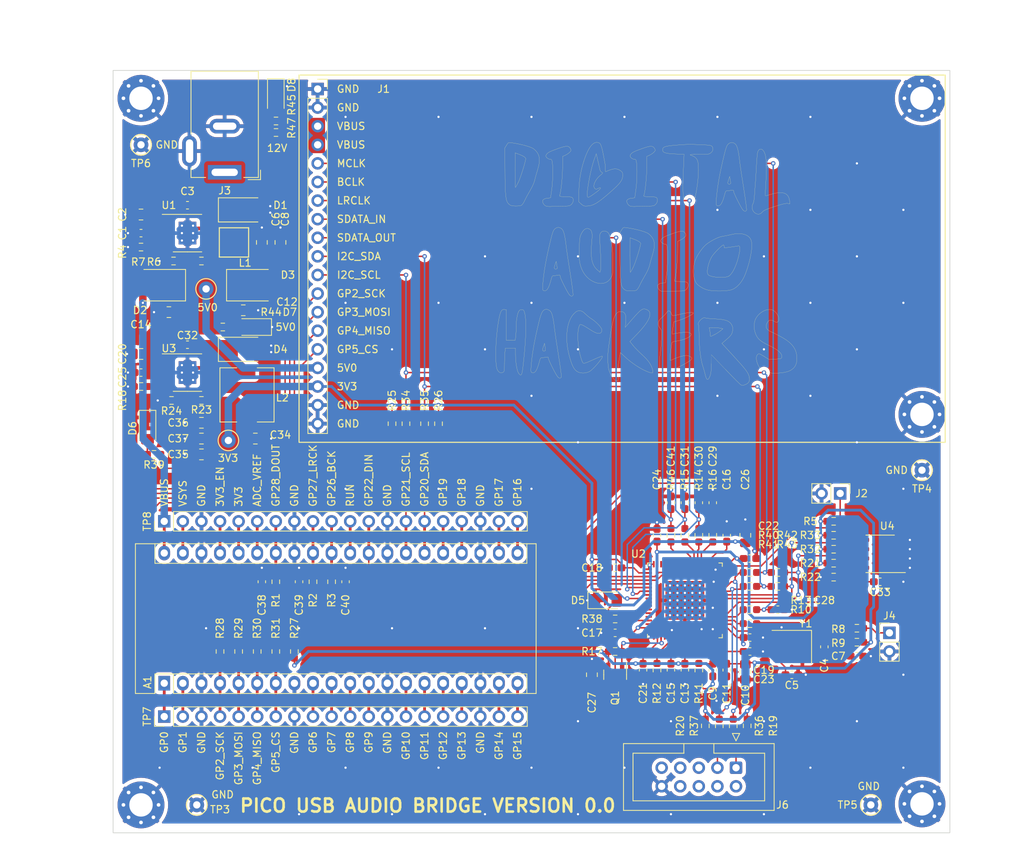
<source format=kicad_pcb>
(kicad_pcb (version 20211014) (generator pcbnew)
  (layers (0 "F.Cu" signal) (31 "B.Cu" signal) (34 "B.Paste" user) (35 "F.Paste" user) (36 "B.SilkS" user "B.Silkscreen") (37 "F.SilkS" user "F.Silkscreen") (38 "B.Mask" user) (39 "F.Mask" user) (44 "Edge.Cuts" user))
  (net 0 "")
  (net 1 "GND")
  (net 2 "VBUS")
  (net 3 "MCLK")
  (net 4 "BCLK")
  (net 5 "LRCLK")
  (net 6 "SDATA_IN")
  (net 7 "SDATA_OUT")
  (net 8 "+5V")
  (net 9 "+3.3V")
  (net 10 "Net-(C3-Pad2)")
  (net 11 "Net-(C4-Pad2)")
  (net 16 "+12V")
  (net 17 "Net-(J2-Pad1)")
  (net 18 "Net-(J4-Pad1)")
  (net 19 "SCL_USBi")
  (net 21 "SDA_USBi")
  (net 28 "Net-(Q1-Pad1)")
  (net 29 "Net-(C17-Pad2)")
  (net 30 "Net-(R4-Pad1)")
  (net 31 "Net-(R6-Pad2)")
  (net 32 "Net-(C3-Pad1)")
  (net 33 "Net-(R12-Pad2)")
  (net 39 "Net-(C9-Pad2)")
  (net 40 "Net-(C5-Pad2)")
  (net 41 "Net-(R10-Pad1)")
  (net 42 "Net-(R13-Pad2)")
  (net 43 "Net-(C7-Pad2)")
  (net 46 "Net-(R16-Pad2)")
  (net 62 "Net-(C32-Pad2)")
  (net 63 "Net-(R18-Pad1)")
  (net 64 "Net-(R23-Pad2)")
  (net 65 "Net-(C32-Pad1)")
  (net 66 "Net-(C11-Pad1)")
  (net 67 "SPDIF")
  (net 68 "Net-(A1-Pad4)")
  (net 69 "Net-(A1-Pad5)")
  (net 70 "Net-(A1-Pad6)")
  (net 71 "Net-(A1-Pad7)")
  (net 72 "Net-(A1-Pad9)")
  (net 73 "Net-(A1-Pad10)")
  (net 74 "Net-(A1-Pad11)")
  (net 75 "Net-(A1-Pad12)")
  (net 76 "Net-(A1-Pad14)")
  (net 77 "Net-(A1-Pad15)")
  (net 78 "Net-(A1-Pad16)")
  (net 79 "Net-(A1-Pad17)")
  (net 80 "Net-(A1-Pad19)")
  (net 81 "Net-(A1-Pad20)")
  (net 82 "Net-(A1-Pad21)")
  (net 83 "Net-(A1-Pad22)")
  (net 84 "Net-(A1-Pad24)")
  (net 85 "Net-(A1-Pad25)")
  (net 86 "PICO_GP20_SDA")
  (net 87 "PICO_GP21_SCL")
  (net 88 "PICO_SDATA_IN")
  (net 89 "Net-(A1-Pad35)")
  (net 90 "SDA")
  (net 91 "SCL")
  (net 92 "PICO_GP2_SCK")
  (net 93 "PICO_GP3_MOSI")
  (net 94 "PICO_GP4_MISO")
  (net 95 "PICO_GP5_CS")
  (net 96 "PICO_SDATA_OUT")
  (net 97 "PICO_LRCLK_OUT")
  (net 98 "PICO_BCLK_OUT")
  (net 99 "Net-(C6-Pad1)")
  (net 100 "Net-(R14-Pad2)")
  (net 101 "Net-(R15-Pad2)")
  (net 102 "DSP_SCL_M")
  (net 103 "DSP_SDA_M")
  (net 104 "DSP_SCL_S")
  (net 105 "DSP SDA_S")
  (net 106 "Net-(R21-Pad2)")
  (net 107 "Net-(R46-Pad2)")
  (net 108 "Net-(A1-Pad1)")
  (net 109 "Net-(A1-Pad2)")
  (net 110 "Net-(A1-Pad30)")
  (net 111 "Net-(A1-Pad36)")
  (net 112 "Net-(A1-Pad37)")
  (net 113 "Net-(A1-Pad39)")
  (net 114 "Net-(A1-Pad31)")
  (net 115 "Net-(A1-Pad32)")
  (net 116 "Net-(A1-Pad34)")
  (net 117 "Net-(D5-Pad2)")
  (net 118 "Net-(D6-Pad2)")
  (net 119 "Net-(D7-Pad2)")
  (net 120 "Net-(D8-Pad2)")
  (net 121 "Net-(R38-Pad1)")
  (footprint "Resistor_SMD:R_0603_1608Metric_Pad0.98x0.95mm_HandSolder" (layer "F.Cu") (at 144.145 86.36 -90)
    (fp_text reference "R35")
    (fp_text value "DNP")
  )
  (footprint "Capacitor_SMD:C_0603_1608Metric_Pad1.08x0.95mm_HandSolder" (layer "F.Cu") (at 206.375 107.95 180)
    (fp_text reference "C33")
    (fp_text value "0.1uF 50V X7R")
  )
  (footprint "Resistor_SMD:R_0603_1608Metric_Pad0.98x0.95mm_HandSolder" (layer "F.Cu") (at 126.365 117.475 90)
    (fp_text reference "R27")
    (fp_text value "10k")
  )
  (footprint "Capacitor_SMD:C_0603_1608Metric_Pad1.08x0.95mm_HandSolder" (layer "F.Cu") (at 194.31 120.65 180)
    (fp_text reference "C5")
    (fp_text value "10pF 50V C0G")
  )
  (footprint "Resistor_SMD:R_0603_1608Metric_Pad0.98x0.95mm_HandSolder" (layer "F.Cu") (at 128.905 107.95 90)
    (fp_text reference "R2")
    (fp_text value "33R")
  )
  (footprint "Connector_PinSocket_2.54mm:PinSocket_1x19_P2.54mm_Vertical" (layer "F.Cu") (at 129.54 40.64)
    (fp_text reference "J1")
    (fp_text value "Conn_01x19")
  )
  (footprint "Connector_PinHeader_2.54mm:PinHeader_1x02_P2.54mm_Vertical" (layer "F.Cu") (at 207.645 114.93)
    (fp_text reference "J4")
    (fp_text value "Conn_01x02_Male")
  )
  (footprint "Resistor_SMD:R_0603_1608Metric_Pad0.98x0.95mm_HandSolder" (layer "F.Cu") (at 107.188 90.551 180)
    (fp_text reference "R39")
    (fp_text value "100R")
  )
  (footprint "Resistor_SMD:R_0603_1608Metric_Pad0.98x0.95mm_HandSolder" (layer "F.Cu") (at 141.605 86.36 -90)
    (fp_text reference "R34")
    (fp_text value "DNP")
  )
  (footprint "Resistor_SMD:R_0603_1608Metric_Pad0.98x0.95mm_HandSolder" (layer "F.Cu") (at 188.214 127.635 -90)
    (fp_text reference "R19")
    (fp_text value "2.4k")
  )
  (footprint "Resistor_SMD:R_0603_1608Metric_Pad0.98x0.95mm_HandSolder" (layer "F.Cu") (at 175.895 120.015 90)
    (fp_text reference "R12")
    (fp_text value "33R")
  )
  (footprint "Resistor_SMD:R_0603_1608Metric_Pad0.98x0.95mm_HandSolder" (layer "F.Cu") (at 200.025 103.505)
    (fp_text reference "R32")
    (fp_text value "2.4k")
  )
  (footprint "Resistor_SMD:R_0603_1608Metric_Pad0.98x0.95mm_HandSolder" (layer "F.Cu") (at 179.705 101.6 -90)
    (fp_text reference "R15")
    (fp_text value "33R")
  )
  (footprint "Custom Components:Coilcraft_XAL40xx" (layer "F.Cu") (at 118.11 61.595)
    (fp_text reference "L1")
    (fp_text value "10uH")
  )
  (footprint "Resistor_SMD:R_0603_1608Metric_Pad0.98x0.95mm_HandSolder" (layer "F.Cu") (at 188.595 106.68)
    (fp_text reference "R40")
    (fp_text value "0R")
  )
  (footprint "Capacitor_SMD:C_0805_2012Metric_Pad1.18x1.45mm_HandSolder" (layer "F.Cu") (at 187.96 120.269 -90)
    (fp_text reference "C10")
    (fp_text value "10uF 25V X5R")
  )
  (footprint "Resistor_SMD:R_0603_1608Metric_Pad0.98x0.95mm_HandSolder" (layer "F.Cu") (at 105.41 62.23 180)
    (fp_text reference "R4")
    (fp_text value "42.2k")
  )
  (footprint "Resistor_SMD:R_0603_1608Metric_Pad0.98x0.95mm_HandSolder" (layer "F.Cu") (at 186.309 127.635 -90)
    (fp_text reference "R36")
    (fp_text value "0R")
  )
  (footprint "Resistor_SMD:R_0603_1608Metric_Pad0.98x0.95mm_HandSolder" (layer "F.Cu") (at 123.8504 45.0088 180)
    (fp_text reference "R45")
    (fp_text value "2K00")
  )
  (footprint "Resistor_SMD:R_0603_1608Metric_Pad0.98x0.95mm_HandSolder" (layer "F.Cu") (at 181.61 101.6 -90)
    (fp_text reference "R14")
    (fp_text value "33R")
  )
  (footprint "Resistor_SMD:R_0603_1608Metric_Pad0.98x0.95mm_HandSolder" (layer "F.Cu") (at 183.515 101.6 -90)
    (fp_text reference "R16")
    (fp_text value "33R")
  )
  (footprint "Capacitor_SMD:C_0805_2012Metric_Pad1.18x1.45mm_HandSolder" (layer "F.Cu") (at 105.41 57.785 180)
    (fp_text reference "C1")
    (fp_text value "10uF 25V X5R")
  )
  (footprint "Capacitor_SMD:C_0603_1608Metric_Pad1.08x0.95mm_HandSolder" (layer "F.Cu") (at 111.76 56.515 180)
    (fp_text reference "C3")
    (fp_text value "0.1uF 50V X7R")
  )
  (footprint "Resistor_SMD:R_0603_1608Metric_Pad0.98x0.95mm_HandSolder" (layer "F.Cu") (at 192.405 106.68 180)
    (fp_text reference "R42")
    (fp_text value "0R")
  )
  (footprint "Inductor_SMD:L_7.3x7.3_H3.5" (layer "F.Cu") (at 119.888 82.423 -90)
    (fp_text reference "L2")
    (fp_text value "6.8uH")
  )
  (footprint "Resistor_SMD:R_0603_1608Metric_Pad0.98x0.95mm_HandSolder" (layer "F.Cu") (at 116.205 117.475 90)
    (fp_text reference "R28")
    (fp_text value "0R")
  )
  (footprint "Crystal:Crystal_SMD_3225-4Pin_3.2x2.5mm_HandSoldering" (layer "F.Cu") (at 194.31 116.84 180)
    (fp_text reference "Y1")
    (fp_text value "12.288MHz")
  )
  (footprint "Diode_SMD:D_SMB" (layer "F.Cu") (at 107.95 67.437 180)
    (fp_text reference "D2")
    (fp_text value "SS56")
  )
  (footprint "Custom Components:Rpi_Pico" (layer "F.Cu") (at 108.585 121.807503 90)
    (fp_text reference "A1")
    (fp_text value "RPi_Pico")
  )
  (footprint "Diode_SMD:D_SMA" (layer "F.Cu") (at 119.38 57.15)
    (fp_text reference "D1")
    (fp_text value "Schottky_SS54")
  )
  (footprint "Diode_SMD:D_SMA" (layer "F.Cu") (at 119.38 76.2)
    (fp_text reference "D4")
    (fp_text value "Schottky_SS54")
  )
  (footprint "Capacitor_SMD:C_0603_1608Metric_Pad1.08x0.95mm_HandSolder" (layer "F.Cu") (at 173.99 120.015 90)
    (fp_text reference "C21")
    (fp_text value "0.1uF 50V X7R")
  )
  (footprint "Capacitor_SMD:C_0603_1608Metric_Pad1.08x0.95mm_HandSolder" (layer "F.Cu") (at 105.41 79.375)
    (fp_text reference "C25")
    (fp_text value "0.1uF 50V X7R")
  )
  (footprint "LED_SMD:LED_1206_3216Metric_Pad1.42x1.75mm_HandSolder" (layer "F.Cu") (at 168.91 110.49)
    (fp_text reference "D5")
    (fp_text value "LED")
  )
  (footprint "Capacitor_SMD:C_0603_1608Metric_Pad1.08x0.95mm_HandSolder" (layer "F.Cu") (at 183.515 120.015 90)
    (fp_text reference "C9")
    (fp_text value "150pF")
  )
  (footprint "Capacitor_SMD:C_0603_1608Metric_Pad1.08x0.95mm_HandSolder" (layer "F.Cu") (at 181.61 97.155 90)
    (fp_text reference "C30")
    (fp_text value "33pF 50V")
  )
  (footprint "Diode_SMD:D_SMB" (layer "F.Cu") (at 120.65 67.437)
    (fp_text reference "D3")
    (fp_text value "SS56")
  )
  (footprint "Capacitor_SMD:C_0603_1608Metric_Pad1.08x0.95mm_HandSolder" (layer "F.Cu") (at 179.705 97.155 90)
    (fp_text reference "C31")
    (fp_text value "33pF 50V")
  )
  (footprint "TestPoint:TestPoint_Keystone_5000-5004_Miniature" (layer "F.Cu") (at 205.105 138.43)
    (fp_text reference "TP5")
    (fp_text value "DNP")
  )
  (footprint "Package_SO:HSOP-8-1EP_3.9x4.9mm_P1.27mm_EP2.41x3.1mm_ThermalVias" (layer "F.Cu") (at 111.76 60.325)
    (fp_text reference "U1")
    (fp_text value "LMR16020_2A_SWREG")
  )
  (footprint "Resistor_SMD:R_0603_1608Metric_Pad0.98x0.95mm_HandSolder" (layer "F.Cu") (at 177.8 101.6 -90)
    (fp_text reference "R46")
    (fp_text value "33R")
  )
  (footprint "Capacitor_SMD:C_0805_2012Metric_Pad1.18x1.45mm_HandSolder" (layer "F.Cu") (at 105.41 76.835 180)
    (fp_text reference "C20")
    (fp_text value "10uF 25V X5R")
  )
  (footprint "Resistor_SMD:R_0603_1608Metric_Pad0.98x0.95mm_HandSolder" (layer "F.Cu") (at 188.595 113.665)
    (fp_text reference "R10")
    (fp_text value "100R")
  )
  (footprint "Capacitor_SMD:C_0603_1608Metric_Pad1.08x0.95mm_HandSolder" (layer "F.Cu") (at 185.42 120.015 90)
    (fp_text reference "C11")
    (fp_text value "5.6nF")
  )
  (footprint "MountingHole:MountingHole_3.2mm_M3_Pad_Via" (layer "F.Cu") (at 105.41 138.43)
    (fp_text reference "H6" hide)
    (fp_text value "MountingHole_Pad")
  )
  (footprint "Resistor_SMD:R_0603_1608Metric_Pad0.98x0.95mm_HandSolder" (layer "F.Cu") (at 123.8504 46.5836 180)
    (fp_text reference "R47")
    (fp_text value "2K00")
  )
  (footprint "Capacitor_SMD:C_0603_1608Metric_Pad1.08x0.95mm_HandSolder" (layer "F.Cu") (at 133.35 107.95 -90)
    (fp_text reference "C40")
    (fp_text value "33pF 50V")
  )
  (footprint "Capacitor_SMD:C_0805_2012Metric_Pad1.18x1.45mm_HandSolder" (layer "F.Cu") (at 187.96 101.6 90)
    (fp_text reference "C26")
    (fp_text value "10uF 25V X5R")
  )
  (footprint "Capacitor_SMD:C_0603_1608Metric_Pad1.08x0.95mm_HandSolder" (layer "F.Cu") (at 188.595 115.57 180)
    (fp_text reference "C19")
    (fp_text value "0.1uF 50V X7R")
  )
  (footprint "Resistor_SMD:R_0603_1608Metric_Pad0.98x0.95mm_HandSolder" (layer "F.Cu") (at 113.665 64.135 180)
    (fp_text reference "R6")
    (fp_text value "100k")
  )
  (footprint "Capacitor_SMD:C_0603_1608Metric_Pad1.08x0.95mm_HandSolder" (layer "F.Cu") (at 188.595 117.475 180)
    (fp_text reference "C23")
    (fp_text value "0.1uF 50V X7R")
  )
  (footprint "Resistor_SMD:R_0603_1608Metric_Pad0.98x0.95mm_HandSolder" (layer "F.Cu") (at 170.18 113.03 180)
    (fp_text reference "R38")
    (fp_text value "100R")
  )
  (footprint "Capacitor_SMD:C_0603_1608Metric_Pad1.08x0.95mm_HandSolder" (layer "F.Cu") (at 121.92 107.95 -90)
    (fp_text reference "C38")
    (fp_text value "33pF 50V")
  )
  (footprint "Resistor_SMD:R_0603_1608Metric_Pad0.98x0.95mm_HandSolder" (layer "F.Cu") (at 121.285 117.475 90)
    (fp_text reference "R30")
    (fp_text value "0R")
  )
  (footprint "Connector_PinHeader_2.54mm:PinHeader_1x20_P2.54mm_Vertical" (layer "F.Cu") (at 108.585 99.695 90)
    (fp_text reference "TP8")
    (fp_text value "DNP")
  )
  (footprint "Resistor_SMD:R_0603_1608Metric_Pad0.98x0.95mm_HandSolder" (layer "F.Cu") (at 118.745 117.475 90)
    (fp_text reference "R29")
    (fp_text value "0R")
  )
  (footprint "TestPoint:TestPoint_Keystone_5000-5004_Miniature" (layer "F.Cu") (at 105.41 48.26)
    (fp_text reference "TP6")
    (fp_text value "DNP")
  )
  (footprint "Capacitor_SMD:C_0603_1608Metric_Pad1.08x0.95mm_HandSolder" (layer "F.Cu") (at 198.755 116.84 90)
    (fp_text reference "C4")
    (fp_text value "10pF 50V C0G")
  )
  (footprint "Capacitor_SMD:C_0805_2012Metric_Pad1.18x1.45mm_HandSolder" (layer "F.Cu") (at 124.46 61.595 90)
    (fp_text reference "C8")
    (fp_text value "10uF 25V X5R")
  )
  (footprint "TestPoint:TestPoint_Keystone_5000-5004_Miniature" (layer "F.Cu") (at 114.3 67.945)
    (fp_text reference "TP1" hide)
    (fp_text value "DNP")
  )
  (footprint "Capacitor_SMD:C_0603_1608Metric_Pad1.08x0.95mm_HandSolder" (layer "F.Cu") (at 111.76 75.565 180)
    (fp_text reference "C32")
    (fp_text value "0.1uF 50V X7R")
  )
  (footprint "Package_CSP:LFCSP-72-1EP_10x10mm_P0.5mm_EP5.3x5.3mm" (layer "F.Cu") (at 179.705 110.49 90)
    (fp_text reference "U2")
    (fp_text value "ADAU1452")
  )
  (footprint "MountingHole:MountingHole_3.2mm_M3_Pad_Via" (layer "F.Cu") (at 212.09 41.91)
    (fp_text reference "H4" hide)
    (fp_text value "MountingHole_Pad")
  )
  (footprint "Resistor_SMD:R_0603_1608Metric_Pad0.98x0.95mm_HandSolder" (layer "F.Cu") (at 203.2 114.3)
    (fp_text reference "R8")
    (fp_text value "100R")
  )
  (footprint "Resistor_SMD:R_0603_1608Metric_Pad0.98x0.95mm_HandSolder" (layer "F.Cu") (at 113.665 83.185 180)
    (fp_text reference "R23")
    (fp_text value "100k")
  )
  (footprint "LED_SMD:LED_1206_3216Metric_Pad1.42x1.75mm_HandSolder" (layer "F.Cu") (at 120.777 73.152 180)
    (fp_text reference "D7")
    (fp_text value "LED")
  )
  (footprint "Capacitor_SMD:C_0603_1608Metric_Pad1.08x0.95mm_HandSolder" (layer "F.Cu") (at 179.705 120.015 90)
    (fp_text reference "C13")
    (fp_text value "0.1uF 50V X7R")
  )
  (footprint "Capacitor_SMD:C_0603_1608Metric_Pad1.08x0.95mm_HandSolder" (layer "F.Cu") (at 177.8 120.015 90)
    (fp_text reference "C15")
    (fp_text value "0.1uF 50V X7R")
  )
  (footprint "Connector_PinHeader_2.54mm:PinHeader_1x02_P2.54mm_Vertical" (layer "F.Cu") (at 200.914 95.885 -90)
    (fp_text reference "J2")
    (fp_text value "Conn_01x02_Male")
  )
  (footprint "Resistor_SMD:R_0603_1608Metric_Pad0.98x0.95mm_HandSolder" (layer "F.Cu") (at 184.404 127.635 -90)
    (fp_text reference "R37")
    (fp_text value "0R")
  )
  (footprint "Capacitor_SMD:C_0603_1608Metric_Pad1.08x0.95mm_HandSolder" (layer "F.Cu") (at 203.2 118.11 180)
    (fp_text reference "C7")
    (fp_text value "0.1uF 50V X7R")
  )
  (footprint "Resistor_SMD:R_0603_1608Metric_Pad0.98x0.95mm_HandSolder" (layer "F.Cu") (at 170.18 117.475)
    (fp_text reference "R17")
    (fp_text value "1k")
  )
  (footprint "MountingHole:MountingHole_3.2mm_M3_Pad_Via" (layer "F.Cu") (at 105.41 41.91)
    (fp_text reference "H5" hide)
    (fp_text value "MountingHole_Pad")
  )
  (footprint "LED_SMD:LED_1206_3216Metric_Pad1.42x1.75mm_HandSolder" (layer "F.Cu") (at 123.825 41.6925 -90)
    (fp_text reference "D8")
    (fp_text value "LED")
  )
  (footprint "Package_TO_SOT_SMD:SOT-23" (layer "F.Cu") (at 170.18 120.65 -90)
    (fp_text reference "Q1")
    (fp_text value "ZXTP25040")
  )
  (footprint "Resistor_SMD:R_0603_1608Metric_Pad0.98x0.95mm_HandSolder" (layer "F.Cu") (at 200.025 107.315 180)
    (fp_text reference "R22")
    (fp_text value "10k")
  )
  (footprint "Capacitor_SMD:C_0603_1608Metric_Pad1.08x0.95mm_HandSolder" (layer "F.Cu") (at 177.8 97.155 90)
    (fp_text reference "C41")
    (fp_text value "33pF 50V")
  )
  (footprint "Resistor_SMD:R_0603_1608Metric_Pad0.98x0.95mm_HandSolder" (layer "F.Cu") (at 123.825 107.95 90)
    (fp_text reference "R1")
    (fp_text value "33R")
  )
  (footprint "Capacitor_SMD:C_0603_1608Metric_Pad1.08x0.95mm_HandSolder" (layer "F.Cu") (at 170.18 114.935)
    (fp_text reference "C17")
    (fp_text value "0.1uF 50V X7R")
  )
  (footprint "Resistor_SMD:R_0603_1608Metric_Pad0.98x0.95mm_HandSolder" (layer "F.Cu") (at 131.445 107.95 90)
    (fp_text reference "R3")
    (fp_text value "33R")
  )
  (footprint "Capacitor_SMD:C_0805_2012Metric_Pad1.18x1.45mm_HandSolder" (layer "F.Cu") (at 167.005 120.65 90)
    (fp_text reference "C27")
    (fp_text value "10uF 25V X5R")
  )
  (footprint "Connector_PinHeader_2.54mm:PinHeader_1x20_P2.54mm_Vertical" (layer "F.Cu") (at 108.585 126.365 90)
    (fp_text reference "TP7")
    (fp_text value "DNP")
  )
  (footprint "Resistor_SMD:R_0603_1608Metric_Pad0.98x0.95mm_HandSolder" (layer "F.Cu") (at 109.5775 83.185 180)
    (fp_text reference "R24")
    (fp_text value "29.4k")
  )
  (footprint "Resistor_SMD:R_0603_1608Metric_Pad0.98x0.95mm_HandSolder" (layer "F.Cu") (at 109.855 64.135 180)
    (fp_text reference "R7")
    (fp_text value "17.4k")
  )
  (footprint "Capacitor_SMD:C_0603_1608Metric_Pad1.08x0.95mm_HandSolder" (layer "F.Cu") (at 175.895 101.6 -90)
    (fp_text reference "C24")
    (fp_text value "0.1uF 50V X7R")
  )
  (footprint "Connector_BarrelJack:BarrelJack_GCT_DCJ200-10-A_Horizontal" (layer "F.Cu") (at 116.84 52.02 180)
    (fp_text reference "J3")
    (fp_text value "Barrel_Jack_Switch")
  )
  (footprint "Capacitor_SMD:C_0603_1608Metric_Pad1.08x0.95mm_HandSolder" (layer "F.Cu") (at 170.18 106.045)
    (fp_text reference "C18")
    (fp_text value "0.1uF 50V X7R")
  )
  (footprint "Capacitor_SMD:C_0805_2012Metric_Pad1.18x1.45mm_HandSolder" (layer "F.Cu") (at 113.665 88.392 180)
    (fp_text reference "C37")
    (fp_text value "22uF 6V3 X7R")
  )
  (footprint "Package_SO:SOIC-8_3.9x4.9mm_P1.27mm" (layer "F.Cu") (at 206.375 104.14 180)
    (fp_text reference "U4")
    (fp_text value "24AA256-I/SN")
  )
  (footprint "Connector_IDC:IDC-Header_2x05_P2.54mm_Vertical" (layer "F.Cu") (at 186.69 133.35 -90)
    (fp_text reference "J6")
    (fp_text value "USBi")
  )
  (footprint "Resistor_SMD:R_0603_1608Metric_Pad0.98x0.95mm_HandSolder" (layer "F.Cu") (at 200.025 99.695)
    (fp_text reference "R5")
    (fp_text value "10k")
  )
  (footprint "TestPoint:TestPoint_Keystone_5000-5004_Miniature" (layer "F.Cu") (at 117.348 88.646)
    (fp_text reference "TP2" hide)
    (fp_text value "DNP")
  )
  (footprint "Capacitor_SMD:C_0603_1608Metric_Pad1.08x0.95mm_HandSolder" (layer "F.Cu") (at 192.405 111.76)
    (fp_text reference "C28")
    (fp_text value "33pF 50V")
  )
  (footprint "Resistor_SMD:R_0603_1608Metric_Pad0.98x0.95mm_HandSolder" (layer "F.Cu") (at 200.025 105.41)
    (fp_text reference "R21")
    (fp_text value "DNP")
  )
  (footprint "Capacitor_SMD:C_0603_1608Metric_Pad1.08x0.95mm_HandSolder" (layer "F.Cu") (at 183.515 97.155 90)
    (fp_text reference "C29")
    (fp_text value "33pF 50V")
  )
  (footprint "Resistor_SMD:R_0603_1608Metric_Pad0.98x0.95mm_HandSolder" (layer "F.Cu") (at 182.499 127.635 -90)
    (fp_text reference "R20")
    (fp_text value "2.4k")
  )
  (footprint "Capacitor_SMD:C_0805_2012Metric_Pad1.18x1.45mm_HandSolder" (layer "F.Cu") (at 119.38 70.866)
    (fp_text reference "C12")
    (fp_text value "10uF 25V X5R")
  )
  (footprint "Capacitor_SMD:C_0805_2012Metric_Pad1.18x1.45mm_HandSolder" (layer "F.Cu") (at 109.22 71.12 180)
    (fp_text reference "C14")
    (fp_text value "10uF 25V X5R")
  )
  (footprint "Package_SO:HSOP-8-1EP_3.9x4.9mm_P1.27mm_EP2.41x3.1mm_ThermalVias" (layer "F.Cu") (at 111.76 79.375)
    (fp_text reference "U3")
    (fp_text value "LMR16020_2A_SWREG")
  )
  (footprint "TestPoint:TestPoint_Keystone_5000-5004_Miniature" (layer "F.Cu") (at 212.09 92.71)
    (fp_text reference "TP4")
    (fp_text value "DNP")
  )
  (footprint "Resistor_SMD:R_0603_1608Metric_Pad0.98x0.95mm_HandSolder" (layer "F.Cu") (at 188.595 111.76 180)
    (fp_text reference "R13")
    (fp_text value "33R")
  )
  (footprint "Resistor_SMD:R_0603_1608Metric_Pad0.98x0.95mm_HandSolder" (layer "F.Cu") (at 116.586 73.152)
    (fp_text reference "R44")
    (fp_text value "300R")
  )
  (footprint "TestPoint:TestPoint_Keystone_5000-5004_Miniature" (layer "F.Cu") (at 113.03 138.43)
    (fp_text reference "TP3")
    (fp_text value "DNP")
  )
  (footprint "Resistor_SMD:R_0603_1608Metric_Pad0.98x0.95mm_HandSolder" (layer "F.Cu") (at 203.2 116.205 180)
    (fp_text reference "R9")
    (fp_text value "10k")
  )
  (footprint "Resistor_SMD:R_0603_1608Metric_Pad0.98x0.95mm_HandSolder" (layer "F.Cu") (at 181.61 120.015 90)
    (fp_text reference "R11")
    (fp_text value "4.3k")
  )
  (footprint "Capacitor_SMD:C_0603_1608Metric_Pad1.08x0.95mm_HandSolder" (layer "F.Cu") (at 105.41 60.325)
    (fp_text reference "C2")
    (fp_text value "0.1uF 50V X7R")
  )
  (footprint "MountingHole:MountingHole_3.2mm_M3_Pad_Via" (layer "F.Cu") (at 212.09 85.09)
    (fp_text reference "H3" hide)
    (fp_text value "MountingHole_Pad")
  )
  (footprint "LED_SMD:LED_1206_3216Metric_Pad1.42x1.75mm_HandSolder" (layer "F.Cu") (at 106.299 86.995 -90)
    (fp_text reference "D6")
    (fp_text value "LED")
  )
  (footprint "Resistor_SMD:R_0603_1608Metric_Pad0.98x0.95mm_HandSolder" (layer "F.Cu") (at 139.7 86.36 -90)
    (fp_text reference "R25")
    (fp_text value "2.4k")
  )
  (footprint "Capacitor_SMD:C_0805_2012Metric_Pad1.18x1.45mm_HandSolder" (layer "F.Cu") (at 121.031 88.392)
    (fp_text reference "C34")
    (fp_text value "22uF 6V3 X7R")
  )
  (footprint "Capacitor_SMD:C_0603_1608Metric_Pad1.08x0.95mm_HandSolder" (layer "F.Cu") (at 188.595 104.775 180)
    (fp_text reference "C22")
    (fp_text value "0.1uF 50V X7R")
  )
  (footprint "Capacitor_SMD:C_0805_2012Metric_Pad1.18x1.45mm_HandSolder" (layer "F.Cu") (at 121.92 61.595 90)
    (fp_text reference "C6")
    (fp_text value "10uF 25V X5R")
  )
  (footprint "Resistor_SMD:R_0603_1608Metric_Pad0.98x0.95mm_HandSolder" (layer "F.Cu") (at 105.41 81.28 180)
    (fp_text reference "R18")
    (fp_text value "42.2k")
  )
  (footprint "Resistor_SMD:R_0603_1608Metric_Pad0.98x0.95mm_HandSolder" (layer "F.Cu") (at 146.05 86.36 -90)
    (fp_text reference "R26")
    (fp_text value "2.4k")
  )
  (footprint "Resistor_SMD:R_0603_1608Metric_Pad0.98x0.95mm_HandSolder" (layer "F.Cu") (at 200.025 101.6)
    (fp_text reference "R33")
    (fp_text value "2.4k")
  )
  (footprint "Capacitor_SMD:C_0603_1608Metric_Pad1.08x0.95mm_HandSolder" (layer "F.Cu") (at 127 107.95 -90)
    (fp_text reference "C39")
    (fp_text value "33pF 50V")
  )
  (footprint "Resistor_SMD:R_0603_1608Metric_Pad0.98x0.95mm_HandSolder" (layer "F.Cu") (at 123.825 117.475 90)
    (fp_text reference "R31")
    (fp_text value "0R")
  )
  (footprint "Resistor_SMD:R_0603_1608Metric_Pad0.98x0.95mm_HandSolder" (layer "F.Cu") (at 192.405 108.585 180)
    (fp_text reference "R43")
    (fp_text value "0R")
  )
  (footprint "Capacitor_SMD:C_0805_2012Metric_Pad1.18x1.45mm_HandSolder" (layer "F.Cu") (at 113.665 90.551 180)
    (fp_text reference "C35")
    (fp_text value "22uF 6V3 X7R")
  )
  (footprint "Resistor_SMD:R_0603_1608Metric_Pad0.98x0.95mm_HandSolder" (layer "F.Cu") (at 188.595 108.585)
    (fp_text reference "R41")
    (fp_text value "0R")
  )
  (footprint "Capacitor_SMD:C_0603_1608Metric_Pad1.08x0.95mm_HandSolder" (layer "F.Cu") (at 185.42 101.6 -90)
    (fp_text reference "C16")
    (fp_text value "0.1uF 50V X7R")
  )
  (footprint "Capacitor_SMD:C_0805_2012Metric_Pad1.18x1.45mm_HandSolder" (layer "F.Cu") (at 113.665 86.233 180)
    (fp_text reference "C36")
    (fp_text value "22uF 6V3 X7R")
  )
  (footprint "MountingHole:MountingHole_3.2mm_M3_Pad_Via" (layer "F.Cu") (at 212.09 138.289995)
    (fp_text reference "H2" hide)
    (fp_text value "MountingHole_Pad")
  )
  (gr_line (start 172.211276 60.964735) (end 172.205036 63.345426) (layer "F.SilkS") (width 0.02))
  (gr_curve (pts (xy 164.956993 79.212508) (xy 164.508043 78.909945) (xy 164.22827 78.317769) (xy 163.865259 76.901711)) (layer "F.SilkS") (width 0.02))
  (gr_line (start 190.516996 77.166278) (end 191.211276 77.591148) (layer "F.SilkS") (width 0.02))
  (gr_curve (pts (xy 190.236276 48.89491) (xy 190.802455 49.23908) (xy 190.960871 50.586873) (xy 190.768614 53.424007)) (layer "F.SilkS") (width 0.02))
  (gr_curve (pts (xy 157.834277 55.853926) (xy 157.694534 56.165456) (xy 157.488383 56.469482) (xy 157.376164 56.52954)) (layer "F.SilkS") (width 0.02))
  (gr_curve (pts (xy 177.212503 65.987508) (xy 177.363907 64.942509) (xy 177.406579 63.095947) (xy 177.297684 62.301465)) (layer "F.SilkS") (width 0.02))
  (gr_curve (pts (xy 159.162524 53.187508) (xy 159.102211 53.462508) (xy 158.83585 54.047508) (xy 158.57061 54.487508)) (layer "F.SilkS") (width 0.02))
  (gr_curve (pts (xy 179.836077 56.462508) (xy 179.436522 56.014851) (xy 179.364428 54.97796) (xy 179.503234 51.675381)) (layer "F.SilkS") (width 0.02))
  (gr_curve (pts (xy 156.555169 54.091279) (xy 156.586171 54.072119) (xy 156.755948 53.770932) (xy 156.93245 53.421975)) (layer "F.SilkS") (width 0.02))
  (gr_curve (pts (xy 182.49377 71.911238) (xy 182.558398 71.953186) (xy 183.151276 72.012649) (xy 183.811276 72.043377)) (layer "F.SilkS") (width 0.02))
  (gr_curve (pts (xy 177.250233 68.280675) (xy 177.008807 68.304418) (xy 176.677489 68.292936) (xy 176.513973 68.255161)) (layer "F.SilkS") (width 0.02))
  (gr_curve (pts (xy 156.932455 53.421975) (xy 157.241463 52.811045) (xy 157.961276 50.525024) (xy 157.961276 50.154587)) (layer "F.SilkS") (width 0.02))
  (gr_curve (pts (xy 180.861276 71.260216) (xy 180.861276 71.422793) (xy 179.634719 72.022872) (xy 178.747193 72.294507)) (layer "F.SilkS") (width 0.02))
  (gr_curve (pts (xy 167.29293 50.337508) (xy 166.885763 51.456214) (xy 166.361276 54.127001) (xy 166.361276 55.081663)) (layer "F.SilkS") (width 0.02))
  (gr_curve (pts (xy 161.297684 50.237508) (xy 161.167659 50.237508) (xy 160.970245 50.146477) (xy 160.858984 50.035216)) (layer "F.SilkS") (width 0.02))
  (gr_curve (pts (xy 174.27061 66.087508) (xy 174.00537 66.527508) (xy 173.67402 67.142396) (xy 173.534277 67.453926)) (layer "F.SilkS") (width 0.02))
  (gr_curve (pts (xy 182.002076 48.254608) (xy 183.115557 48.301247) (xy 183.311893 48.334682) (xy 183.431314 48.498001)) (layer "F.SilkS") (width 0.02))
  (gr_curve (pts (xy 162.979779 56.637508) (xy 162.434955 56.637508) (xy 161.79166 56.656933) (xy 161.550233 56.680675)) (layer "F.SilkS") (width 0.02))
  (gr_curve (pts (xy 165.573638 60.387508) (xy 165.859727 59.81615) (xy 166.213043 59.5861) (xy 166.586431 59.728062)) (layer "F.SilkS") (width 0.02))
  (gr_line (start 163.936173 68.762508) (end 163.936173 68.762508) (layer "F.SilkS") (width 0.02))
  (gr_curve (pts (xy 160.402088 75.739639) (xy 160.215396 76.256725) (xy 160.230729 76.437508) (xy 160.461276 76.437508)) (layer "F.SilkS") (width 0.02))
  (gr_curve (pts (xy 157.767073 76.887508) (xy 157.533365 79.251399) (xy 157.46528 79.652837) (xy 157.288047 79.711915)) (layer "F.SilkS") (width 0.02))
  (gr_line (start 164.956993 79.212508) (end 164.956993 79.212508) (layer "F.SilkS") (width 0.02))
  (gr_curve (pts (xy 186.100464 72.854445) (xy 186.246004 73.124696) (xy 186.273331 73.308551) (xy 186.220413 73.661437)) (layer "F.SilkS") (width 0.02))
  (gr_curve (pts (xy 172.205036 63.345426) (xy 172.201606 64.654806) (xy 172.224166 65.71044) (xy 172.255169 65.691279)) (layer "F.SilkS") (width 0.02))
  (gr_line (start 155.291855 74.937508) (end 155.912633 74.937508) (layer "F.SilkS") (width 0.02))
  (gr_curve (pts (xy 179.011276 48.269036) (xy 180.267374 48.181942) (xy 180.267245 48.181943) (xy 182.002076 48.254608)) (layer "F.SilkS") (width 0.02))
  (gr_curve (pts (xy 178.034046 60.386637) (xy 179.202499 59.97211) (xy 179.53728 59.96637) (xy 179.755616 60.357119)) (layer "F.SilkS") (width 0.02))
  (gr_curve (pts (xy 177.686812 77.696377) (xy 177.717107 77.726673) (xy 177.915006 77.663285) (xy 178.126585 77.555515)) (layer "F.SilkS") (width 0.02))
  (gr_curve (pts (xy 157.288047 79.711915) (xy 157.22533 79.732821) (xy 157.094038 79.627866) (xy 156.996289 79.478681)) (layer "F.SilkS") (width 0.02))
  (gr_curve (pts (xy 181.398238 67.315437) (xy 180.808024 66.761166) (xy 180.693138 65.125183) (xy 181.161064 63.938047)) (layer "F.SilkS") (width 0.02))
  (gr_curve (pts (xy 165.279504 62.376536) (xy 165.318883 61.037059) (xy 165.348425 60.83729) (xy 165.573638 60.387508)) (layer "F.SilkS") (width 0.02))
  (gr_line (start 179.836077 56.462508) (end 179.836077 56.462508) (layer "F.SilkS") (width 0.02))
  (gr_curve (pts (xy 172.613505 75.658687) (xy 172.843764 75.949539) (xy 173.418236 76.536943) (xy 173.890108 76.964031)) (layer "F.SilkS") (width 0.02))
  (gr_curve (pts (xy 162.904141 59.762508) (xy 163.164439 59.993071) (xy 163.343917 60.74345) (xy 163.508077 62.287508)) (layer "F.SilkS") (width 0.02))
  (gr_curve (pts (xy 168.179069 65.380216) (xy 168.259116 65.08091) (xy 168.237167 63.974174) (xy 168.108399 61.816872)) (layer "F.SilkS") (width 0.02))
  (gr_curve (pts (xy 163.307151 55.337508) (xy 163.729151 55.337508) (xy 164.161466 55.384091) (xy 164.26785 55.441026)) (layer "F.SilkS") (width 0.02))
  (gr_curve (pts (xy 173.534277 67.453926) (xy 173.394534 67.765456) (xy 173.188383 68.069482) (xy 173.076164 68.12954)) (layer "F.SilkS") (width 0.02))
  (gr_curve (pts (xy 188.006439 80.995974) (xy 187.635267 81.151059) (xy 187.584955 81.155661) (xy 187.355794 81.055479)) (layer "F.SilkS") (width 0.02))
  (gr_curve (pts (xy 160.461276 76.437508) (xy 160.571276 76.437508) (xy 160.660781 76.381258) (xy 160.660175 76.312508)) (layer "F.SilkS") (width 0.02))
  (gr_line (start 167.112611 55.091739) (end 167.112611 55.091739) (layer "F.SilkS") (width 0.02))
  (gr_line (start 185.960175 53.512508) (end 185.960175 53.512508) (layer "F.SilkS") (width 0.02))
  (gr_curve (pts (xy 155.350162 48.303236) (xy 155.58471 47.925944) (xy 155.597425 47.92017) (xy 156.050162 47.985362)) (layer "F.SilkS") (width 0.02))
  (gr_line (start 170.150603 80.401026) (end 170.150603 80.401026) (layer "F.SilkS") (width 0.02))
  (gr_line (start 178.711276 61.446677) (end 178.69788 62.967093) (layer "F.SilkS") (width 0.02))
  (gr_curve (pts (xy 178.490208 75.084419) (xy 178.131111 75.133194) (xy 177.954633 75.206843) (xy 177.922471 75.321351)) (layer "F.SilkS") (width 0.02))
  (gr_line (start 179.592005 49.563254) (end 178.401641 49.515743) (layer "F.SilkS") (width 0.02))
  (gr_curve (pts (xy 159.859614 77.762508) (xy 159.518099 79.089595) (xy 159.229407 79.534123) (xy 158.812872 79.374283)) (layer "F.SilkS") (width 0.02))
  (gr_curve (pts (xy 166.463138 56.618009) (xy 165.936392 56.656111) (xy 165.861113 56.634493) (xy 165.550153 56.35583)) (layer "F.SilkS") (width 0.02))
  (gr_line (start 171.561906 73.187508) (end 171.786591 72.924793) (layer "F.SilkS") (width 0.02))
  (gr_curve (pts (xy 172.358984 50.035216) (xy 172.198312 49.874544) (xy 172.178462 49.792248) (xy 172.262503 49.635216)) (layer "F.SilkS") (width 0.02))
  (gr_curve (pts (xy 154.090161 79.005421) (xy 153.729527 78.326697) (xy 153.820595 74.706033) (xy 154.25952 72.272067)) (layer "F.SilkS") (width 0.02))
  (gr_curve (pts (xy 173.890108 76.964031) (xy 174.757059 77.748702) (xy 175.177705 78.379775) (xy 175.32219 79.112508)) (layer "F.SilkS") (width 0.02))
  (gr_curve (pts (xy 155.126073 76.562508) (xy 155.09139 76.851258) (xy 155.062622 77.569675) (xy 155.062144 78.15899)) (layer "F.SilkS") (width 0.02))
  (gr_curve (pts (xy 185.624522 48.162508) (xy 185.939824 47.87634) (xy 186.281066 47.87634) (xy 186.604141 48.162508)) (layer "F.SilkS") (width 0.02))
  (gr_curve (pts (xy 176.352148 76.687504) (xy 176.406948 76.302504) (xy 176.48285 75.461643) (xy 176.520821 74.818924)) (layer "F.SilkS") (width 0.02))
  (gr_line (start 165.550153 56.35583) (end 165.55018 56.35583) (layer "F.SilkS") (width 0.02))
  (gr_curve (pts (xy 163.936173 68.762508) (xy 163.674679 68.469355) (xy 162.661276 66.452689) (xy 162.661276 66.225472)) (layer "F.SilkS") (width 0.02))
  (gr_curve (pts (xy 192.87472 74.509758) (xy 194.391523 75.340902) (xy 194.998673 76.176527) (xy 195.006973 77.4444)) (layer "F.SilkS") (width 0.02))
  (gr_line (start 155.301565 72.862508) (end 155.291855 74.937508) (layer "F.SilkS") (width 0.02))
  (gr_rect (start 215.265 88.9) (end 127 38.735) (layer "F.SilkS") (width 0.15) (fill none))
  (gr_curve (pts (xy 183.227404 49.377618) (xy 182.969603 49.568231) (xy 182.818062 49.586489) (xy 181.577404 49.576411)) (layer "F.SilkS") (width 0.02))
  (gr_line (start 162.19338 64.589639) (end 162.127685 64.191769) (layer "F.SilkS") (width 0.02))
  (gr_curve (pts (xy 177.845982 71.298222) (xy 177.908659 71.640049) (xy 178.030161 71.658182) (xy 178.875458 71.451861)) (layer "F.SilkS") (width 0.02))
  (gr_curve (pts (xy 171.205532 52.459528) (xy 171.197372 53.116161) (xy 170.884067 53.529548) (xy 169.43174 54.799959)) (layer "F.SilkS") (width 0.02))
  (gr_curve (pts (xy 175.715821 56.392053) (xy 175.488254 56.619621) (xy 175.398181 56.637508) (xy 174.479779 56.637508)) (layer "F.SilkS") (width 0.02))
  (gr_line (start 155.127852 51.737508) (end 155.111276 48.687508) (layer "F.SilkS") (width 0.02))
  (gr_curve (pts (xy 177.064447 67.062508) (xy 177.066187 67.021258) (xy 177.132816 66.537508) (xy 177.212503 65.987508)) (layer "F.SilkS") (width 0.02))
  (gr_curve (pts (xy 175.96275 67.52856) (xy 175.96095 67.334596) (xy 176.365776 67.137508) (xy 176.765981 67.137508)) (layer "F.SilkS") (width 0.02))
  (gr_curve (pts (xy 176.520821 74.818924) (xy 176.589508 73.656302) (xy 176.588512 73.648744) (xy 176.325568 73.336252)) (layer "F.SilkS") (width 0.02))
  (gr_curve (pts (xy 191.411276 79.429125) (xy 190.445106 79.335111) (xy 189.942821 78.978082) (xy 189.626492 78.160484)) (layer "F.SilkS") (width 0.02))
  (gr_curve (pts (xy 182.907999 66.034789) (xy 183.347413 66.399469) (xy 185.240111 66.505423) (xy 185.718288 66.192109)) (layer "F.SilkS") (width 0.02))
  (gr_curve (pts (xy 174.862524 64.787508) (xy 174.802211 65.062508) (xy 174.53585 65.647508) (xy 174.27061 66.087508)) (layer "F.SilkS") (width 0.02))
  (gr_curve (pts (xy 178.766361 78.675023) (xy 177.950158 79.09439) (xy 177.167622 79.437508) (xy 177.027392 79.437508)) (layer "F.SilkS") (width 0.02))
  (gr_curve (pts (xy 163.978281 49.269407) (xy 163.852891 49.402879) (xy 163.584018 49.587367) (xy 163.380787 49.67938)) (layer "F.SilkS") (width 0.02))
  (gr_curve (pts (xy 170.871461 51.768587) (xy 171.177161 51.976483) (xy 171.210675 52.0458) (xy 171.205532 52.459528)) (layer "F.SilkS") (width 0.02))
  (gr_line (start 183.723192 73.247476) (end 183.035108 73.237506) (layer "F.SilkS") (width 0.02))
  (gr_curve (pts (xy 169.189095 77.970143) (xy 169.134163 76.973252) (xy 169.176317 76.531717) (xy 169.572432 73.954899)) (layer "F.SilkS") (width 0.02))
  (gr_curve (pts (xy 189.210484 55.171668) (xy 189.237281 54.68538) (xy 189.283165 54.062508) (xy 189.312448 53.787508)) (layer "F.SilkS") (width 0.02))
  (gr_curve (pts (xy 185.267015 78.962508) (xy 184.203701 77.848758) (xy 183.328668 76.937598) (xy 183.322497 76.937709)) (layer "F.SilkS") (width 0.02))
  (gr_line (start 155.189133 76.037508) (end 155.126073 76.562508) (layer "F.SilkS") (width 0.02))
  (gr_line (start 185.89338 52.989639) (end 185.827685 52.591769) (layer "F.SilkS") (width 0.02))
  (gr_curve (pts (xy 179.96785 67.041026) (xy 180.247592 67.190739) (xy 180.220417 67.687458) (xy 179.915821 67.992053)) (layer "F.SilkS") (width 0.02))
  (gr_curve (pts (xy 174.36112 79.154614) (xy 173.523919 78.797302) (xy 172.334556 77.992758) (xy 171.527566 77.237858)) (layer "F.SilkS") (width 0.02))
  (gr_curve (pts (xy 178.679779 68.237508) (xy 178.134955 68.237508) (xy 177.49166 68.256933) (xy 177.250233 68.280675)) (layer "F.SilkS") (width 0.02))
  (gr_curve (pts (xy 183.431314 48.498001) (xy 183.634556 48.775951) (xy 183.55045 49.138764) (xy 183.227404 49.377618)) (layer "F.SilkS") (width 0.02))
  (gr_curve (pts (xy 175.555616 48.757119) (xy 175.696071 49.008486) (xy 175.690838 49.043151) (xy 175.478281 49.269407)) (layer "F.SilkS") (width 0.02))
  (gr_curve (pts (xy 167.768039 54.256492) (xy 167.618625 54.349802) (xy 167.543399 54.347161) (xy 167.419396 54.244247)) (layer "F.SilkS") (width 0.02))
  (gr_curve (pts (xy 170.921565 71.037508) (xy 171.528632 71.037508) (xy 171.724989 71.451854) (xy 171.62454 72.520907)) (layer "F.SilkS") (width 0.02))
  (gr_curve (pts (xy 176.325568 73.336252) (xy 175.948763 72.888445) (xy 175.9659 72.408636) (xy 176.371853 72.040389)) (layer "F.SilkS") (width 0.02))
  (gr_curve (pts (xy 195.006973 77.4444) (xy 195.012473 78.276126) (xy 194.703973 78.802181) (xy 194.015393 79.135516)) (layer "F.SilkS") (width 0.02))
  (gr_curve (pts (xy 162.336173 79.962508) (xy 162.074679 79.669355) (xy 161.061276 77.652689) (xy 161.061276 77.425472)) (layer "F.SilkS") (width 0.02))
  (gr_curve (pts (xy 176.765981 67.137508) (xy 176.928393 67.137508) (xy 177.062703 67.103758) (xy 177.064447 67.062508)) (layer "F.SilkS") (width 0.02))
  (gr_curve (pts (xy 189.347842 72.087508) (xy 189.728308 71.252118) (xy 190.738048 70.635852) (xy 191.493991 70.777668)) (layer "F.SilkS") (width 0.02))
  (gr_curve (pts (xy 173.012503 54.387508) (xy 173.163907 53.342509) (xy 173.206579 51.495947) (xy 173.097684 50.701465)) (layer "F.SilkS") (width 0.02))
  (gr_curve (pts (xy 175.32219 79.112508) (xy 175.404142 79.528113) (xy 175.251876 79.534784) (xy 174.36112 79.154614)) (layer "F.SilkS") (width 0.02))
  (gr_curve (pts (xy 183.311276 78.162709) (xy 183.311276 79.110788) (xy 183.269869 79.494825) (xy 183.128005 79.862508)) (layer "F.SilkS") (width 0.02))
  (gr_curve (pts (xy 161.80263 66.137508) (xy 161.611576 66.137508) (xy 161.549048 66.214981) (xy 161.459614 66.562508)) (layer "F.SilkS") (width 0.02))
  (gr_curve (pts (xy 189.312448 53.787508) (xy 189.341731 53.512508) (xy 189.408243 52.455008) (xy 189.460253 51.437508)) (layer "F.SilkS") (width 0.02))
  (gr_line (start 187.355794 81.055479) (end 187.355794 81.055479) (layer "F.SilkS") (width 0.02))
  (gr_curve (pts (xy 159.578958 51.698144) (xy 159.410232 52.242294) (xy 159.222837 52.912508) (xy 159.162524 53.187508)) (layer "F.SilkS") (width 0.02))
  (gr_curve (pts (xy 176.661276 48.933589) (xy 176.661276 48.514115) (xy 177.046085 48.405295) (xy 179.011276 48.269036)) (layer "F.SilkS") (width 0.02))
  (gr_curve (pts (xy 177.630217 70.998222) (xy 177.729799 71.059117) (xy 177.826894 71.194117) (xy 177.845982 71.298222)) (layer "F.SilkS") (width 0.02))
  (gr_curve (pts (xy 173.050233 56.680675) (xy 172.808807 56.704418) (xy 172.477489 56.692936) (xy 172.313973 56.655161)) (layer "F.SilkS") (width 0.02))
  (gr_curve (pts (xy 156.050162 47.985362) (xy 157.382527 48.177216) (xy 158.720831 48.550723) (xy 159.061041 48.825667)) (layer "F.SilkS") (width 0.02))
  (gr_curve (pts (xy 184.112872 56.574283) (xy 183.955407 56.513858) (xy 183.943645 56.413456) (xy 184.004246 55.647014)) (layer "F.SilkS") (width 0.02))
  (gr_line (start 160.813973 56.655161) (end 160.813973 56.655161) (layer "F.SilkS") (width 0.02))
  (gr_line (start 174.880787 49.67938) (end 174.511276 49.846677) (layer "F.SilkS") (width 0.02))
  (gr_line (start 182.961276 68.128998) (end 182.961276 68.128998) (layer "F.SilkS") (width 0.02))
  (gr_line (start 155.311275 70.787508) (end 155.301565 72.862508) (layer "F.SilkS") (width 0.02))
  (gr_curve (pts (xy 164.055616 48.757119) (xy 164.196071 49.008486) (xy 164.190838 49.043151) (xy 163.978281 49.269407)) (layer "F.SilkS") (width 0.02))
  (gr_curve (pts (xy 176.371853 72.040389) (xy 176.873577 71.585264) (xy 176.954152 71.503068) (xy 177.207913 71.187504)) (layer "F.SilkS") (width 0.02))
  (gr_line (start 155.042537 70.75647) (end 155.311275 70.787508) (layer "F.SilkS") (width 0.02))
  (gr_curve (pts (xy 176.513973 68.255161) (xy 176.220888 68.187453) (xy 175.965742 67.851129) (xy 175.96275 67.52856)) (layer "F.SilkS") (width 0.02))
  (gr_curve (pts (xy 165.359615 64.426536) (xy 165.278599 64.059685) (xy 165.250877 63.350297) (xy 165.279504 62.376536)) (layer "F.SilkS") (width 0.02))
  (gr_curve (pts (xy 181.577404 49.576411) (xy 180.471361 49.567431) (xy 180.26839 49.586466) (xy 180.511276 49.676411)) (layer "F.SilkS") (width 0.02))
  (gr_curve (pts (xy 168.108399 61.816872) (xy 168.042633 60.71506) (xy 168.0547 60.512439) (xy 168.199221 60.291872)) (layer "F.SilkS") (width 0.02))
  (gr_curve (pts (xy 168.571711 49.638153) (xy 168.731712 50.429632) (xy 168.855321 51.169524) (xy 168.846397 51.282357)) (layer "F.SilkS") (width 0.02))
  (gr_curve (pts (xy 181.559444 51.709296) (xy 181.556594 53.232825) (xy 181.164341 55.654756) (xy 180.809229 56.341466)) (layer "F.SilkS") (width 0.02))
  (gr_curve (pts (xy 165.301987 70.937508) (xy 165.607193 70.937508) (xy 165.754615 71.014218) (xy 166.094129 71.349696)) (layer "F.SilkS") (width 0.02))
  (gr_curve (pts (xy 176.462503 61.235216) (xy 176.619904 60.94111) (xy 176.904916 60.787213) (xy 178.034046 60.386637)) (layer "F.SilkS") (width 0.02))
  (gr_curve (pts (xy 175.76785 55.441026) (xy 176.047592 55.590739) (xy 176.020417 56.087458) (xy 175.715821 56.392053)) (layer "F.SilkS") (width 0.02))
  (gr_curve (pts (xy 191.493991 70.777668) (xy 192.181985 70.906736) (xy 192.817659 72.023982) (xy 192.425962 72.415679)) (layer "F.SilkS") (width 0.02))
  (gr_curve (pts (xy 184.975738 61.937508) (xy 184.777337 61.937508) (xy 183.583998 63.154161) (xy 183.336653 63.608616)) (layer "F.SilkS") (width 0.02))
  (gr_curve (pts (xy 170.150603 80.401026) (xy 170.015275 80.333619) (xy 169.766366 79.997357) (xy 169.577805 79.627211)) (layer "F.SilkS") (width 0.02))
  (gr_curve (pts (xy 174.807151 55.337508) (xy 175.229151 55.337508) (xy 175.661466 55.384091) (xy 175.76785 55.441026)) (layer "F.SilkS") (width 0.02))
  (gr_curve (pts (xy 160.762503 49.635216) (xy 160.919904 49.34111) (xy 161.204916 49.187213) (xy 162.334046 48.786637)) (layer "F.SilkS") (width 0.02))
  (gr_curve (pts (xy 190.69963 55.209196) (xy 190.726409 55.235975) (xy 190.964985 55.186359) (xy 191.229798 55.098939)) (layer "F.SilkS") (width 0.02))
  (gr_line (start 167.831888 50.487508) (end 167.602298 49.487508) (layer "F.SilkS") (width 0.02))
  (gr_line (start 183.035108 73.237506) (end 183.107053 73.612506) (layer "F.SilkS") (width 0.02))
  (gr_curve (pts (xy 185.062212 49.687508) (xy 185.307484 48.673352) (xy 185.431125 48.338035) (xy 185.624522 48.162508)) (layer "F.SilkS") (width 0.02))
  (gr_curve (pts (xy 166.094129 71.349696) (xy 166.32356 71.576399) (xy 166.691276 71.873966) (xy 166.911276 72.010957)) (layer "F.SilkS") (width 0.02))
  (gr_curve (pts (xy 167.00178 73.658832) (xy 165.744938 72.852851) (xy 165.443159 72.705133) (xy 165.35182 72.851197)) (layer "F.SilkS") (width 0.02))
  (gr_curve (pts (xy 178.875458 71.451861) (xy 180.112929 71.149821) (xy 180.861276 71.077599) (xy 180.861276 71.260216)) (layer "F.SilkS") (width 0.02))
  (gr_curve (pts (xy 162.002088 64.539639) (xy 161.815396 65.056725) (xy 161.830729 65.237508) (xy 162.061276 65.237508)) (layer "F.SilkS") (width 0.02))
  (gr_curve (pts (xy 176.997684 61.837508) (xy 176.867659 61.837508) (xy 176.670245 61.746477) (xy 176.558984 61.635216)) (layer "F.SilkS") (width 0.02))
  (gr_line (start 172.313973 56.655161) (end 172.313973 56.655161) (layer "F.SilkS") (width 0.02))
  (gr_curve (pts (xy 168.445685 77.149652) (xy 168.527975 77.375194) (xy 167.143835 78.991325) (xy 166.654632 79.240898)) (layer "F.SilkS") (width 0.02))
  (gr_curve (pts (xy 168.846397 51.282357) (xy 168.837477 51.39519) (xy 168.837167 51.588101) (xy 168.845697 51.711049)) (layer "F.SilkS") (width 0.02))
  (gr_curve (pts (xy 178.126585 77.555515) (xy 178.638034 77.295005) (xy 179.523151 77.037508) (xy 179.907175 77.037508)) (layer "F.SilkS") (width 0.02))
  (gr_curve (pts (xy 169.572432 73.954899) (xy 169.904615 71.793971) (xy 170.254438 71.037508) (xy 170.921565 71.037508)) (layer "F.SilkS") (width 0.02))
  (gr_curve (pts (xy 158.704246 78.447014) (xy 158.835891 76.782062) (xy 159.145863 75.03599) (xy 159.762212 72.487508)) (layer "F.SilkS") (width 0.02))
  (gr_curve (pts (xy 164.26785 55.441026) (xy 164.547592 55.590739) (xy 164.520417 56.087458) (xy 164.215821 56.392053)) (layer "F.SilkS") (width 0.02))
  (gr_curve (pts (xy 171.050162 59.903236) (xy 171.28471 59.525944) (xy 171.297425 59.52017) (xy 171.750162 59.585362)) (layer "F.SilkS") (width 0.02))
  (gr_line (start 155.875204 76.037508) (end 155.189133 76.037508) (layer "F.SilkS") (width 0.02))
  (gr_curve (pts (xy 171.76275 55.92856) (xy 171.76095 55.734596) (xy 172.165776 55.537508) (xy 172.565981 55.537508)) (layer "F.SilkS") (width 0.02))
  (gr_curve (pts (xy 175.278958 63.298144) (xy 175.110232 63.842294) (xy 174.922837 64.512508) (xy 174.862524 64.787508)) (layer "F.SilkS") (width 0.02))
  (gr_curve (pts (xy 156.996297 79.478681) (xy 156.759563 79.11738) (xy 156.570131 77.989638) (xy 156.565245 76.912508)) (layer "F.SilkS") (width 0.02))
  (gr_curve (pts (xy 191.199033 75.676138) (xy 189.975236 75.098105) (xy 189.582707 74.738713) (xy 189.314066 73.950295)) (layer "F.SilkS") (width 0.02))
  (gr_curve (pts (xy 157.410277 70.787508) (xy 157.686276 70.787508) (xy 157.715924 70.825215) (xy 157.842734 71.337508)) (layer "F.SilkS") (width 0.02))
  (gr_line (start 155.644894 56.349134) (end 155.644894 56.349134) (layer "F.SilkS") (width 0.02))
  (gr_line (start 191.211276 77.591148) (end 192.061276 77.539328) (layer "F.SilkS") (width 0.02))
  (gr_curve (pts (xy 187.636173 57.162508) (xy 187.374679 56.869355) (xy 186.361276 54.852689) (xy 186.361276 54.625472)) (layer "F.SilkS") (width 0.02))
  (gr_curve (pts (xy 185.50263 54.537508) (xy 185.311576 54.537508) (xy 185.249048 54.614981) (xy 185.159614 54.962508)) (layer "F.SilkS") (width 0.02))
  (gr_curve (pts (xy 173.097684 50.701465) (xy 173.042422 50.298291) (xy 173.00312 50.237508) (xy 172.797684 50.237508)) (layer "F.SilkS") (width 0.02))
  (gr_curve (pts (xy 177.207913 71.187504) (xy 177.408181 70.938461) (xy 177.479911 70.90631) (xy 177.630217 70.998222)) (layer "F.SilkS") (width 0.02))
  (gr_curve (pts (xy 172.255169 65.691279) (xy 172.286171 65.672119) (xy 172.455948 65.370932) (xy 172.63245 65.021975)) (layer "F.SilkS") (width 0.02))
  (gr_curve (pts (xy 180.809229 56.341466) (xy 180.686232 56.579317) (xy 180.590894 56.637508) (xy 180.324207 56.637508)) (layer "F.SilkS") (width 0.02))
  (gr_curve (pts (xy 183.750345 74.193047) (xy 184.015676 74.058594) (xy 184.38149 73.823443) (xy 184.563265 73.670489)) (layer "F.SilkS") (width 0.02))
  (gr_curve (pts (xy 185.061276 62.137508) (xy 185.061276 62.027508) (xy 185.022784 61.937508) (xy 184.975738 61.937508)) (layer "F.SilkS") (width 0.02))
  (gr_line (start 179.080787 61.27938) (end 178.711276 61.446677) (layer "F.SilkS") (width 0.02))
  (gr_curve (pts (xy 170.724134 77.614934) (xy 170.524756 78.777163) (xy 170.507491 79.110422) (xy 170.608492 79.847215)) (layer "F.SilkS") (width 0.02))
  (gr_curve (pts (xy 154.25952 72.272067) (xy 154.481381 71.041783) (xy 154.652083 70.711374) (xy 155.042537 70.75647)) (layer "F.SilkS") (width 0.02))
  (gr_line (start 187.636173 57.162508) (end 187.636173 57.162508) (layer "F.SilkS") (width 0.02))
  (gr_curve (pts (xy 159.061041 48.825667) (xy 159.892262 49.497426) (xy 160.027965 50.250068) (xy 159.578958 51.698144)) (layer "F.SilkS") (width 0.02))
  (gr_curve (pts (xy 183.128005 79.862508) (xy 182.862861 80.549706) (xy 182.65548 80.462691) (xy 182.462854 79.583418)) (layer "F.SilkS") (width 0.02))
  (gr_curve (pts (xy 186.05449 68.0708) (xy 185.489968 68.25312) (xy 183.774041 68.285405) (xy 182.961276 68.128998)) (layer "F.SilkS") (width 0.02))
  (gr_curve (pts (xy 188.997875 56.333265) (xy 189.102113 56.156805) (xy 189.179494 55.734026) (xy 189.210484 55.171668)) (layer "F.SilkS") (width 0.02))
  (gr_line (start 184.763634 75.389227) (end 186.414689 77.188368) (layer "F.SilkS") (width 0.02))
  (gr_curve (pts (xy 176.241062 78.179048) (xy 176.247362 77.743699) (xy 176.297349 77.072504) (xy 176.352148 76.687504)) (layer "F.SilkS") (width 0.02))
  (gr_curve (pts (xy 187.208077 50.687508) (xy 187.243161 51.017508) (xy 187.478181 52.577654) (xy 187.730344 54.154499)) (layer "F.SilkS") (width 0.02))
  (gr_line (start 156.511276 49.364735) (end 156.505036 51.745426) (layer "F.SilkS") (width 0.02))
  (gr_line (start 155.912633 74.937508) (end 156.53341 74.937508) (layer "F.SilkS") (width 0.02))
  (gr_curve (pts (xy 161.512503 54.387508) (xy 161.663907 53.342509) (xy 161.706579 51.495947) (xy 161.597684 50.701465)) (layer "F.SilkS") (width 0.02))
  (gr_curve (pts (xy 185.960175 53.512508) (xy 185.959575 53.443758) (xy 185.929512 53.208467) (xy 185.89338 52.989639)) (layer "F.SilkS") (width 0.02))
  (gr_curve (pts (xy 184.761276 60.783981) (xy 185.008776 60.749141) (xy 185.572791 60.633959) (xy 186.014642 60.52802)) (layer "F.SilkS") (width 0.02))
  (gr_curve (pts (xy 190.279028 57.451109) (xy 189.998483 57.797066) (xy 189.603217 57.827943) (xy 189.22848 57.533175)) (layer "F.SilkS") (width 0.02))
  (gr_curve (pts (xy 166.586431 59.728062) (xy 166.983595 59.879064) (xy 167.102764 60.322213) (xy 167.000277 61.267021)) (layer "F.SilkS") (width 0.02))
  (gr_curve (pts (xy 174.103294 55.17225) (xy 174.047718 55.317078) (xy 174.13473 55.337508) (xy 174.807151 55.337508)) (layer "F.SilkS") (width 0.02))
  (gr_line (start 163.380787 49.67938) (end 163.011276 49.846677) (layer "F.SilkS") (width 0.02))
  (gr_curve (pts (xy 184.004246 55.647014) (xy 184.135891 53.982062) (xy 184.445863 52.23599) (xy 185.062212 49.687508)) (layer "F.SilkS") (width 0.02))
  (gr_curve (pts (xy 172.632455 65.021975) (xy 172.941463 64.411045) (xy 173.661276 62.125024) (xy 173.661276 61.754587)) (layer "F.SilkS") (width 0.02))
  (gr_line (start 165.55018 56.35583) (end 165.211276 56.052126) (layer "F.SilkS") (width 0.02))
  (gr_line (start 156.93245 53.421975) (end 156.93245 53.421975) (layer "F.SilkS") (width 0.02))
  (gr_curve (pts (xy 166.361276 55.081663) (xy 166.361276 55.530473) (xy 166.477622 55.532033) (xy 167.112611 55.091739)) (layer "F.SilkS") (width 0.02))
  (gr_curve (pts (xy 171.750162 59.585362) (xy 173.082527 59.777216) (xy 174.420831 60.150723) (xy 174.761041 60.425667)) (layer "F.SilkS") (width 0.02))
  (gr_curve (pts (xy 165.22368 54.769817) (xy 165.238072 53.281988) (xy 165.456574 51.87969) (xy 165.883146 50.537508)) (layer "F.SilkS") (width 0.02))
  (gr_curve (pts (xy 158.57061 54.487508) (xy 158.30537 54.927508) (xy 157.97402 55.542396) (xy 157.834277 55.853926)) (layer "F.SilkS") (width 0.02))
  (gr_curve (pts (xy 162.99788 51.367093) (xy 162.98599 52.716531) (xy 162.778752 54.715013) (xy 162.603294 55.17225)) (layer "F.SilkS") (width 0.02))
  (gr_curve (pts (xy 182.462854 79.583418) (xy 182.403102 79.310668) (xy 182.265637 78.828101) (xy 182.157377 78.511047)) (layer "F.SilkS") (width 0.02))
  (gr_curve (pts (xy 161.597684 50.701465) (xy 161.542422 50.298291) (xy 161.50312 50.237508) (xy 161.297684 50.237508)) (layer "F.SilkS") (width 0.02))
  (gr_curve (pts (xy 161.550233 56.680675) (xy 161.308807 56.704418) (xy 160.977489 56.692936) (xy 160.813973 56.655161)) (layer "F.SilkS") (width 0.02))
  (gr_curve (pts (xy 162.348776 66.075008) (xy 162.176901 66.109383) (xy 161.931135 66.137508) (xy 161.80263 66.137508)) (layer "F.SilkS") (width 0.02))
  (gr_line (start 168.102267 65.667389) (end 168.179069 65.380216) (layer "F.SilkS") (width 0.02))
  (gr_curve (pts (xy 191.865831 72.352084) (xy 191.398512 72.089436) (xy 191.157141 72.162058) (xy 190.910189 72.63961)) (layer "F.SilkS") (width 0.02))
  (gr_curve (pts (xy 154.857498 79.33953) (xy 154.566553 79.495238) (xy 154.285368 79.372806) (xy 154.090161 79.005421)) (layer "F.SilkS") (width 0.02))
  (gr_curve (pts (xy 177.027392 79.437508) (xy 176.887162 79.437508) (xy 176.650295 79.332453) (xy 176.50102 79.204052)) (layer "F.SilkS") (width 0.02))
  (gr_curve (pts (xy 187.964102 65.916195) (xy 187.543977 67.003466) (xy 186.815974 67.824868) (xy 186.05449 68.0708)) (layer "F.SilkS") (width 0.02))
  (gr_curve (pts (xy 180.511276 49.676411) (xy 181.404041 50.007022) (xy 181.562058 50.31349) (xy 181.559444 51.709296)) (layer "F.SilkS") (width 0.02))
  (gr_curve (pts (xy 189.460253 51.437508) (xy 189.512262 50.420008) (xy 189.592336 49.455951) (xy 189.638194 49.295159)) (layer "F.SilkS") (width 0.02))
  (gr_curve (pts (xy 160.412872 68.174283) (xy 160.255407 68.113858) (xy 160.243645 68.013456) (xy 160.304246 67.247014)) (layer "F.SilkS") (width 0.02))
  (gr_curve (pts (xy 157.376164 56.52954) (xy 157.263945 56.589598) (xy 156.893661 56.632442) (xy 156.553312 56.624748)) (layer "F.SilkS") (width 0.02))
  (gr_curve (pts (xy 186.361276 54.625472) (xy 186.361276 54.440286) (xy 186.320516 54.42066) (xy 186.048776 54.475008)) (layer "F.SilkS") (width 0.02))
  (gr_curve (pts (xy 174.479779 56.637508) (xy 173.934955 56.637508) (xy 173.29166 56.656933) (xy 173.050233 56.680675)) (layer "F.SilkS") (width 0.02))
  (gr_curve (pts (xy 156.59647 74.412508) (xy 156.631153 74.123758) (xy 156.659921 73.5449) (xy 156.660399 73.126157)) (layer "F.SilkS") (width 0.02))
  (gr_curve (pts (xy 179.915821 67.992053) (xy 179.688254 68.219621) (xy 179.598181 68.237508) (xy 178.679779 68.237508)) (layer "F.SilkS") (width 0.02))
  (gr_curve (pts (xy 179.907175 77.037508) (xy 180.219971 77.037508) (xy 180.661276 77.27263) (xy 180.661276 77.439283)) (layer "F.SilkS") (width 0.02))
  (gr_line (start 156.861276 49.489277) (end 156.511276 49.364735) (layer "F.SilkS") (width 0.02))
  (gr_curve (pts (xy 182.634106 61.859278) (xy 183.249379 61.372383) (xy 184.279094 60.851855) (xy 184.761276 60.783981)) (layer "F.SilkS") (width 0.02))
  (gr_line (start 185.23697 74.988368) (end 184.763634 75.389227) (layer "F.SilkS") (width 0.02))
  (gr_curve (pts (xy 164.513691 71.368854) (xy 164.857002 71.010555) (xy 164.990496 70.937508) (xy 165.301987 70.937508)) (layer "F.SilkS") (width 0.02))
  (gr_curve (pts (xy 180.126531 73.883772) (xy 181.203865 74.085881) (xy 180.150297 74.858934) (xy 178.490208 75.084419)) (layer "F.SilkS") (width 0.02))
  (gr_curve (pts (xy 183.107053 73.612506) (xy 183.146623 73.818756) (xy 183.175515 74.088756) (xy 183.171257 74.212506)) (layer "F.SilkS") (width 0.02))
  (gr_curve (pts (xy 191.561276 73.8432) (xy 191.753776 73.919446) (xy 192.344826 74.219397) (xy 192.87472 74.509758)) (layer "F.SilkS") (width 0.02))
  (gr_curve (pts (xy 164.428187 68.779499) (xy 164.348299 68.987684) (xy 164.130316 68.980156) (xy 163.936173 68.762508)) (layer "F.SilkS") (width 0.02))
  (gr_curve (pts (xy 174.761041 60.425667) (xy 175.592262 61.097426) (xy 175.727965 61.850068) (xy 175.278958 63.298144)) (layer "F.SilkS") (width 0.02))
  (gr_curve (pts (xy 161.459614 66.562508) (xy 161.118099 67.889595) (xy 160.829407 68.334123) (xy 160.412872 68.174283)) (layer "F.SilkS") (width 0.02))
  (gr_curve (pts (xy 185.718288 66.192109) (xy 186.272039 65.829278) (xy 186.883119 64.460868) (xy 187.154219 62.976584)) (layer "F.SilkS") (width 0.02))
  (gr_curve (pts (xy 162.430344 76.954499) (xy 162.682506 78.531345) (xy 162.861535 79.892595) (xy 162.828187 79.979499)) (layer "F.SilkS") (width 0.02))
  (gr_curve (pts (xy 155.062144 78.15899) (xy 155.061344 79.134265) (xy 155.042978 79.240263) (xy 154.857498 79.33953)) (layer "F.SilkS") (width 0.02))
  (gr_curve (pts (xy 160.858984 50.035216) (xy 160.698312 49.874544) (xy 160.678462 49.792248) (xy 160.762503 49.635216)) (layer "F.SilkS") (width 0.02))
  (gr_line (start 173.153064 74.140687) (end 172.194851 75.129867) (layer "F.SilkS") (width 0.02))
  (gr_curve (pts (xy 183.336653 63.608616) (xy 182.839426 64.522186) (xy 182.615125 65.791725) (xy 182.907999 66.034789)) (layer "F.SilkS") (width 0.02))
  (gr_line (start 189.22848 57.533175) (end 189.22848 57.533175) (layer "F.SilkS") (width 0.02))
  (gr_curve (pts (xy 191.961276 56.692828) (xy 190.799712 57.070843) (xy 190.465077 57.221681) (xy 190.279028 57.451109)) (layer "F.SilkS") (width 0.02))
  (gr_line (start 171.62454 72.520907) (end 171.561906 73.187508) (layer "F.SilkS") (width 0.02))
  (gr_curve (pts (xy 185.159614 54.962508) (xy 184.818099 56.289595) (xy 184.529407 56.734123) (xy 184.112872 56.574283)) (layer "F.SilkS") (width 0.02))
  (gr_curve (pts (xy 186.220413 73.661437) (xy 186.147833 74.14543) (xy 186.005428 74.337574) (xy 185.23697 74.988368)) (layer "F.SilkS") (width 0.02))
  (gr_curve (pts (xy 162.334046 48.786637) (xy 163.502499 48.37211) (xy 163.83728 48.36637) (xy 164.055616 48.757119)) (layer "F.SilkS") (width 0.02))
  (gr_curve (pts (xy 161.065981 55.537508) (xy 161.228393 55.537508) (xy 161.362703 55.503758) (xy 161.364447 55.462508)) (layer "F.SilkS") (width 0.02))
  (gr_curve (pts (xy 179.007151 66.937508) (xy 179.429151 66.937508) (xy 179.861466 66.984091) (xy 179.96785 67.041026)) (layer "F.SilkS") (width 0.02))
  (gr_line (start 179.503234 51.675381) (end 179.592005 49.563254) (layer "F.SilkS") (width 0.02))
  (gr_curve (pts (xy 163.508077 62.287508) (xy 163.543161 62.617508) (xy 163.778181 64.177654) (xy 164.030344 65.754499)) (layer "F.SilkS") (width 0.02))
  (gr_line (start 184.563265 73.670489) (end 184.893765 73.392391) (layer "F.SilkS") (width 0.02))
  (gr_curve (pts (xy 188.711053 61.201161) (xy 189.043972 61.902738) (xy 188.716733 63.968414) (xy 187.964102 65.916195)) (layer "F.SilkS") (width 0.02))
  (gr_curve (pts (xy 172.253312 68.224748) (xy 171.737677 68.213092) (xy 171.586206 68.167136) (xy 171.344894 67.949134)) (layer "F.SilkS") (width 0.02))
  (gr_curve (pts (xy 155.644894 56.349134) (xy 155.223337 55.9683) (xy 155.147153 55.288794) (xy 155.127852 51.737508)) (layer "F.SilkS") (width 0.02))
  (gr_curve (pts (xy 187.730344 54.154499) (xy 187.982506 55.731345) (xy 188.161535 57.092595) (xy 188.128187 57.179499)) (layer "F.SilkS") (width 0.02))
  (gr_curve (pts (xy 160.660175 76.312508) (xy 160.659575 76.243758) (xy 160.629512 76.008467) (xy 160.59338 75.789639)) (layer "F.SilkS") (width 0.02))
  (gr_line (start 167.744399 65.353176) (end 168.102267 65.667389) (layer "F.SilkS") (width 0.02))
  (gr_curve (pts (xy 165.35182 72.851197) (xy 164.875585 73.612759) (xy 165.050054 76.286563) (xy 165.679275 77.86957)) (layer "F.SilkS") (width 0.02))
  (gr_curve (pts (xy 169.364951 51.736049) (xy 170.024792 51.475964) (xy 170.454833 51.485252) (xy 170.871461 51.768587)) (layer "F.SilkS") (width 0.02))
  (gr_curve (pts (xy 191.229798 55.098939) (xy 192.969969 54.524473) (xy 193.854943 54.766663) (xy 193.995273 55.85576)) (layer "F.SilkS") (width 0.02))
  (gr_curve (pts (xy 189.638194 49.295159) (xy 189.745199 48.91997) (xy 189.998567 48.750411) (xy 190.236276 48.89491)) (layer "F.SilkS") (width 0.02))
  (gr_curve (pts (xy 156.986905 71.052606) (xy 157.082076 70.854039) (xy 157.188328 70.787508) (xy 157.410277 70.787508)) (layer "F.SilkS") (width 0.02))
  (gr_curve (pts (xy 165.679275 77.86957) (xy 165.818592 78.220066) (xy 165.906383 78.202799) (xy 167.352042 77.540564)) (layer "F.SilkS") (width 0.02))
  (gr_curve (pts (xy 184.652521 73.324918) (xy 184.519836 73.287807) (xy 184.101638 73.252958) (xy 183.723192 73.247476)) (layer "F.SilkS") (width 0.02))
  (gr_line (start 172.194851 75.129867) (end 172.613505 75.658687) (layer "F.SilkS") (width 0.02))
  (gr_line (start 185.827685 52.591769) (end 185.702088 52.939639) (layer "F.SilkS") (width 0.02))
  (gr_curve (pts (xy 194.015393 79.135516) (xy 193.491756 79.389003) (xy 192.336985 79.519201) (xy 191.411276 79.429125)) (layer "F.SilkS") (width 0.02))
  (gr_curve (pts (xy 162.061276 65.237508) (xy 162.171276 65.237508) (xy 162.260781 65.181258) (xy 162.260175 65.112508)) (layer "F.SilkS") (width 0.02))
  (gr_curve (pts (xy 171.786591 72.924793) (xy 173.746228 70.633469) (xy 173.888199 70.520725) (xy 174.494749 70.774158)) (layer "F.SilkS") (width 0.02))
  (gr_curve (pts (xy 185.761276 53.637508) (xy 185.871276 53.637508) (xy 185.960781 53.581258) (xy 185.960175 53.512508)) (layer "F.SilkS") (width 0.02))
  (gr_curve (pts (xy 166.654632 79.240898) (xy 166.119442 79.513931) (xy 165.386052 79.501666) (xy 164.956993 79.212508)) (layer "F.SilkS") (width 0.02))
  (gr_curve (pts (xy 178.133066 74.098321) (xy 178.591839 73.9575) (xy 179.816785 73.825663) (xy 180.126531 73.883772)) (layer "F.SilkS") (width 0.02))
  (gr_curve (pts (xy 181.552885 72.828788) (xy 181.386102 72.50286) (xy 182.192974 71.715999) (xy 182.49377 71.911238)) (layer "F.SilkS") (width 0.02))
  (gr_curve (pts (xy 174.494749 70.774158) (xy 175.388188 71.147461) (xy 174.92378 72.312746) (xy 173.153064 74.140687)) (layer "F.SilkS") (width 0.02))
  (gr_curve (pts (xy 167.000277 61.267021) (xy 166.951327 61.718289) (xy 166.914169 62.515008) (xy 166.917705 63.037508)) (layer "F.SilkS") (width 0.02))
  (gr_curve (pts (xy 161.304141 70.962508) (xy 161.564439 71.193071) (xy 161.743917 71.94345) (xy 161.908077 73.487508)) (layer "F.SilkS") (width 0.02))
  (gr_curve (pts (xy 177.922471 75.321351) (xy 177.830682 75.648149) (xy 177.632807 77.642372) (xy 177.686812 77.696377)) (layer "F.SilkS") (width 0.02))
  (gr_line (start 174.511276 49.846677) (end 174.49788 51.367093) (layer "F.SilkS") (width 0.02))
  (gr_curve (pts (xy 160.813973 56.655161) (xy 160.520888 56.587453) (xy 160.265742 56.251129) (xy 160.26275 55.92856)) (layer "F.SilkS") (width 0.02))
  (gr_curve (pts (xy 174.49788 51.367093) (xy 174.48599 52.716531) (xy 174.278752 54.715013) (xy 174.103294 55.17225)) (layer "F.SilkS") (width 0.02))
  (gr_curve (pts (xy 186.014642 60.52802) (xy 187.333664 60.211769) (xy 188.36356 60.468876) (xy 188.711053 61.201161)) (layer "F.SilkS") (width 0.02))
  (gr_curve (pts (xy 179.678281 60.869407) (xy 179.552891 61.002879) (xy 179.284018 61.187367) (xy 179.080787 61.27938)) (layer "F.SilkS") (width 0.02))
  (gr_curve (pts (xy 186.048776 54.475008) (xy 185.876901 54.509383) (xy 185.631135 54.537508) (xy 185.50263 54.537508)) (layer "F.SilkS") (width 0.02))
  (gr_curve (pts (xy 156.553312 56.624748) (xy 156.037677 56.613092) (xy 155.886206 56.567136) (xy 155.644894 56.349134)) (layer "F.SilkS") (width 0.02))
  (gr_line (start 165.211276 56.052126) (end 165.22368 54.769817) (layer "F.SilkS") (width 0.02))
  (gr_curve (pts (xy 167.628971 47.937508) (xy 168.172186 47.937508) (xy 168.259906 48.09575) (xy 168.571711 49.638153)) (layer "F.SilkS") (width 0.02))
  (gr_curve (pts (xy 180.661276 77.439283) (xy 180.661276 77.635922) (xy 180.187855 77.944656) (xy 178.766361 78.675023)) (layer "F.SilkS") (width 0.02))
  (gr_curve (pts (xy 172.313973 56.655161) (xy 172.020888 56.587453) (xy 171.765742 56.251129) (xy 171.76275 55.92856)) (layer "F.SilkS") (width 0.02))
  (gr_curve (pts (xy 168.365608 52.01954) (xy 168.256516 51.979185) (xy 168.143459 51.842968) (xy 168.114369 51.716837)) (layer "F.SilkS") (width 0.02))
  (gr_curve (pts (xy 175.478281 49.269407) (xy 175.352891 49.402879) (xy 175.084018 49.587367) (xy 174.880787 49.67938)) (layer "F.SilkS") (width 0.02))
  (gr_curve (pts (xy 189.22848 57.533175) (xy 188.88424 57.262395) (xy 188.777404 56.706494) (xy 188.997875 56.333265)) (layer "F.SilkS") (width 0.02))
  (gr_curve (pts (xy 182.961276 68.128998) (xy 182.419406 68.024721) (xy 181.822905 67.714243) (xy 181.398238 67.315437)) (layer "F.SilkS") (width 0.02))
  (gr_curve (pts (xy 161.362212 61.287508) (xy 161.607484 60.273352) (xy 161.731125 59.938035) (xy 161.924522 59.762508)) (layer "F.SilkS") (width 0.02))
  (gr_curve (pts (xy 173.834046 48.786637) (xy 175.002499 48.37211) (xy 175.33728 48.36637) (xy 175.555616 48.757119)) (layer "F.SilkS") (width 0.02))
  (gr_curve (pts (xy 162.260175 65.112508) (xy 162.259575 65.043758) (xy 162.229512 64.808467) (xy 162.19338 64.589639)) (layer "F.SilkS") (width 0.02))
  (gr_curve (pts (xy 160.304246 67.247014) (xy 160.435891 65.582062) (xy 160.745863 63.83599) (xy 161.362212 61.287508)) (layer "F.SilkS") (width 0.02))
  (gr_curve (pts (xy 156.505036 51.745426) (xy 156.501606 53.054806) (xy 156.524166 54.11044) (xy 156.555169 54.091279)) (layer "F.SilkS") (width 0.02))
  (gr_curve (pts (xy 183.811276 72.043377) (xy 185.249806 72.110352) (xy 185.805837 72.307356) (xy 186.100464 72.854445)) (layer "F.SilkS") (width 0.02))
  (gr_curve (pts (xy 183.322497 76.937709) (xy 183.316327 76.937809) (xy 183.311276 77.48907) (xy 183.311276 78.162709)) (layer "F.SilkS") (width 0.02))
  (gr_line (start 156.53341 74.937508) (end 156.59647 74.412508) (layer "F.SilkS") (width 0.02))
  (gr_line (start 178.18311 72.46715) (end 178.110529 72.977329) (layer "F.SilkS") (width 0.02))
  (gr_curve (pts (xy 167.112611 55.091739) (xy 167.927338 54.526816) (xy 168.339359 54.143317) (xy 168.134919 54.140198)) (layer "F.SilkS") (width 0.02))
  (gr_line (start 172.63245 65.021975) (end 172.63245 65.021975) (layer "F.SilkS") (width 0.02))
  (gr_line (start 162.260175 65.112508) (end 162.260175 65.112508) (layer "F.SilkS") (width 0.02))
  (gr_curve (pts (xy 181.161064 63.938047) (xy 181.432248 63.250047) (xy 182.14157 62.249046) (xy 182.634106 61.859278)) (layer "F.SilkS") (width 0.02))
  (gr_curve (pts (xy 165.883146 50.537508) (xy 166.41677 48.858496) (xy 167.035187 47.937508) (xy 167.628971 47.937508)) (layer "F.SilkS") (width 0.02))
  (gr_curve (pts (xy 180.324207 56.637508) (xy 180.13425 56.637508) (xy 179.925465 56.562656) (xy 179.836077 56.462508)) (layer "F.SilkS") (width 0.02))
  (gr_curve (pts (xy 157.961276 50.154587) (xy 157.961276 49.975194) (xy 157.581749 49.745645) (xy 156.861276 49.489277)) (layer "F.SilkS") (width 0.02))
  (gr_curve (pts (xy 172.565981 55.537508) (xy 172.728393 55.537508) (xy 172.862703 55.503758) (xy 172.864447 55.462508)) (layer "F.SilkS") (width 0.02))
  (gr_curve (pts (xy 178.401641 49.515743) (xy 177.026125 49.460842) (xy 176.661276 49.338799) (xy 176.661276 48.933589)) (layer "F.SilkS") (width 0.02))
  (gr_curve (pts (xy 178.69788 62.967093) (xy 178.68599 64.316531) (xy 178.478752 66.315013) (xy 178.303294 66.77225)) (layer "F.SilkS") (width 0.02))
  (gr_curve (pts (xy 172.864447 55.462508) (xy 172.866187 55.421258) (xy 172.932816 54.937508) (xy 173.012503 54.387508)) (layer "F.SilkS") (width 0.02))
  (gr_curve (pts (xy 181.64558 74.387508) (xy 181.63927 73.617508) (xy 181.597556 72.916084) (xy 181.552885 72.828788)) (layer "F.SilkS") (width 0.02))
  (gr_line (start 163.011276 49.846677) (end 162.99788 51.367093) (layer "F.SilkS") (width 0.02))
  (gr_curve (pts (xy 178.110529 72.977329) (xy 177.94122 74.167422) (xy 177.941016 74.157271) (xy 178.133066 74.098321)) (layer "F.SilkS") (width 0.02))
  (gr_line (start 170.827852 63.337508) (end 170.811276 60.287508) (layer "F.SilkS") (width 0.02))
  (gr_curve (pts (xy 160.26275 55.92856) (xy 160.26095 55.734596) (xy 160.665776 55.537508) (xy 161.065981 55.537508)) (layer "F.SilkS") (width 0.02))
  (gr_curve (pts (xy 160.748776 77.275008) (xy 160.576901 77.309383) (xy 160.331135 77.337508) (xy 160.20263 77.337508)) (layer "F.SilkS") (width 0.02))
  (gr_line (start 160.527685 75.391769) (end 160.402088 75.739639) (layer "F.SilkS") (width 0.02))
  (gr_line (start 183.750345 74.193045) (end 183.750345 74.193045) (layer "F.SilkS") (width 0.02))
  (gr_line (start 171.527566 77.237858) (end 170.890977 76.642361) (layer "F.SilkS") (width 0.02))
  (gr_curve (pts (xy 169.577805 79.627211) (xy 169.285728 79.053863) (xy 169.237477 78.848169) (xy 169.189095 77.970143)) (layer "F.SilkS") (width 0.02))
  (gr_curve (pts (xy 172.262503 49.635216) (xy 172.419904 49.34111) (xy 172.704916 49.187213) (xy 173.834046 48.786637)) (layer "F.SilkS") (width 0.02))
  (gr_curve (pts (xy 168.101242 52.479696) (xy 168.516244 52.132798) (xy 168.543504 52.085348) (xy 168.365608 52.01954)) (layer "F.SilkS") (width 0.02))
  (gr_line (start 155.111276 48.687508) (end 155.350162 48.303236) (layer "F.SilkS") (width 0.02))
  (gr_curve (pts (xy 157.842734 71.337508) (xy 158.045476 72.156554) (xy 158.015194 74.377831) (xy 157.767073 76.887508)) (layer "F.SilkS") (width 0.02))
  (gr_line (start 184.893765 73.392391) (end 184.652521 73.324918) (layer "F.SilkS") (width 0.02))
  (gr_curve (pts (xy 183.171257 74.212506) (xy 183.161667 74.491209) (xy 183.161967 74.491199) (xy 183.750345 74.193045)) (layer "F.SilkS") (width 0.02))
  (gr_line (start 170.811276 60.287508) (end 171.050162 59.903236) (layer "F.SilkS") (width 0.02))
  (gr_line (start 191.411276 79.429125) (end 191.411276 79.429125) (layer "F.SilkS") (width 0.02))
  (gr_curve (pts (xy 189.641996 76.904957) (xy 189.811026 76.751986) (xy 189.867623 76.768889) (xy 190.516996 77.166278)) (layer "F.SilkS") (width 0.02))
  (gr_curve (pts (xy 164.215821 56.392053) (xy 163.988254 56.619621) (xy 163.898181 56.637508) (xy 162.979779 56.637508)) (layer "F.SilkS") (width 0.02))
  (gr_line (start 194.055603 56.324013) (end 193.733433 56.272479) (layer "F.SilkS") (width 0.02))
  (gr_curve (pts (xy 173.661276 61.754587) (xy 173.661276 61.575194) (xy 173.281749 61.345645) (xy 172.561276 61.089277)) (layer "F.SilkS") (width 0.02))
  (gr_line (start 176.50102 79.204052) (end 176.50102 79.204052) (layer "F.SilkS") (width 0.02))
  (gr_curve (pts (xy 185.702088 52.939639) (xy 185.515396 53.456725) (xy 185.530729 53.637508) (xy 185.761276 53.637508)) (layer "F.SilkS") (width 0.02))
  (gr_curve (pts (xy 169.875274 64.499484) (xy 169.881044 65.599318) (xy 169.850168 65.883777) (xy 169.684322 66.258699)) (layer "F.SilkS") (width 0.02))
  (gr_curve (pts (xy 161.924522 59.762508) (xy 162.239824 59.47634) (xy 162.581066 59.47634) (xy 162.904141 59.762508)) (layer "F.SilkS") (width 0.02))
  (gr_curve (pts (xy 190.910189 72.63961) (xy 190.641443 73.159307) (xy 190.861449 73.566007) (xy 191.561276 73.8432)) (layer "F.SilkS") (width 0.02))
  (gr_line (start 176.513973 68.255161) (end 176.513973 68.255161) (layer "F.SilkS") (width 0.02))
  (gr_line (start 185.718288 66.192109) (end 185.718288 66.192109) (layer "F.SilkS") (width 0.02))
  (gr_curve (pts (xy 186.414689 77.188368) (xy 188.102297 79.02734) (xy 188.39376 79.425927) (xy 188.512081 80.05663)) (layer "F.SilkS") (width 0.02))
  (gr_curve (pts (xy 177.297684 62.301465) (xy 177.242422 61.898291) (xy 177.20312 61.837508) (xy 176.997684 61.837508)) (layer "F.SilkS") (width 0.02))
  (gr_curve (pts (xy 187.154219 62.976584) (xy 187.278735 62.29485) (xy 187.220861 62.006461) (xy 186.974434 62.080702)) (layer "F.SilkS") (width 0.02))
  (gr_line (start 170.890977 76.642361) (end 170.724134 77.614934) (layer "F.SilkS") (width 0.02))
  (gr_curve (pts (xy 192.061276 77.539328) (xy 192.891253 77.488729) (xy 192.911999 77.481265) (xy 192.941958 77.222459)) (layer "F.SilkS") (width 0.02))
  (gr_curve (pts (xy 189.626492 78.160484) (xy 189.409094 77.598589) (xy 189.415124 77.110273) (xy 189.641996 76.904957)) (layer "F.SilkS") (width 0.02))
  (gr_curve (pts (xy 170.608492 79.847215) (xy 170.694883 80.477433) (xy 170.580861 80.61534) (xy 170.150603 80.401026)) (layer "F.SilkS") (width 0.02))
  (gr_curve (pts (xy 185.088899 62.337508) (xy 185.073707 62.337508) (xy 185.061276 62.247508) (xy 185.061276 62.137508)) (layer "F.SilkS") (width 0.02))
  (gr_curve (pts (xy 167.396931 67.035048) (xy 166.3581 66.623899) (xy 165.642558 65.707742) (xy 165.359615 64.426536)) (layer "F.SilkS") (width 0.02))
  (gr_curve (pts (xy 160.20263 77.337508) (xy 160.011576 77.337508) (xy 159.949048 77.414981) (xy 159.859614 77.762508)) (layer "F.SilkS") (width 0.02))
  (gr_curve (pts (xy 168.199221 60.291872) (xy 168.391757 59.998025) (xy 168.795825 59.952792) (xy 169.131007 60.187562)) (layer "F.SilkS") (width 0.02))
  (gr_curve (pts (xy 162.661276 66.225472) (xy 162.661276 66.040286) (xy 162.620516 66.02066) (xy 162.348776 66.075008)) (layer "F.SilkS") (width 0.02))
  (gr_curve (pts (xy 190.768614 53.424007) (xy 190.703894 54.379082) (xy 190.672851 55.182417) (xy 190.69963 55.209196)) (layer "F.SilkS") (width 0.02))
  (gr_curve (pts (xy 172.797684 50.237508) (xy 172.667659 50.237508) (xy 172.470245 50.146477) (xy 172.358984 50.035216)) (layer "F.SilkS") (width 0.02))
  (gr_curve (pts (xy 169.43174 54.799959) (xy 167.854049 56.180031) (xy 167.229399 56.562583) (xy 166.463138 56.618009)) (layer "F.SilkS") (width 0.02))
  (gr_line (start 156.996289 79.478681) (end 156.996289 79.478681) (layer "F.SilkS") (width 0.02))
  (gr_line (start 168.861249 51.93459) (end 169.364951 51.736049) (layer "F.SilkS") (width 0.02))
  (gr_line (start 160.59338 75.789639) (end 160.527685 75.391769) (layer "F.SilkS") (width 0.02))
  (gr_curve (pts (xy 169.684322 66.258699) (xy 169.301976 67.123057) (xy 168.396121 67.430507) (xy 167.396931 67.035048)) (layer "F.SilkS") (width 0.02))
  (gr_curve (pts (xy 160.811276 70.737508) (xy 160.942642 70.737508) (xy 161.164431 70.838758) (xy 161.304141 70.962508)) (layer "F.SilkS") (width 0.02))
  (gr_line (start 156.565245 76.912508) (end 156.561275 76.037508) (layer "F.SilkS") (width 0.02))
  (gr_curve (pts (xy 168.134919 54.140198) (xy 168.037923 54.138718) (xy 167.872827 54.191051) (xy 167.768039 54.256492)) (layer "F.SilkS") (width 0.02))
  (gr_curve (pts (xy 179.755616 60.357119) (xy 179.896071 60.608486) (xy 179.890838 60.643151) (xy 179.678281 60.869407)) (layer "F.SilkS") (width 0.02))
  (gr_curve (pts (xy 193.733433 56.272479) (xy 193.511564 56.236988) (xy 192.959896 56.367841) (xy 191.961276 56.692828)) (layer "F.SilkS") (width 0.02))
  (gr_curve (pts (xy 192.941958 77.222459) (xy 192.996227 76.753653) (xy 192.445089 76.264685) (xy 191.199033 75.676138)) (layer "F.SilkS") (width 0.02))
  (gr_curve (pts (xy 178.303294 66.77225) (xy 178.247718 66.917078) (xy 178.33473 66.937508) (xy 179.007151 66.937508)) (layer "F.SilkS") (width 0.02))
  (gr_curve (pts (xy 192.425962 72.415679) (xy 192.278194 72.563448) (xy 192.232715 72.558284) (xy 191.865831 72.352084)) (layer "F.SilkS") (width 0.02))
  (gr_line (start 193.995273 55.85576) (end 194.055603 56.324013) (layer "F.SilkS") (width 0.02))
  (gr_line (start 162.336173 79.962508) (end 162.336173 79.962508) (layer "F.SilkS") (width 0.02))
  (gr_line (start 178.747193 72.294507) (end 178.18311 72.46715) (layer "F.SilkS") (width 0.02))
  (gr_line (start 162.127685 64.191769) (end 162.002088 64.539639) (layer "F.SilkS") (width 0.02))
  (gr_line (start 168.845697 51.711049) (end 168.861249 51.93459) (layer "F.SilkS") (width 0.02))
  (gr_curve (pts (xy 173.076164 68.12954) (xy 172.963945 68.189598) (xy 172.593661 68.232442) (xy 172.253312 68.224748)) (layer "F.SilkS") (width 0.02))
  (gr_curve (pts (xy 161.061276 77.425472) (xy 161.061276 77.240286) (xy 161.020516 77.22066) (xy 160.748776 77.275008)) (layer "F.SilkS") (width 0.02))
  (gr_curve (pts (xy 188.512081 80.05663) (xy 188.598809 80.518927) (xy 188.439396 80.815073) (xy 188.006439 80.995974)) (layer "F.SilkS") (width 0.02))
  (gr_curve (pts (xy 186.604141 48.162508) (xy 186.864439 48.393071) (xy 187.043917 49.14345) (xy 187.208077 50.687508)) (layer "F.SilkS") (width 0.02))
  (gr_curve (pts (xy 159.762212 72.487508) (xy 160.098022 71.098997) (xy 160.314722 70.737508) (xy 160.811276 70.737508)) (layer "F.SilkS") (width 0.02))
  (gr_curve (pts (xy 161.908077 73.487508) (xy 161.943161 73.817508) (xy 162.178181 75.377654) (xy 162.430344 76.954499)) (layer "F.SilkS") (width 0.02))
  (gr_curve (pts (xy 163.865259 76.901711) (xy 163.293742 74.672301) (xy 163.564838 72.359131) (xy 164.513691 71.368854)) (layer "F.SilkS") (width 0.02))
  (gr_curve (pts (xy 171.344894 67.949134) (xy 170.923337 67.5683) (xy 170.847153 66.888794) (xy 170.827852 63.337508)) (layer "F.SilkS") (width 0.02))
  (gr_curve (pts (xy 168.114369 51.716837) (xy 168.08528 51.590706) (xy 167.958164 51.037508) (xy 167.831888 50.487508)) (layer "F.SilkS") (width 0.02))
  (gr_curve (pts (xy 162.828187 79.979499) (xy 162.748299 80.187684) (xy 162.530316 80.180156) (xy 162.336173 79.962508)) (layer "F.SilkS") (width 0.02))
  (gr_curve (pts (xy 161.364447 55.462508) (xy 161.366187 55.421258) (xy 161.432816 54.937508) (xy 161.512503 54.387508)) (layer "F.SilkS") (width 0.02))
  (gr_curve (pts (xy 187.355794 81.055479) (xy 187.270279 81.018095) (xy 186.330328 80.076258) (xy 185.267015 78.962508)) (layer "F.SilkS") (width 0.02))
  (gr_line (start 156.561275 76.037508) (end 155.875204 76.037508) (layer "F.SilkS") (width 0.02))
  (gr_line (start 172.561276 61.089277) (end 172.211276 60.964735) (layer "F.SilkS") (width 0.02))
  (gr_curve (pts (xy 167.352042 77.540564) (xy 167.934621 77.273693) (xy 168.42676 77.097782) (xy 168.445685 77.149652)) (layer "F.SilkS") (width 0.02))
  (gr_line (start 160.660175 76.312508) (end 160.660175 76.312508) (layer "F.SilkS") (width 0.02))
  (gr_curve (pts (xy 166.917705 63.037508) (xy 166.925315 64.162511) (xy 167.170496 64.849283) (xy 167.744399 65.353176)) (layer "F.SilkS") (width 0.02))
  (gr_curve (pts (xy 188.128187 57.179499) (xy 188.048299 57.387684) (xy 187.830316 57.380156) (xy 187.636173 57.162508)) (layer "F.SilkS") (width 0.02))
  (gr_curve (pts (xy 182.157377 78.511047) (xy 181.867759 77.662863) (xy 181.658615 75.977792) (xy 181.64558 74.387508)) (layer "F.SilkS") (width 0.02))
  (gr_line (start 167.602298 49.487508) (end 167.29293 50.337508) (layer "F.SilkS") (width 0.02))
  (gr_curve (pts (xy 189.314066 73.950295) (xy 189.110334 73.352374) (xy 189.124372 72.578184) (xy 189.347842 72.087508)) (layer "F.SilkS") (width 0.02))
  (gr_curve (pts (xy 167.419396 54.244247) (xy 167.063235 53.948659) (xy 167.40644 53.060479) (xy 168.101242 52.479696)) (layer "F.SilkS") (width 0.02))
  (gr_line (start 167.396931 67.035048) (end 167.396931 67.035048) (layer "F.SilkS") (width 0.02))
  (gr_curve (pts (xy 169.131007 60.187562) (xy 169.572678 60.496921) (xy 169.863104 62.179503) (xy 169.875274 64.499484)) (layer "F.SilkS") (width 0.02))
  (gr_curve (pts (xy 158.812872 79.374283) (xy 158.655407 79.313858) (xy 158.643645 79.213456) (xy 158.704246 78.447014)) (layer "F.SilkS") (width 0.02))
  (gr_curve (pts (xy 166.911276 72.010957) (xy 167.587008 72.431726) (xy 168.361276 73.247716) (xy 168.361276 73.539092)) (layer "F.SilkS") (width 0.02))
  (gr_curve (pts (xy 156.660399 73.126157) (xy 156.661399 72.286407) (xy 156.791407 71.460498) (xy 156.986905 71.052606)) (layer "F.SilkS") (width 0.02))
  (gr_curve (pts (xy 164.030344 65.754499) (xy 164.282506 67.331345) (xy 164.461535 68.692595) (xy 164.428187 68.779499)) (layer "F.SilkS") (width 0.02))
  (gr_curve (pts (xy 186.974434 62.080702) (xy 186.850408 62.118068) (xy 185.239219 62.337508) (xy 185.088899 62.337508)) (layer "F.SilkS") (width 0.02))
  (gr_curve (pts (xy 168.361276 73.539092) (xy 168.361276 74.148139) (xy 167.836831 74.194331) (xy 167.00178 73.658832)) (layer "F.SilkS") (width 0.02))
  (gr_curve (pts (xy 176.558984 61.635216) (xy 176.398312 61.474544) (xy 176.378462 61.392248) (xy 176.462503 61.235216)) (layer "F.SilkS") (width 0.02))
  (gr_curve (pts (xy 162.603294 55.17225) (xy 162.547718 55.317078) (xy 162.63473 55.337508) (xy 163.307151 55.337508)) (layer "F.SilkS") (width 0.02))
  (gr_curve (pts (xy 176.50102 79.204048) (xy 176.246035 78.984719) (xy 176.230304 78.922693) (xy 176.241062 78.179048)) (layer "F.SilkS") (width 0.02))
  (gr_line (start 171.344894 67.949134) (end 171.344894 67.949134) (layer "F.SilkS") (width 0.02))
  (gr_rect (start 101.6 38.1) (end 215.9 142.24) (layer "Edge.Cuts") (width 0.1) (fill none))
  (gr_text "GP16" (at 156.845 97.79 90) (layer "F.SilkS") (effects (font (size 1 1)) (justify left)))
  (gr_text "VBUS" (at 108.585 97.79 90) (layer "F.SilkS") (effects (font (size 1 1)) (justify left)))
  (gr_text "RUN" (at 133.985 97.79 90) (layer "F.SilkS") (effects (font (size 1 1)) (justify left)))
  (gr_text "GND" (at 139.065 97.79 90) (layer "F.SilkS") (effects (font (size 1 1)) (justify left)))
  (gr_text "GND" (at 113.665 97.79 90) (layer "F.SilkS") (effects (font (size 1 1)) (justify left)))
  (gr_text "VBUS" (at 132.08 48.26) (layer "F.SilkS") (effects (font (size 1 1)) (justify left)))
  (gr_text "GP5_CS" (at 123.825 134.159286 90) (layer "F.SilkS") (effects (font (size 1 1)) (justify left)))
  (gr_text "I2C_SCL" (at 132.08 66.04) (layer "F.SilkS") (effects (font (size 1 1)) (justify left)))
  (gr_text "GND" (at 114.935 137.03) (layer "F.SilkS") (effects (font (size 1 1)) (justify left)))
  (gr_text "12V" (at 122.5296 48.7172) (layer "F.SilkS") (effects (font (size 1 1)) (justify left)))
  (gr_text "3V3" (at 115.824 91.059) (layer "F.SilkS") (effects (font (size 1 1)) (justify left)))
  (gr_text "GP12" (at 146.685 132.397381 90) (layer "F.SilkS") (effects (font (size 1 1)) (justify left)))
  (gr_text "GP9" (at 136.525 131.445 90) (layer "F.SilkS") (effects (font (size 1 1)) (justify left)))
  (gr_text "GP26_BCK" (at 131.445 97.79 90) (layer "F.SilkS") (effects (font (size 1 1)) (justify left)))
  (gr_text "GP3_MOSI" (at 118.745 135.825952 90) (layer "F.SilkS") (effects (font (size 1 1)) (justify left)))
  (gr_text "GP7" (at 131.445 131.445 90) (layer "F.SilkS") (effects (font (size 1 1)) (justify left)))
  (gr_text "BCLK" (at 132.08 53.34) (layer "F.SilkS") (effects (font (size 1 1)) (justify left)))
  (gr_text "GP4_MISO" (at 121.285 135.825952 90) (layer "F.SilkS") (effects (font (size 1 1)) (justify left)))
  (gr_text "GP28_DOUT" (at 123.825 97.79 90) (layer "F.SilkS") (effects (font (size 1 1)) (justify left)))
  (gr_text "I2C_SDA" (at 132.08 63.5) (layer "F.SilkS") (effects (font (size 1 1)) (justify left)))
  (gr_text "GND" (at 132.08 43.18) (layer "F.SilkS") (effects (font (size 1 1)) (justify left)))
  (gr_text "SDATA_IN" (at 132.08 58.42) (layer "F.SilkS") (effects (font (size 1 1)) (justify left)))
  (gr_text "GP20_SDA" (at 144.145 97.79 90) (layer "F.SilkS") (effects (font (size 1 1)) (justify left)))
  (gr_text "GND" (at 132.08 86.36) (layer "F.SilkS") (effects (font (size 1 1)) (justify left)))
  (gr_text "GND" (at 207.01 92.71) (layer "F.SilkS") (effects (font (size 1 1)) (justify left)))
  (gr_text "VBUS" (at 132.08 45.72) (layer "F.SilkS") (effects (font (size 1 1)) (justify left)))
  (gr_text "GP0" (at 108.585 131.445 90) (layer "F.SilkS") (effects (font (size 1 1)) (justify left)))
  (gr_text "GND" (at 132.08 83.82) (layer "F.SilkS") (effects (font (size 1 1)) (justify left)))
  (gr_text "GP22_DIN" (at 136.525 97.79 90) (layer "F.SilkS") (effects (font (size 1 1)) (justify left)))
  (gr_text "GP8" (at 133.985 131.445 90) (layer "F.SilkS") (effects (font (size 1 1)) (justify left)))
  (gr_text "GP18" (at 149.225 97.79 90) (layer "F.SilkS") (effects (font (size 1 1)) (justify left)))
  (gr_text "GP1" (at 111.125 131.445 90) (layer "F.SilkS") (effects (font (size 1 1)) (justify left)))
  (gr_text "3V3_EN" (at 116.205 97.79 90) (layer "F.SilkS") (effects (font (size 1 1)) (justify left)))
  (gr_text "3V3" (at 118.745 97.79 90) (layer "F.SilkS") (effects (font (size 1 1)) (justify left)))
  (gr_text "5V0" (at 132.08 78.74) (layer "F.SilkS") (effects (font (size 1 1)) (justify left)))
  (gr_text "VSYS" (at 111.125 97.79 90) (layer "F.SilkS") (effects (font (size 1 1)) (justify left)))
  (gr_text "5V0" (at 123.698 73.152) (layer "F.SilkS") (effects (font (size 1 1)) (justify left)))
  (gr_text "GND" (at 139.065 131.540238 90) (layer "F.SilkS") (effects (font (size 1 1)) (justify left)))
  (gr_text "GP11" (at 144.145 132.397381 90) (layer "F.SilkS") (effects (font (size 1 1)) (justify left)))
  (gr_text "GP3_MOSI" (at 132.08 71.12) (layer "F.SilkS") (effects (font (size 1 1)) (justify left)))
  (gr_text "GP5_CS" (at 132.08 76.2) (layer "F.SilkS") (effects (font (size 1 1)) (justify left)))
  (gr_text "GND" (at 151.765 131.540238 90) (layer "F.SilkS") (effects (font (size 1 1)) (justify left)))
  (gr_text "ADC_VREF" (at 121.285 97.79 90) (layer "F.SilkS") (effects (font (size 1 1)) (justify left)))
  (gr_text "SDATA_OUT" (at 132.08 60.96) (layer "F.SilkS") (effects (font (size 1 1)) (justify left)))
  (gr_text "GP21_SCL" (at 141.605 97.79 90) (layer "F.SilkS") (effects (font (size 1 1)) (justify left)))
  (gr_text "GP17" (at 154.305 97.79 90) (layer "F.SilkS") (effects (font (size 1 1)) (justify left)))
  (gr_text "GP6" (at 128.905 131.445 90) (layer "F.SilkS") (effects (font (size 1 1)) (justify left)))
  (gr_text "GP27_LRCK" (at 128.905 97.79 90) (layer "F.SilkS") (effects (font (size 1 1)) (justify left)))
  (gr_text "GP14" (at 154.305 132.397381 90) (layer "F.SilkS") (effects (font (size 1 1)) (justify left)))
  (gr_text "GP2_SCK" (at 132.08 68.58) (layer "F.SilkS") (effects (font (size 1 1)) (justify left)))
  (gr_text "GND" (at 151.765 97.79 90) (layer "F.SilkS") (effects (font (size 1 1)) (justify left)))
  (gr_text "5V0" (at 113.03 70.485) (layer "F.SilkS") (effects (font (size 1 1)) (justify left)))
  (gr_text "GP4_MISO" (at 132.08 73.66) (layer "F.SilkS") (effects (font (size 1 1)) (justify left)))
  (gr_text "GND" (at 107.315 48.26) (layer "F.SilkS") (effects (font (size 1 1)) (justify left)))
  (gr_text "GP10" (at 141.605 132.397381 90) (layer "F.SilkS") (effects (font (size 1 1)) (justify left)))
  (gr_text "GND" (at 126.365 97.79 90) (layer "F.SilkS") (effects (font (size 1 1)) (justify left)))
  (gr_text "GP19" (at 146.685 97.79 90) (layer "F.SilkS") (effects (font (size 1 1)) (justify left)))
  (gr_text "GP13" (at 149.225 132.397381 90) (layer "F.SilkS") (effects (font (size 1 1)) (justify left)))
  (gr_text "GP15" (at 156.845 132.397381 90) (layer "F.SilkS") (effects (font (size 1 1)) (justify left)))
  (gr_text "PICO USB AUDIO BRIDGE VERSION 0.0" (at 144.5768 138.5316) (layer "F.SilkS") (effects (font (size 1.778 1.778) (thickness 0.3556))))
  (gr_text "GND" (at 203.2 135.89) (layer "F.SilkS") (effects (font (size 1 1)) (justify left)))
  (gr_text "LRCLK" (at 132.08 55.88) (layer "F.SilkS") (effects (font (size 1 1)) (justify left)))
  (gr_text "GND" (at 126.365 131.540238 90) (layer "F.SilkS") (effects (font (size 1 1)) (justify left)))
  (gr_text "MCLK" (at 132.08 50.8) (layer "F.SilkS") (effects (font (size 1 1)) (justify left)))
  (gr_text "GP2_SCK" (at 116.205 135.159286 90) (layer "F.SilkS") (effects (font (size 1 1)) (justify left)))
  (gr_text "GND" (at 132.08 40.64) (layer "F.SilkS") (effects (font (size 1 1)) (justify left)))
  (gr_text "GND" (at 113.665 131.540238 90) (layer "F.SilkS") (effects (font (size 1 1)) (justify left)))
  (gr_text "3V3" (at 132.08 81.28) (layer "F.SilkS") (effects (font (size 1 1)) (justify left)))
  (segment (start 177.8 120.8775) (end 177.8 121.92) (width 0.2032) (layer "F.Cu") (net 1))
  (segment (start 174.9905 105.5525) (end 174.879 105.664) (width 0.2032) (layer "F.Cu") (net 1))
  (segment (start 184.4325 107.95) (end 184.6425 107.74) (width 0.2032) (layer "F.Cu") (net 1))
  (segment (start 133.35 107.0875) (end 133.35 106.045) (width 0.2032) (layer "F.Cu") (net 1))
  (segment (start 190.373 115.57) (end 189.4575 115.57) (width 0.2032) (layer "F.Cu") (net 1))
  (segment (start 177.8 96.2925) (end 177.8 95.377) (width 0.2032) (layer "F.Cu") (net 1))
  (segment (start 107.188 71.12) (end 108.1825 71.12) (width 0.2032) (layer "F.Cu") (net 1))
  (segment (start 195.1725 120.65) (end 196.215 120.65) (width 0.2032) (layer "F.Cu") (net 1))
  (segment (start 112.6275 86.233) (end 111.379 86.233) (width 0.2032) (layer "F.Cu") (net 1))
  (segment (start 190.373 117.475) (end 189.4575 117.475) (width 0.2032) (layer "F.Cu") (net 1))
  (segment (start 177.955 114.582) (end 177.927 114.554) (width 0.2032) (layer "F.Cu") (net 1))
  (segment (start 192.86 114.226) (end 192.913 114.173) (width 0.2032) (layer "F.Cu") (net 1))
  (segment (start 169.3175 114.935) (end 168.275 114.935) (width 0.2032) (layer "F.Cu") (net 1))
  (segment (start 121.412 76.2) (end 121.793 76.581) (width 0.2032) (layer "F.Cu") (net 1))
  (segment (start 204.0625 118.11) (end 205.105 118.11) (width 0.2032) (layer "F.Cu") (net 1))
  (segment (start 104.4975 62.23) (end 103.632 62.23) (width 0.2032) (layer "F.Cu") (net 1))
  (segment (start 207.2375 107.95) (end 207.2375 108.9395) (width 0.2032) (layer "F.Cu") (net 1))
  (segment (start 121.38 76.2) (end 121.412 76.2) (width 0.2032) (layer "F.Cu") (net 1))
  (segment (start 184.5691 114.6666) (end 183.7546 114.6666) (width 0.2032) (layer "F.Cu") (net 1))
  (segment (start 189.4575 103.9865) (end 189.23 103.759) (width 0.2032) (layer "F.Cu") (net 1))
  (segment (start 181.61 96.2925) (end 181.61 95.377) (width 0.2032) (layer "F.Cu") (net 1))
  (segment (start 104.5475 60.325) (end 103.632 60.325) (width 0.2032) (layer "F.Cu") (net 1))
  (segment (start 175.895 100.7375) (end 175.895 99.822) (width 0.2032) (layer "F.Cu") (net 1))
  (segment (start 183.455 115.4275) (end 183.455 114.487) (width 0.2032) (layer "F.Cu") (net 1))
  (segment (start 183.749 111.74) (end 183.515 111.506) (width 0.2032) (layer "F.Cu") (net 1))
  (segment (start 183.515 96.2925) (end 183.515 95.377) (width 0.2032) (layer "F.Cu") (net 1))
  (segment (start 179.705 120.8775) (end 179.705 121.92) (width 0.2032) (layer "F.Cu") (net 1))
  (segment (start 112.6275 88.392) (end 111.379 88.392) (width 0.2032) (layer "F.Cu") (net 1))
  (segment (start 121.793 76.581) (end 123.19 76.581) (width 0.2032) (layer "F.Cu") (net 1))
  (segment (start 122.2645 73.152) (end 123.317 73.152) (width 0.2032) (layer "F.Cu") (net 1))
  (segment (start 175.455 105.5525) (end 174.9905 105.5525) (width 0.2032) (layer "F.Cu") (net 1))
  (segment (start 167.4225 110.49) (end 166.37 110.49) (width 0.2032) (layer "F.Cu") (net 1))
  (segment (start 207.2375 108.9395) (end 207.264 108.966) (width 0.2032) (layer "F.Cu") (net 1))
  (segment (start 208.85 103.505) (end 210.439 103.505) (width 0.2032) (layer "F.Cu") (net 1))
  (segment (start 184.6425 111.74) (end 183.749 111.74) (width 0.2032) (layer "F.Cu") (net 1))
  (segment (start 121.92 107.0875) (end 121.92 106.045) (width 0.2032) (layer "F.Cu") (net 1))
  (segment (start 121.38 57.15) (end 121.888 56.642) (width 0.2032) (layer "F.Cu") (net 1))
  (segment (start 183.455 114.487) (end 183.515 114.427) (width 0.2032) (layer "F.Cu") (net 1))
  (segment (start 122.0685 88.392) (end 123.19 88.392) (width 0.2032) (layer "F.Cu") (net 1))
  (segment (start 175.4395 115.443) (end 175.455 115.4275) (width 0.2032) (layer "F.Cu") (net 1))
  (segment (start 167.005 119.6125) (end 167.005 118.491) (width 0.2032) (layer "F.Cu") (net 1))
  (segment (start 121.38 76.2) (end 121.793 76.2) (width 0.2032) (layer "F.Cu") (net 1))
  (segment (start 184.3525 107.95) (end 184.6425 108.24) (width 0.2032) (layer "F.Cu") (net 1))
  (segment (start 181.955 114.463) (end 181.991 114.427) (width 0.2032) (layer "F.Cu") (net 1))
  (segment (start 173.99 120.8775) (end 173.99 121.92) (width 0.2032) (layer "F.Cu") (net 1))
  (segment (start 108.1825 71.12) (end 108.1825 71.1415) (width 0.2032) (layer "F.Cu") (net 1))
  (segment (start 104.3725 57.785) (end 103.251 57.785) (width 0.2032) (layer "F.Cu") (net 1))
  (segment (start 198.755 117.7025) (end 198.755 118.745) (width 0.2032) (layer "F.Cu") (net 1))
  (segment (start 125.295 40.205) (end 125.349 40.259) (width 0.2032) (layer "F.Cu") (net 1))
  (segment (start 184.6425 114.74) (end 184.5691 114.6666) (width 0.2032) (layer "F.Cu") (net 1))
  (segment (start 208.85 102.235) (end 210.439 102.235) (width 0.2032) (layer "F.Cu") (net 1))
  (segment (start 174.7675 106.24) (end 174.7675 105.7755) (width 0.2032) (layer "F.Cu") (net 1))
  (segment (start 108.665 83.185) (end 107.696 83.185) (width 0.2032) (layer "F.Cu") (net 1))
  (segment (start 123.825 40.205) (end 125.295 40.205) (width 0.2032) (layer "F.Cu") (net 1))
  (segment (start 183.642 107.95) (end 184.4325 107.95) (width 0.2032) (layer "F.Cu") (net 1))
  (segment (start 185.42 100.7375) (end 185.42 99.695) (width 0.2032) (layer "F.Cu") (net 1))
  (segment (start 121.412 70.866) (end 120.4175 70.866) (width 0.2032) (layer "F.Cu") (net 1))
  (segment (start 183.955 105.5525) (end 183.955 106.24) (width 0.2032) (layer "F.Cu") (net 1))
  (segment (start 121.888 56.642) (end 123.063 56.642) (width 0.2032) (layer "F.Cu") (net 1))
  (segment (start 122.301 75.692) (end 123.19 75.692) (width 0.2032) (layer "F.Cu") (net 1))
  (segment (start 104.4975 81.28) (end 103.632 81.28) (width 0.2032) (layer "F.Cu") (net 1))
  (segment (start 174.752 115.443) (end 175.4395 115.443) (width 0.2032) (layer "F.Cu") (net 1))
  (segment (start 194.31 111.76) (end 193.2675 111.76) (width 0.2032) (layer "F.Cu") (net 1))
  (segment (start 208.85 106.045) (end 210.439 106.045) (width 0.2032) (layer "F.Cu") (net 1))
  (segment (start 177.955 115.4275) (end 177.955 114.582) (width 0.2032) (layer "F.Cu") (net 1))
  (segment (start 104.3725 76.835) (end 103.505 76.835) (width 0.2032) (layer "F.Cu") (net 1))
  (segment (start 187.96 121.3065) (end 187.96 122.428) (width 0.2032) (layer "F.Cu") (net 1))
  (segment (start 121.38 57.15) (end 121.761 57.531) (width 0.2032) (layer "F.Cu") (net 1))
  (segment (start 174.752 115.443) (end 174.752 114.7555) (width 0.2032) (layer "F.Cu") (net 1))
  (segment (start 192.86 115.69) (end 192.86 114.226) (width 0.2032) (layer "F.Cu") (net 1))
  (segment (start 127 107.0875) (end 127 106.045) (width 0.2032) (layer "F.Cu") (net 1))
  (segment (start 104.5475 79.375) (end 103.632 79.375) (width 0.2032) (layer "F.Cu") (net 1))
  (segment (start 187.96 100.5625) (end 187.96 99.441) (width 0.2032) (layer "F.Cu") (net 1))
  (segment (start 112.6275 90.551) (end 111.379 90.551) (width 0.2032) (layer "F.Cu") (net 1))
  (segment (start 121.761 57.531) (end 123.063 57.531) (width 0.2032) (layer "F.Cu") (net 1))
  (segment (start 189.4575 104.775) (end 189.4575 103.9865) (width 0.2032) (layer "F.Cu") (net 1))
  (segment (start 174.752 114.7555) (end 174.7675 114.74) (width 0.2032) (layer "F.Cu") (net 1))
  (segment (start 108.9425 64.135) (end 107.95 64.135) (width 0.2032) (layer "F.Cu") (net 1))
  (segment (start 169.3175 106.045) (end 168.402 106.045) (width 0.2032) (layer "F.Cu") (net 1))
  (segment (start 124.46 60.5575) (end 124.46 59.563) (width 0.2032) (layer "F.Cu") (net 1))
  (segment (start 181.955 115.4275) (end 181.955 114.463) (width 0.2032) (layer "F.Cu") (net 1))
  (segment (start 208.85 104.775) (end 210.439 104.775) (width 0.2032) (layer "F.Cu") (net 1))
  (segment (start 179.705 96.2925) (end 179.705 95.377) (width 0.2032) (layer "F.Cu") (net 1))
  (segment (start 121.92 60.5575) (end 121.92 59.563) (width 0.2032) (layer "F.Cu") (net 1))
  (segment (start 183.7546 114.6666) (end 183.515 114.427) (width 0.2032) (layer "F.Cu") (net 1))
  (segment (start 183.642 107.95) (end 184.3525 107.95) (width 0.2032) (layer "F.Cu") (net 1))
  (segment (start 199.1125 107.315) (end 198.247 107.315) (width 0.2032) (layer "F.Cu") (net 1))
  (segment (start 183.955 106.24) (end 183.896 106.299) (width 0.2032) (layer "F.Cu") (net 1))
  (segment (start 121.793 76.2) (end 122.301 75.692) (width 0.2032) (layer "F.Cu") (net 1))
  (segment (start 174.7675 105.7755) (end 174.879 105.664) (width 0.2032) (layer "F.Cu") (net 1))
  (segment (start 184.6425 106.24) (end 183.955 106.24) (width 0.2032) (layer "F.Cu") (net 1))
  (via (at 165.1 139.7) (size 0.6096) (drill 0.3048) (layers "F.Cu" "B.Cu") (net 1))
  (via (at 196.85 82.55) (size 0.6096) (drill 0.3048) (layers "F.Cu" "B.Cu") (net 1))
  (via (at 177.8 121.92) (size 0.6096) (drill 0.3048) (layers "F.Cu" "B.Cu") (net 1))
  (via (at 107.95 64.135) (size 0.6096) (drill 0.3048) (layers "F.Cu" "B.Cu") (net 1))
  (via (at 192.913 114.173) (size 0.6096) (drill 0.3048) (layers "F.Cu" "B.Cu") (net 1))
  (via (at 114.3 114.3) (size 0.6096) (drill 0.3048) (layers "F.Cu" "B.Cu") (net 1))
  (via (at 167.005 118.491) (size 0.6096) (drill 0.3048) (layers "F.Cu" "B.Cu") (net 1))
  (via (at 146.05 133.35) (size 0.6096) (drill 0.3048) (layers "F.Cu" "B.Cu") (net 1))
  (via (at 158.75 133.35) (size 0.6096) (drill 0.3048) (layers "F.Cu" "B.Cu") (net 1))
  (via (at 171.45 133.35) (size 0.6096) (drill 0.3048) (layers "F.Cu" "B.Cu") (net 1))
  (via (at 184.15 69.85) (size 0.6096) (drill 0.3048) (layers "F.Cu" "B.Cu") (net 1))
  (via (at 209.55 95.25) (size 0.6096) (drill 0.3048) (layers "F.Cu" "B.Cu") (net 1))
  (via (at 152.4 139.7) (size 0.6096) (drill 0.3048) (layers "F.Cu" "B.Cu") (net 1))
  (via (at 107.696 83.185) (size 0.6096) (drill 0.3048) (layers "F.Cu" "B.Cu") (net 1))
  (via (at 194.31 111.76) (size 0.6096) (drill 0.3048) (layers "F.Cu" "B.Cu") (net 1))
  (via (at 139.7 139.7) (size 0.6096) (drill 0.3048) (layers "F.Cu" "B.Cu") (net 1))
  (via (at 210.439 104.775) (size 0.6096) (drill 0.3048) (layers "F.Cu" "B.Cu") (net 1))
  (via (at 210.439 103.505) (size 0.6096) (drill 0.3048) (layers "F.Cu" "B.Cu") (net 1))
  (via (at 127 139.7) (size 0.6096) (drill 0.3048) (layers "F.Cu" "B.Cu") (net 1))
  (via (at 123.317 73.152) (size 0.6096) (drill 0.3048) (layers "F.Cu" "B.Cu") (net 1))
  (via (at 103.632 62.23) (size 0.6096) (drill 0.3048) (layers "F.Cu" "B.Cu") (net 1))
  (via (at 177.927 114.554) (size 0.6096) (drill 0.3048) (layers "F.Cu" "B.Cu") (net 1))
  (via (at 121.412 70.866) (size 0.6096) (drill 0.3048) (layers "F.Cu" "B.Cu") (net 1))
  (via (at 183.896 106.299) (size 0.6096) (drill 0.3048) (layers "F.Cu" "B.Cu") (net 1))
  (via (at 152.4 114.3) (size 0.6096) (drill 0.3048) (layers "F.Cu" "B.Cu") (net 1))
  (via (at 111.379 86.233) (size 0.6096) (drill 0.3048) (layers "F.Cu" "B.Cu") (net 1))
  (via (at 196.85 57.15) (size 0.6096) (drill 0.3048) (layers "F.Cu" "B.Cu") (net 1))
  (via (at 133.35 106.045) (size 0.6096) (drill 0.3048) (layers "F.Cu" "B.Cu") (net 1))
  (via (at 123.19 76.581) (size 0.6096) (drill 0.3048) (layers "F.Cu" "B.Cu") (net 1))
  (via (at 183.515 114.427) (size 0.6096) (drill 0.3048) (layers "F.Cu" "B.Cu") (net 1))
  (via (at 198.755 118.745) (size 0.6096) (drill 0.3048) (layers "F.Cu" "B.Cu") (net 1))
  (via (at 184.023 124.206) (size 0.6096) (drill 0.3048) (layers "F.Cu" "B.Cu") (net 1))
  (via (at 174.879 105.664) (size 0.6096) (drill 0.3048) (layers "F.Cu" "B.Cu") (net 1))
  (via (at 210.439 106.045) (size 0.6096) (drill 0.3048) (layers "F.Cu" "B.Cu") (net 1))
  (via (at 139.7 76.2) (size 0.6096) (drill 0.3048) (layers "F.Cu" "B.Cu") (net 1))
  (via (at 165.1 88.9) (size 0.6096) (drill 0.3048) (layers "F.Cu" "B.Cu") (net 1))
  (via (at 190.5 139.7) (size 0.6096) (drill 0.3048) (layers "F.Cu" "B.Cu") (net 1))
  (via (at 103.632 60.325) (size 0.6096) (drill 0.3048) (layers "F.Cu" "B.Cu") (net 1))
  (via (at 177.8 139.7) (size 0.6096) (drill 0.3048) (layers "F.Cu" "B.Cu") (net 1))
  (via (at 168.275 114.935) (size 0.6096) (drill 0.3048) (layers "F.Cu" "B.Cu") (net 1))
  (via (at 152.4 63.5) (size 0.6096) (drill 0.3048) (layers "F.Cu" "B.Cu") (net 1))
  (via (at 165.1 63.5) (size 0.6096) (drill 0.3048) (layers "F.Cu" "B.Cu") (net 1))
  (via (at 184.15 82.55) (size 0.6096) (drill 0.3048) (layers "F.Cu" "B.Cu") (net 1))
  (via (at 184.15 57.15) (size 0.6096) (drill 0.3048) (layers "F.Cu" "B.Cu") (net 1))
  (via (at 210.439 102.235) (size 0.6096) (drill 0.3048) (layers "F.Cu" "B.Cu") (net 1))
  (via (at 174.752 115.443) (size 0.6096) (drill 0.3048) (layers "F.Cu" "B.Cu") (net 1))
  (via (at 196.85 133.35) (size 0.6096) (drill 0.3048) (layers "F.Cu" "B.Cu") (net 1))
  (via (at 121.92 59.563) (size 0.6096) (drill 0.3048) (layers "F.Cu" "B.Cu") (net 1))
  (via (at 190.5 63.5) (size 0.6096) (drill 0.3048) (layers "F.Cu" "B.Cu") (net 1))
  (via (at 209.55 107.95) (size 0.6096) (drill 0.3048) (layers "F.Cu" "B.Cu") (net 1))
  (via (at 133.35 133.35) (size 0.6096) (drill 0.3048) (layers "F.Cu" "B.Cu") (net 1))
  (via (at 139.7 114.3) (size 0.6096) (drill 0.3048) (layers "F.Cu" "B.Cu") (net 1))
  (via (at 196.85 69.85) (size 0.6096) (drill 0.3048) (layers "F.Cu" "B.Cu") (net 1))
  (via (at 175.895 99.822) (size 0.6096) (drill 0.3048) (layers "F.Cu" "B.Cu") (net 1))
  (via (at 120.65 133.35) (size 0.6096) (drill 0.3048) (layers "F.Cu" "B.Cu") (net 1))
  (via (at 184.15 44.45) (size 0.6096) (drill 0.3048) (layers "F.Cu" "B.Cu") (net 1))
  (via (at 177.8 95.377) (size 0.6096) (drill 0.3048) (layers "F.Cu" "B.Cu") (net 1))
  (via (at 121.92 106.045) (size 0.6096) (drill 0.3048) (layers "F.Cu" "B.Cu") (net 1))
  (via (at 111.379 88.392) (size 0.6096) (drill 0.3048) (layers "F.Cu" "B.Cu") (net 1))
  (via (at 103.251 57.785) (size 0.6096) (drill 0.3048) (layers "F.Cu" "B.Cu") (net 1))
  (via (at 133.35 69.85) (size 0.6096) (drill 0.3048) (layers "F.Cu" "B.Cu") (net 1))
  (via (at 165.1 127) (size 0.6096) (drill 0.3048) (layers "F.Cu" "B.Cu") (net 1))
  (via (at 165.1 76.2) (size 0.6096) (drill 0.3048) (layers "F.Cu" "B.Cu") (net 1))
  (via (at 103.505 76.835) (size 0.6096) (drill 0.3048) (layers "F.Cu" "B.Cu") (net 1))
  (via (at 205.105 118.11) (size 0.6096) (drill 0.3048) (layers "F.Cu" "B.Cu") (net 1))
  (via (at 209.55 120.65) (size 0.6096) (drill 0.3048) (layers "F.Cu" "B.Cu") (net 1))
  (via (at 146.05 95.25) (size 0.6096) (drill 0.3048) (layers "F.Cu" "B.Cu") (net 1))
  (via (at 190.5 127) (size 0.6096) (drill 0.3048) (layers "F.Cu" "B.Cu") (net 1))
  (via (at 107.95 133.35) (size 0.6096) (drill 0.3048) (layers "F.Cu" "B.Cu") (net 1))
  (via (at 103.632 79.375) (size 0.6096) (drill 0.3048) (layers "F.Cu" "B.Cu") (net 1))
  (via (at 203.2 88.9) (size 0.6096) (drill 0.3048) (layers "F.Cu" "B.Cu") (net 1))
  (via (at 133.35 95.25) (size 0.6096) (drill 0.3048) (layers "F.Cu" "B.Cu") (net 1))
  (via (at 158.75 82.55) (size 0.6096) (drill 0.3048) (layers "F.Cu" "B.Cu") (net 1))
  (via (at 183.642 107.95) (size 0.6096) (drill 0.3048) (layers "F.Cu" "B.Cu") (net 1))
  (via (at 158.75 69.85) (size 0.6096) (drill 0.3048) (layers "F.Cu" "B.Cu") (net 1))
  (via (at 209.55 57.15) (size 0.6096) (drill 0.3048) (layers "F.Cu" "B.Cu") (net 1))
  (via (at 183.515 95.377) (size 0.6096) (drill 0.3048) (layers "F.Cu" "B.Cu") (net 1))
  (via (at 123.19 88.392) (size 0.6096) (drill 0.3048) (layers "F.Cu" "B.Cu") (net 1))
  (via (at 196.215 120.65) (size 0.6096) (drill 0.3048) (layers "F.Cu" "B.Cu") (net 1))
  (via (at 190.373 117.475) (size 0.6096) (drill 0.3048) (layers "F.Cu" "B.Cu") (net 1))
  (via (at 181.991 114.427) (size 0.6096) (drill 0.3048) (layers "F.Cu" "B.Cu") (net 1))
  (via (at 165.1 114.3) (size 0.6096) (drill 0.3048) (layers "F.Cu" "B.Cu") (net 1))
  (via (at 187.96 99.441) (size 0.6096) (drill 0.3048) (layers "F.Cu" "B.Cu") (net 1))
  (via (at 203.2 76.2) (size 0.6096) (drill 0.3048) (layers "F.Cu" "B.Cu") (net 1))
  (via (at 189.23 103.759) (size 0.6096) (drill 0.3048) (layers "F.Cu" "B.Cu") (net 1))
  (via (at 124.46 59.563) (size 0.6096) (drill 0.3048) (layers "F.Cu" "B.Cu") (net 1))
  (via (at 190.373 115.57) (size 0.6096) (drill 0.3048) (layers "F.Cu" "B.Cu") (net 1))
  (via (at 107.188 71.12) (size 0.6096) (drill 0.3048) (layers "F.Cu" "B.Cu") (net 1))
  (via (at 190.5 76.2) (size 0.6096) (drill 0.3048) (layers "F.Cu" "B.Cu") (net 1))
  (via (at 173.99 121.92) (size 0.6096) (drill 0.3048) (layers "F.Cu" "B.Cu") (net 1))
  (via (at 166.37 110.49) (size 0.6096) (drill 0.3048) (layers "F.Cu" "B.Cu") (net 1))
  (via (at 123.19 75.692) (size 0.6096) (drill 0.3048) (layers "F.Cu" "B.Cu") (net 1))
  (via (at 209.55 69.85) (size 0.6096) (drill 0.3048) (layers "F.Cu" "B.Cu") (net 1))
  (via (at 152.4 76.2) (size 0.6096) (drill 0.3048) (layers "F.Cu" "B.Cu") (net 1))
  (via (at 196.85 44.45) (size 0.6096) (drill 0.3048) (layers "F.Cu" "B.Cu") (net 1))
  (via (at 207.264 108.966) (size 0.6096) (drill 0.3048) (layers "F.Cu" "B.Cu") (net 1))
  (via (at 181.61 95.377) (size 0.6096) (drill 0.3048) (layers "F.Cu" "B.Cu") (net 1))
  (via (at 146.05 44.45) (size 0.6096) (drill 0.3048) (layers "F.Cu" "B.Cu") (net 1))
  (via (at 125.349 40.259) (size 0.6096) (drill 0.3048) (layers "F.Cu" "B.Cu") (net 1))
  (via (at 111.379 90.551) (size 0.6096) (drill 0.3048) (layers "F.Cu" "B.Cu") (net 1))
  (via (at 183.515 111.506) (size 0.6096) (drill 0.3048) (layers "F.Cu" "B.Cu") (net 1))
  (via (at 168.402 106.045) (size 0.6096) (drill 0.3048) (layers "F.Cu" "B.Cu") (net 1))
  (via (at 127 114.3) (size 0.6096) (drill 0.3048) (layers "F.Cu" "B.Cu") (net 1))
  (via (at 198.247 107.315) (size 0.6096) (drill 0.3048) (layers "F.Cu" "B.Cu") (net 1))
  (via (at 185.42 99.695) (size 0.6096) (drill 0.3048) (layers "F.Cu" "B.Cu") (net 1))
  (via (at 203.2 50.8) (size 0.6096) (drill 0.3048) (layers "F.Cu" "B.Cu") (net 1))
  (via (at 123.063 57.531) (size 0.6096) (drill 0.3048) (layers "F.Cu" "B.Cu") (net 1))
  (via (at 158.75 44.45) (size 0.6096) (drill 0.3048) (layers "F.Cu" "B.Cu") (net 1))
  (via (at 177.8 127) (size 0.6096) (drill 0.3048) (layers "F.Cu" "B.Cu") (net 1))
  (via (at 203.2 127) (size 0.6096) (drill 0.3048) (layers "F.Cu" "B.Cu") (net 1))
  (via (at 103.632 81.28) (size 0.6096) (drill 0.3048) (layers "F.Cu" "B.Cu") (net 1))
  (via (at 133.35 44.45) (size 0.6096) (drill 0.3048) (layers "F.Cu" "B.Cu") (net 1))
  (via (at 127 106.045) (size 0.6096) (drill 0.3048) (layers "F.Cu" "B.Cu") (net 1))
  (via (at 209.55 133.35) (size 0.6096) (drill 0.3048) (layers "F.Cu" "B.Cu") (net 1))
  (via (at 203.2 63.5) (size 0.6096) (drill 0.3048) (layers "F.Cu" "B.Cu") (net 1))
  (via (at 187.96 122.428) (size 0.6096) (drill 0.3048) (layers "F.Cu" "B.Cu") (net 1))
  (via (at 179.705 95.377) (size 0.6096) (drill 0.3048) (layers "F.Cu" "B.Cu") (net 1))
  (via (at 123.063 56.642) (size 0.6096) (drill 0.3048) (layers "F.Cu" "B.Cu") (net 1))
  (via (at 146.05 82.55) (size 0.6096) (drill 0.3048) (layers "F.Cu" "B.Cu") (net 1))
  (via (at 179.705 121.92) (size 0.6096) (drill 0.3048) (layers "F.Cu" "B.Cu") (net 1))
  (via (at 171.45 69.85) (size 0.6096) (drill 0.3048) (layers "F.Cu" "B.Cu") (net 1))
  (via (at 158.75 95.25) (size 0.6096) (drill 0.3048) (layers "F.Cu" "B.Cu") (net 1))
  (via (at 146.05 69.85) (size 0.6096) (drill 0.3048) (layers "F.Cu" "B.Cu") (net 1))
  (via (at 171.45 44.45) (size 0.6096) (drill 0.3048) (layers "F.Cu" "B.Cu") (net 1))
  (segment (start 105.8 67.437) (end 105.8 68.095) (width 1.016) (layer "F.Cu") (net 2))
  (segment (start 105.664 68.231) (end 105.95 67.945) (width 1.016) (layer "F.Cu") (net 2))
  (segment (start 105.8 68.095) (end 105.664 68.231) (width 1.016) (layer "F.Cu") (net 2))
  (segment (start 108.585 99.695) (end 108.585 104.0275) (width 0.381) (layer "F.Cu") (net 2))
  (segment (start 105.664 69.85) (end 105.664 68.231) (width 1.016) (layer "F.Cu") (net 2))
  (via (at 105.664 69.85) (size 0.6096) (drill 0.3048) (layers "F.Cu" "B.Cu") (net 2))
  (segment (start 105.918 88.646) (end 105.664 88.392) (width 1.016) (layer "B.Cu") (net 2))
  (segment (start 108.585 91.313) (end 105.918 88.646) (width 1.016) (layer "B.Cu") (net 2))
  (segment (start 105.664 88.392) (end 105.664 69.85) (width 1.016) (layer "B.Cu") (net 2))
  (segment (start 108.585 99.695) (end 108.585 91.313) (width 1.016) (layer "B.Cu") (net 2))
  (segment (start 191.77 50.8) (end 129.54 50.8) (width 0.2032) (layer "F.Cu") (net 3))
  (segment (start 190.5 111.76) (end 189.5075 111.76) (width 0.2032) (layer "F.Cu") (net 3))
  (segment (start 190.5 111.76) (end 191.5425 111.76) (width 0.2032) (layer "F.Cu") (net 3))
  (via (at 191.77 50.8) (size 0.6096) (drill 0.3048) (layers "F.Cu" "B.Cu") (net 3))
  (via (at 190.5 111.76) (size 0.6096) (drill 0.3048) (layers "F.Cu" "B.Cu") (net 3))
  (segment (start 191.77 110.49) (end 191.77 50.8) (width 0.2032) (layer "B.Cu") (net 3))
  (segment (start 190.5 111.76) (end 191.77 110.49) (width 0.2032) (layer "B.Cu") (net 3))
  (segment (start 129.54 53.34) (end 178.435 53.34) (width 0.2032) (layer "F.Cu") (net 4))
  (segment (start 179.705 98.0175) (end 179.705 99.441) (width 0.2032) (layer "F.Cu") (net 4))
  (segment (start 172.057 108.74) (end 171.831 108.966) (width 0.2032) (layer "F.Cu") (net 4))
  (segment (start 174.7675 108.74) (end 172.057 108.74) (width 0.2032) (layer "F.Cu") (net 4))
  (segment (start 179.705 100.6875) (end 179.705 99.441) (width 0.2032) (layer "F.Cu") (net 4))
  (via (at 178.435 53.34) (size 0.6096) (drill 0.3048) (layers "F.Cu" "B.Cu") (net 4))
  (via (at 171.831 108.966) (size 0.6096) (drill 0.3048) (layers "F.Cu" "B.Cu") (net 4))
  (via (at 179.705 99.441) (size 0.6096) (drill 0.3048) (layers "F.Cu" "B.Cu") (net 4))
  (segment (start 178.435 53.34) (end 178.435 98.171) (width 0.2032) (layer "B.Cu") (net 4))
  (segment (start 171.831 108.966) (end 171.831 102.87) (width 0.2032) (layer "B.Cu") (net 4))
  (segment (start 171.831 102.87) (end 174.117 100.584) (width 0.2032) (layer "B.Cu") (net 4))
  (segment (start 178.562 100.584) (end 179.705 99.441) (width 0.2032) (layer "B.Cu") (net 4))
  (segment (start 174.117 100.584) (end 178.562 100.584) (width 0.2032) (layer "B.Cu") (net 4))
  (segment (start 178.435 98.171) (end 179.705 99.441) (width 0.2032) (layer "B.Cu") (net 4))
  (segment (start 172.593 109.601) (end 173.228 109.601) (width 0.2032) (layer "F.Cu") (net 5))
  (segment (start 181.61 100.6875) (end 181.61 99.441) (width 0.2032) (layer "F.Cu") (net 5))
  (segment (start 173.228 109.601) (end 173.589 109.24) (width 0.2032) (layer "F.Cu") (net 5))
  (segment (start 129.54 55.88) (end 180.34 55.88) (width 0.2032) (layer "F.Cu") (net 5))
  (segment (start 173.589 109.24) (end 174.7675 109.24) (width 0.2032) (layer "F.Cu") (net 5))
  (segment (start 181.61 98.0175) (end 181.61 99.441) (width 0.2032) (layer "F.Cu") (net 5))
  (via (at 172.593 109.601) (size 0.6096) (drill 0.3048) (layers "F.Cu" "B.Cu") (net 5))
  (via (at 180.34 55.88) (size 0.6096) (drill 0.3048) (layers "F.Cu" "B.Cu") (net 5))
  (via (at 181.61 99.441) (size 0.6096) (drill 0.3048) (layers "F.Cu" "B.Cu") (net 5))
  (segment (start 174.371 101.473) (end 179.578 101.473) (width 0.2032) (layer "B.Cu") (net 5))
  (segment (start 172.593 103.251) (end 174.371 101.473) (width 0.2032) (layer "B.Cu") (net 5))
  (segment (start 180.34 55.88) (end 180.34 98.171) (width 0.2032) (layer "B.Cu") (net 5))
  (segment (start 172.593 109.601) (end 172.593 103.251) (width 0.2032) (layer "B.Cu") (net 5))
  (segment (start 179.578 101.473) (end 181.61 99.441) (width 0.2032) (layer "B.Cu") (net 5))
  (segment (start 180.34 98.171) (end 181.61 99.441) (width 0.2032) (layer "B.Cu") (net 5))
  (segment (start 177.8 99.441) (end 177.8 100.6875) (width 0.2032) (layer "F.Cu") (net 6))
  (segment (start 177.8 98.0175) (end 177.8 99.441) (width 0.2032) (layer "F.Cu") (net 6))
  (segment (start 129.54 58.42) (end 176.657 58.42) (width 0.2032) (layer "F.Cu") (net 6))
  (via (at 177.8 99.441) (size 0.6096) (drill 0.3048) (layers "F.Cu" "B.Cu") (net 6))
  (via (at 176.657 58.42) (size 0.6096) (drill 0.3048) (layers "F.Cu" "B.Cu") (net 6))
  (segment (start 176.657 58.42) (end 176.657 98.298) (width 0.2032) (layer "B.Cu") (net 6))
  (segment (start 176.657 98.298) (end 177.8 99.441) (width 0.2032) (layer "B.Cu") (net 6))
  (segment (start 174.105 109.74) (end 174.7675 109.74) (width 0.2032) (layer "F.Cu") (net 7))
  (segment (start 171.831 110.236) (end 173.609 110.236) (width 0.2032) (layer "F.Cu") (net 7))
  (segment (start 129.54 60.96) (end 170.307 60.96) (width 0.2032) (layer "F.Cu") (net 7))
  (segment (start 173.609 110.236) (end 174.105 109.74) (width 0.2032) (layer "F.Cu") (net 7))
  (via (at 171.831 110.236) (size 0.6096) (drill 0.3048) (layers "F.Cu" "B.Cu") (net 7))
  (via (at 170.307 60.96) (size 0.6096) (drill 0.3048) (layers "F.Cu" "B.Cu") (net 7))
  (segment (start 171.45 110.236) (end 170.307 109.093) (width 0.2032) (layer "B.Cu") (net 7))
  (segment (start 171.831 110.236) (end 171.45 110.236) (width 0.2032) (layer "B.Cu") (net 7))
  (segment (start 170.307 109.093) (end 170.307 60.96) (width 0.2032) (layer "B.Cu") (net 7))
  (segment (start 106.4475 79.2) (end 106.2725 79.375) (width 0.2032) (layer "F.Cu") (net 8))
  (segment (start 119.38 78.74) (end 114.3 73.66) (width 1.016) (layer "B.Cu") (net 8))
  (segment (start 129.54 78.74) (end 119.38 78.74) (width 1.016) (layer "B.Cu") (net 8))
  (segment (start 114.3 73.66) (end 114.3 67.945) (width 1.016) (layer "B.Cu") (net 8))
  (segment (start 185.42 103.505) (end 185.42 102.4625) (width 0.2032) (layer "F.Cu") (net 9))
  (segment (start 139.7 85.4475) (end 139.7 83.82) (width 0.2032) (layer "F.Cu") (net 9))
  (segment (start 199.1125 99.695) (end 198.247 99.695) (width 0.2032) (layer "F.Cu") (net 9))
  (segment (start 184.912 104.013) (end 185.42 103.505) (width 0.2032) (layer "F.Cu") (net 9))
  (segment (start 188.1925 118.999) (end 189.23 118.999) (width 0.2032) (layer "F.Cu") (net 9))
  (segment (start 199.1125 105.41) (end 198.247 105.41) (width 0.2032) (layer "F.Cu") (net 9))
  (segment (start 175.955 115.4275) (end 175.955 116.272) (width 0.2032) (layer "F.Cu") (net 9))
  (segment (start 114.8295 88.265) (end 114.7025 88.392) (width 0.2032) (layer "F.Cu") (net 9))
  (segment (start 108.1005 91.7175) (end 108.839 92.456) (width 0.2032) (layer "F.Cu") (net 9))
  (segment (start 184.023 104.013) (end 184.912 104.013) (width 0.2032) (layer "F.Cu") (net 9))
  (segment (start 203.9 106.045) (end 203.9 107.253) (width 0.2032) (layer "F.Cu") (net 9))
  (segment (start 108.839 92.456) (end 114.046 92.456) (width 0.2032) (layer "F.Cu") (net 9))
  (segment (start 185.166 117.475) (end 187.7325 117.475) (width 0.2032) (layer "F.Cu") (net 9))
  (segment (start 181.61 117.348) (end 180.213 117.348) (width 0.2032) (layer "F.Cu") (net 9))
  (segment (start 205.5125 107.95) (end 205.5125 108.9395) (width 0.2032) (layer "F.Cu") (net 9))
  (segment (start 119.9935 88.392) (end 119.8665 88.265) (width 0.2032) (layer "F.Cu") (net 9))
  (segment (start 188.214 126.7225) (end 188.214 125.603) (width 0.2032) (layer "F.Cu") (net 9))
  (segment (start 179.705 119.1525) (end 178.8425 119.1525) (width 0.2032) (layer "F.Cu") (net 9))
  (segment (start 146.05 85.4475) (end 146.05 83.82) (width 0.2032) (layer "F.Cu") (net 9))
  (segment (start 183.515 120.8775) (end 183.515 121.92) (width 0.2032) (layer "F.Cu") (net 9))
  (segment (start 183.955 116.264) (end 185.166 117.475) (width 0.2032) (layer "F.Cu") (net 9))
  (segment (start 173.415 106.74) (end 172.72 106.045) (width 0.2032) (layer "F.Cu") (net 9))
  (segment (start 126.365 118.3875) (end 126.365 119.38) (width 0.2032) (layer "F.Cu") (net 9))
  (segment (start 205.5125 108.9395) (end 205.486 108.966) (width 0.2032) (layer "F.Cu") (net 9))
  (segment (start 167.005 104.902) (end 170.434 104.902) (width 0.2032) (layer "F.Cu") (net 9))
  (segment (start 182.455 116.503) (end 181.61 117.348) (width 0.2032) (layer "F.Cu") (net 9))
  (segment (start 177.8 119.1525) (end 178.7895 119.1525) (width 0.2032) (layer "F.Cu") (net 9))
  (segment (start 183.955 115.4275) (end 183.955 116.264) (width 0.2032) (layer "F.Cu") (net 9))
  (segment (start 178.455 115.4275) (end 178.455 116.947) (width 0.2032) (layer "F.Cu") (net 9))
  (segment (start 185.42 119.1525) (end 187.881 119.1525) (width 0.2032) (layer "F.Cu") (net 9))
  (segment (start 204.597 107.95) (end 205.5125 107.95) (width 0.2032) (layer "F.Cu") (net 9))
  (segment (start 173.99 119.1525) (end 173.0005 119.1525) (width 0.2032) (layer "F.Cu") (net 9))
  (segment (start 108.1005 90.551) (end 108.1005 91.7175) (width 0.2032) (layer "F.Cu") (net 9))
  (segment (start 114.7025 91.7995) (end 114.7025 90.551) (width 0.2032) (layer "F.Cu") (net 9))
  (segment (start 172.72 106.045) (end 171.0425 106.045) (width 0.2032) (layer "F.Cu") (net 9))
  (segment (start 114.046 92.456) (end 114.7025 91.7995) (width 0.2032) (layer "F.Cu") (net 9))
  (segment (start 183.455 105.5525) (end 183.455 104.581) (width 0.2032) (layer "F.Cu") (net 9))
  (segment (start 174.7675 106.74) (end 173.415 106.74) (width 0.2032) (layer "F.Cu") (net 9))
  (segment (start 183.455 104.581) (end 184.023 104.013) (width 0.2032) (layer "F.Cu") (net 9))
  (segment (start 177.8 117.602) (end 177.8 119.1525) (width 0.2032) (layer "F.Cu") (net 9))
  (segment (start 203.9 107.253) (end 204.597 107.95) (width 0.2032) (layer "F.Cu") (net 9))
  (segment (start 169.2675 117.475) (end 169.2675 119.675) (width 0.2032) (layer "F.Cu") (net 9))
  (segment (start 187.881 119.1525) (end 187.96 119.2315) (width 0.2032) (layer "F.Cu") (net 9))
  (segment (start 180.213 117.348) (end 179.705 117.856) (width 0.2032) (layer "F.Cu") (net 9))
  (segment (start 169.2675 119.675) (end 169.23 119.7125) (width 0.2032) (layer "F.Cu") (net 9))
  (segment (start 187.96 119.2315) (end 188.1925 118.999) (width 0.2032) (layer "F.Cu") (net 9))
  (segment (start 171.0425 105.5105) (end 171.0425 106.045) (width 0.2032) (layer "F.Cu") (net 9))
  (segment (start 173.0005 119.1525) (end 172.974 119.126) (width 0.2032) (layer "F.Cu") (net 9))
  (segment (start 204.1125 116.205) (end 205.105 116.205) (width 0.2032) (layer "F.Cu") (net 9))
  (segment (start 178.7895 119.1525) (end 178.816 119.126) (width 0.2032) (layer "F.Cu") (net 9))
  (segment (start 187.785 102.4625) (end 187.96 102.6375) (width 0.2032) (layer "F.Cu") (net 9))
  (segment (start 178.455 116.947) (end 177.8 117.602) (width 0.2032) (layer "F.Cu") (net 9))
  (segment (start 179.705 117.856) (end 179.705 119.1525) (width 0.2032) (layer "F.Cu") (net 9))
  (segment (start 170.434 104.902) (end 171.0425 105.5105) (width 0.2032) (layer "F.Cu") (net 9))
  (segment (start 175.955 116.272) (end 173.99 118.237) (width 0.2032) (layer "F.Cu") (net 9))
  (segment (start 199.1125 101.6) (end 198.247 101.6) (width 0.2032) (layer "F.Cu") (net 9))
  (segment (start 182.499 126.7225) (end 182.499 125.603) (width 0.2032) (layer "F.Cu") (net 9))
  (segment (start 185.42 102.4625) (end 186.5895 102.4625) (width 0.2032) (layer "F.Cu") (net 9))
  (segment (start 178.8425 119.1525) (end 178.816 119.126) (width 0.2032) (layer "F.Cu") (net 9))
  (segment (start 119.888 88.2865) (end 119.9935 88.392) (width 0.2032) (layer "F.Cu") (net 9))
  (segment (start 187.7325 117.475) (end 187.7325 119.004) (width 0.2032) (layer "F.Cu") (net 9))
  (segment (start 187.7325 119.004) (end 187.96 119.2315) (width 0.2032) (layer "F.Cu") (net 9))
  (segment (start 182.455 115.4275) (end 182.455 116.503) (width 0.2032) (layer "F.Cu") (net 9))
  (segment (start 169.2675 117.475) (end 168.275 117.475) (width 0.2032) (layer "F.Cu") (net 9))
  (segment (start 186.5895 102.4625) (end 187.785 102.4625) (width 0.2032) (layer "F.Cu") (net 9))
  (segment (start 199.1125 103.505) (end 198.247 103.505) (width 0.2032) (layer "F.Cu") (net 9))
  (segment (start 173.99 118.237) (end 173.99 119.1525) (width 0.2032) (layer "F.Cu") (net 9))
  (via (at 178.816 119.126) (size 0.6096) (drill 0.3048) (layers "F.Cu" "B.Cu") (net 9))
  (via (at 182.499 125.603) (size 0.6096) (drill 0.3048) (layers "F.Cu" "B.Cu") (net 9))
  (via (at 167.005 104.902) (size 0.6096) (drill 0.3048) (layers "F.Cu" "B.Cu") (net 9))
  (via (at 198.247 105.41) (size 0.6096) (drill 0.3048) (layers "F.Cu" "B.Cu") (net 9))
  (via (at 139.7 83.82) (size 0.6096) (drill 0.3048) (layers "F.Cu" "B.Cu") (net 9))
  (via (at 205.486 108.966) (size 0.6096) (drill 0.3048) (layers "F.Cu" "B.Cu") (net 9))
  (via (at 205.105 116.205) (size 0.6096) (drill 0.3048) (layers "F.Cu" "B.Cu") (net 9))
  (via (at 186.5895 102.4625) (size 0.6096) (drill 0.3048) (layers "F.Cu" "B.Cu") (net 9))
  (via (at 188.214 125.603) (size 0.6096) (drill 0.3048) (layers "F.Cu" "B.Cu") (net 9))
  (via (at 146.05 83.82) (size 0.6096) (drill 0.3048) (layers "F.Cu" "B.Cu") (net 9))
  (via (at 198.247 99.695) (size 0.6096) (drill 0.3048) (layers "F.Cu" "B.Cu") (net 9))
  (via (at 172.974 119.126) (size 0.6096) (drill 0.3048) (layers "F.Cu" "B.Cu") (net 9))
  (via (at 198.247 101.6) (size 0.6096) (drill 0.3048) (layers "F.Cu" "B.Cu") (net 9))
  (via (at 189.23 118.999) (size 0.6096) (drill 0.3048) (layers "F.Cu" "B.Cu") (net 9))
  (via (at 183.515 121.92) (size 0.6096) (drill 0.3048) (layers "F.Cu" "B.Cu") (net 9))
  (via (at 126.365 119.38) (size 0.6096) (drill 0.3048) (layers "F.Cu" "B.Cu") (net 9))
  (via (at 168.275 117.475) (size 0.6096) (drill 0.3048) (layers "F.Cu" "B.Cu") (net 9))
  (via (at 198.247 103.505) (size 0.6096) (drill 0.3048) (layers "F.Cu" "B.Cu") (net 9))
  (segment (start 205.486 111.379) (end 205.105 111.76) (width 0.381) (layer "B.Cu") (net 9))
  (segment (start 205.486 99.949) (end 205.486 108.966) (width 0.381) (layer "B.Cu") (net 9))
  (segment (start 167.005 104.902) (end 167.005 108.839) (width 0.381) (layer "B.Cu") (net 9))
  (segment (start 182.499 125.603) (end 182.499 122.936) (width 0.381) (layer "B.Cu") (net 9))
  (segment (start 191.77 119.761) (end 191.008 118.999) (width 0.381) (layer "B.Cu") (net 9))
  (segment (start 197.104 111.76) (end 197.104 106.553) (width 0.381) (layer "B.Cu") (net 9))
  (segment (start 189.23 124.587) (end 188.214 125.603) (width 0.381) (layer "B.Cu") (net 9))
  (segment (start 187.1715 102.4625) (end 188.468 103.759) (width 0.381) (layer "B.Cu") (net 9))
  (segment (start 201.549 119.761) (end 191.77 119.761) (width 0.381) (layer "B.Cu") (net 9))
  (segment (start 198.247 99.695) (end 198.247 101.6) (width 0.381) (layer "B.Cu") (net 9))
  (segment (start 156.337 83.82) (end 167.005 94.488) (width 0.381) (layer "B.Cu") (net 9))
  (segment (start 174.117 103.759) (end 175.4135 102.4625) (width 0.381) (layer "B.Cu") (net 9))
  (segment (start 205.105 111.76) (end 205.105 116.205) (width 0.381) (layer "B.Cu") (net 9))
  (segment (start 139.7 83.82) (end 146.05 83.82) (width 0.381) (layer "B.Cu") (net 9))
  (segment (start 168.275 117.475) (end 128.27 117.475) (width 0.381) (layer "B.Cu") (net 9))
  (segment (start 186.5895 102.4625) (end 187.1715 102.4625) (width 0.381) (layer "B.Cu") (net 9))
  (segment (start 169.926 119.126) (end 168.275 117.475) (width 0.381) (layer "B.Cu") (net 9))
  (segment (start 195.961 112.903) (end 197.104 111.76) (width 0.381) (layer "B.Cu") (net 9))
  (segment (start 131.445 81.28) (end 129.54 81.28) (width 0.381) (layer "B.Cu") (net 9))
  (segment (start 183.642 126.746) (end 182.499 125.603) (width 0.381) (layer "B.Cu") (net 9))
  (segment (start 198.247 105.41) (end 198.247 101.6) (width 0.381) (layer "B.Cu") (net 9))
  (segment (start 198.247 99.187) (end 199.263 98.171) (width 0.381) (layer "B.Cu") (net 9))
  (segment (start 187.071 126.746) (end 183.642 126.746) (width 0.381) (layer "B.Cu") (net 9))
  (segment (start 119.38 81.28) (end 117.348 83.312) (width 1.016) (layer "B.Cu") (net 9))
  (segment (start 133.985 83.82) (end 131.445 81.28) (width 0.381) (layer "B.Cu") (net 9))
  (segment (start 188.468 103.759) (end 188.468 112.268) (width 0.381) (layer "B.Cu") (net 9))
  (segment (start 139.7 83.82) (end 133.985 83.82) (width 0.381) (layer "B.Cu") (net 9))
  (segment (start 189.23 118.999) (end 189.23 124.587) (width 0.381) (layer "B.Cu") (net 9))
  (segment (start 172.974 119.126) (end 169.926 119.126) (width 0.381) (layer "B.Cu") (net 9))
  (segment (start 175.4135 102.4625) (end 186.5895 102.4625) (width 0.381) (layer "B.Cu") (net 9))
  (segment (start 198.247 99.695) (end 198.247 99.187) (width 0.381) (layer "B.Cu") (net 9))
  (segment (start 167.005 94.488) (end 167.005 104.902) (width 0.381) (layer "B.Cu") (net 9))
  (segment (start 182.626 119.126) (end 178.816 119.126) (width 0.381) (layer "B.Cu") (net 9))
  (segment (start 183.515 120.015) (end 182.626 119.126) (width 0.381) (layer "B.Cu") (net 9))
  (segment (start 172.72 111.125) (end 174.117 109.728) (width 0.381) (layer "B.Cu") (net 9))
  (segment (start 117.348 83.312) (end 117.348 88.646) (width 1.016) (layer "B.Cu") (net 9))
  (segment (start 203.708 98.171) (end 205.486 99.949) (width 0.381) (layer "B.Cu") (net 9))
  (segment (start 167.005 108.839) (end 169.291 111.125) (width 0.381) (layer "B.Cu") (net 9))
  (segment (start 182.499 122.936) (end 183.515 121.92) (width 0.381) (layer "B.Cu") (net 9))
  (segment (start 189.103 112.903) (end 195.961 112.903) (width 0.381) (layer "B.Cu") (net 9))
  (segment (start 174.117 109.728) (end 174.117 103.759) (width 0.381) (layer "B.Cu") (net 9))
  (segment (start 205.486 108.966) (end 205.486 111.379) (width 0.381) (layer "B.Cu") (net 9))
  (segment (start 188.468 112.268) (end 189.103 112.903) (width 0.381) (layer "B.Cu") (net 9))
  (segment (start 128.27 117.475) (end 126.365 119.38) (width 0.381) (layer "B.Cu") (net 9))
  (segment (start 178.816 119.126) (end 172.974 119.126) (width 0.381) (layer "B.Cu") (net 9))
  (segment (start 199.263 98.171) (end 203.708 98.171) (width 0.381) (layer "B.Cu") (net 9))
  (segment (start 146.05 83.82) (end 156.337 83.82) (width 0.381) (layer "B.Cu") (net 9))
  (segment (start 197.104 106.553) (end 198.247 105.41) (width 0.381) (layer "B.Cu") (net 9))
  (segment (start 191.008 118.999) (end 189.23 118.999) (width 0.381) (layer "B.Cu") (net 9))
  (segment (start 129.54 81.28) (end 119.38 81.28) (width 1.016) (layer "B.Cu") (net 9))
  (segment (start 169.291 111.125) (end 172.72 111.125) (width 0.381) (layer "B.Cu") (net 9))
  (segment (start 205.105 116.205) (end 201.549 119.761) (width 0.381) (layer "B.Cu") (net 9))
  (segment (start 183.515 121.92) (end 183.515 120.015) (width 0.381) (layer "B.Cu") (net 9))
  (segment (start 188.214 125.603) (end 187.071 126.746) (width 0.381) (layer "B.Cu") (net 9))
  (segment (start 189.6345 113.538) (end 195.326 113.538) (width 0.2032) (layer "F.Cu") (net 11))
  (segment (start 197.5115 115.9775) (end 198.755 115.9775) (width 0.2032) (layer "F.Cu") (net 11))
  (segment (start 195.76 115.69) (end 197.224 115.69) (width 0.2032) (layer "F.Cu") (net 11))
  (segment (start 195.76 113.972) (end 195.76 115.69) (width 0.2032) (layer "F.Cu") (net 11))
  (segment (start 189.5075 113.665) (end 189.6345 113.538) (width 0.2032) (layer "F.Cu") (net 11))
  (segment (start 197.224 115.69) (end 197.5115 115.9775) (width 0.2032) (layer "F.Cu") (net 11))
  (segment (start 195.326 113.538) (end 195.76 113.972) (width 0.2032) (layer "F.Cu") (net 11))
  (segment (start 106.4475 60.15) (end 106.2725 60.325) (width 0.2032) (layer "F.Cu") (net 16))
  (segment (start 186.436 106.172) (end 186.817 105.791) (width 0.2032) (layer "F.Cu") (net 17))
  (segment (start 190.119 105.791) (end 195.326 100.584) (width 0.2032) (layer "F.Cu") (net 17))
  (segment (start 200.914 99.6715) (end 200.914 95.885) (width 0.2032) (layer "F.Cu") (net 17))
  (segment (start 185.876 107.24) (end 186.436 106.68) (width 0.2032) (layer "F.Cu") (net 17))
  (segment (start 186.436 106.68) (end 186.436 106.172) (width 0.2032) (layer "F.Cu") (net 17))
  (segment (start 184.6425 107.24) (end 185.876 107.24) (width 0.2032) (layer "F.Cu") (net 17))
  (segment (start 200.533 100.584) (end 200.9375 100.1795) (width 0.2032) (layer "F.Cu") (net 17))
  (segment (start 200.9375 99.695) (end 200.914 99.6715) (width 0.2032) (layer "F.Cu") (net 17))
  (segment (start 200.9375 100.1795) (end 200.9375 99.695) (width 0.2032) (layer "F.Cu") (net 17))
  (segment (start 186.817 105.791) (end 190.119 105.791) (width 0.2032) (layer "F.Cu") (net 17))
  (segment (start 195.326 100.584) (end 200.533 100.584) (width 0.2032) (layer "F.Cu") (net 17))
  (segment (start 205.867 114.935) (end 205.872 114.93) (width 0.2032) (layer "F.Cu") (net 18))
  (segment (start 205.232 114.3) (end 205.867 114.935) (width 0.2032) (layer "F.Cu") (net 18))
  (segment (start 204.1125 114.3) (end 205.232 114.3) (width 0.2032) (layer "F.Cu") (net 18))
  (segment (start 205.872 114.93) (end 207.645 114.93) (width 0.2032) (layer "F.Cu") (net 18))
  (segment (start 186.309 130.81) (end 186.69 131.191) (width 0.2032) (layer "F.Cu") (net 19))
  (segment (start 186.69 131.191) (end 186.69 133.35) (width 0.2032) (layer "F.Cu") (net 19))
  (segment (start 186.309 128.5475) (end 186.309 130.81) (width 0.2032) (layer "F.Cu") (net 19))
  (segment (start 186.309 128.5475) (end 188.214 128.5475) (width 0.2032) (layer "F.Cu") (net 19))
  (segment (start 184.404 128.5475) (end 182.499 128.5475) (width 0.2032) (layer "F.Cu") (net 21))
  (segment (start 184.404 130.937) (end 184.15 131.191) (width 0.2032) (layer "F.Cu") (net 21))
  (segment (start 184.15 131.191) (end 184.15 133.35) (width 0.2032) (layer "F.Cu") (net 21))
  (segment (start 184.404 128.5475) (end 184.404 130.937) (width 0.2032) (layer "F.Cu") (net 21))
  (segment (start 171.0925 117.475) (end 171.0925 119.675) (width 0.2032) (layer "F.Cu") (net 28))
  (segment (start 176.455 115.4275) (end 176.455 116.257) (width 0.2032) (layer "F.Cu") (net 28))
  (segment (start 176.455 116.257) (end 176.53 116.332) (width 0.2032) (layer "F.Cu") (net 28))
  (segment (start 171.0925 116.5625) (end 171.323 116.332) (width 0.2032) (layer "F.Cu") (net 28))
  (segment (start 171.0925 119.675) (end 171.13 119.7125) (width 0.2032) (layer "F.Cu") (net 28))
  (segment (start 171.0925 117.475) (end 171.0925 116.5625) (width 0.2032) (layer "F.Cu") (net 28))
  (via (at 171.323 116.332) (size 0.6096) (drill 0.3048) (layers "F.Cu" "B.Cu") (net 28))
  (via (at 176.53 116.332) (size 0.6096) (drill 0.3048) (layers "F.Cu" "B.Cu") (net 28))
  (segment (start 171.323 116.332) (end 176.53 116.332) (width 0.2032) (layer "B.Cu") (net 28))
  (segment (start 185.487 114.24) (end 186.817 115.57) (width 0.2032) (layer "F.Cu") (net 29))
  (segment (start 186.436 104.775) (end 186.817 104.775) (width 0.2032) (layer "F.Cu") (net 29))
  (segment (start 185.928 106.299) (end 185.928 105.283) (width 0.2032) (layer "F.Cu") (net 29))
  (segment (start 186.817 104.775) (end 187.7325 104.775) (width 0.2032) (layer "F.Cu") (net 29))
  (segment (start 175.955 104.327) (end 175.895 104.267) (width 0.2032) (layer "F.Cu") (net 29))
  (segment (start 172.593 114.935) (end 171.0425 114.935) (width 0.2032) (layer "F.Cu") (net 29))
  (segment (start 184.6425 114.24) (end 185.487 114.24) (width 0.2032) (layer "F.Cu") (net 29))
  (segment (start 184.6425 106.74) (end 185.487 106.74) (width 0.2032) (layer "F.Cu") (net 29))
  (segment (start 170.18 115.7975) (end 171.0425 114.935) (width 0.2032) (layer "F.Cu") (net 29))
  (segment (start 187.7325 116.4325) (end 187.7325 115.57) (width 0.2032) (layer "F.Cu") (net 29))
  (segment (start 175.895 104.267) (end 175.895 103.886) (width 0.2032) (layer "F.Cu") (net 29))
  (segment (start 175.895 103.886) (end 175.895 102.4625) (width 0.2032) (layer "F.Cu") (net 29))
  (segment (start 185.487 106.74) (end 185.928 106.299) (width 0.2032) (layer "F.Cu") (net 29))
  (segment (start 173.288 114.24) (end 172.593 114.935) (width 0.2032) (layer "F.Cu") (net 29))
  (segment (start 167.105 121.5875) (end 167.005 121.6875) (width 0.2032) (layer "F.Cu") (net 29))
  (segment (start 170.18 121.5875) (end 170.18 115.7975) (width 0.2032) (layer "F.Cu") (net 29))
  (segment (start 186.817 115.57) (end 187.7325 115.57) (width 0.2032) (layer "F.Cu") (net 29))
  (segment (start 174.7675 114.24) (end 173.288 114.24) (width 0.2032) (layer "F.Cu") (net 29))
  (segment (start 170.18 121.5875) (end 167.105 121.5875) (width 0.2032) (layer "F.Cu") (net 29))
  (segment (start 187.706 116.459) (end 187.7325 116.4325) (width 0.2032) (layer "F.Cu") (net 29))
  (segment (start 185.928 105.283) (end 186.436 104.775) (width 0.2032) (layer "F.Cu") (net 29))
  (segment (start 175.955 105.5525) (end 175.955 104.327) (width 0.2032) (layer "F.Cu") (net 29))
  (via (at 187.706 116.459) (size 0.6096) (drill 0.3048) (layers "F.Cu" "B.Cu") (net 29))
  (via (at 186.817 104.775) (size 0.6096) (drill 0.3048) (layers "F.Cu" "B.Cu") (net 29))
  (via (at 173.288 114.24) (size 0.6096) (drill 0.3048) (layers "F.Cu" "B.Cu") (net 29))
  (via (at 175.895 103.886) (size 0.6096) (drill 0.3048) (layers "F.Cu" "B.Cu") (net 29))
  (segment (start 185.928 103.886) (end 186.817 104.775) (width 0.381) (layer "B.Cu") (net 29))
  (segment (start 175.895 111.633) (end 175.895 103.886) (width 0.381) (layer "B.Cu") (net 29))
  (segment (start 175.895 103.886) (end 185.928 103.886) (width 0.381) (layer "B.Cu") (net 29))
  (segment (start 186.817 104.775) (end 187.579 105.537) (width 0.381) (layer "B.Cu") (net 29))
  (segment (start 187.579 116.332) (end 187.706 116.459) (width 0.381) (layer "B.Cu") (net 29))
  (segment (start 173.288 114.24) (end 175.895 111.633) (width 0.381) (layer "B.Cu") (net 29))
  (segment (start 187.579 105.537) (end 187.579 116.332) (width 0.381) (layer "B.Cu") (net 29))
  (segment (start 109.11 62.23) (end 106.3225 62.23) (width 0.2032) (layer "F.Cu") (net 30))
  (segment (start 113.538 62.23) (end 114.41 62.23) (width 0.2032) (layer "F.Cu") (net 31))
  (segment (start 112.7525 64.135) (end 112.7525 63.0155) (width 0.2032) (layer "F.Cu") (net 31))
  (segment (start 110.7675 64.135) (end 112.7525 64.135) (width 0.2032) (layer "F.Cu") (net 31))
  (segment (start 112.7525 63.0155) (end 113.538 62.23) (width 0.2032) (layer "F.Cu") (net 31))
  (segment (start 114.41 58.42) (end 114.41 58.3025) (width 0.2032) (layer "F.Cu") (net 32))
  (segment (start 177.455 116.296) (end 175.895 117.856) (width 0.2032) (layer "F.Cu") (net 33))
  (segment (start 175.895 117.856) (end 175.895 119.1025) (width 0.2032) (layer "F.Cu") (net 33))
  (segment (start 177.455 115.4275) (end 177.455 116.296) (width 0.2032) (layer "F.Cu") (net 33))
  (segment (start 182.955 117.169) (end 183.515 117.729) (width 0.2032) (layer "F.Cu") (net 39))
  (segment (start 181.66 119.1525) (end 181.61 119.1025) (width 0.2032) (layer "F.Cu") (net 39))
  (segment (start 183.515 117.729) (end 183.515 119.1525) (width 0.2032) (layer "F.Cu") (net 39))
  (segment (start 182.955 115.4275) (end 182.955 117.169) (width 0.2032) (layer "F.Cu") (net 39))
  (segment (start 183.515 119.1525) (end 181.66 119.1525) (width 0.2032) (layer "F.Cu") (net 39))
  (segment (start 186.944 114.681) (end 190.5 114.681) (width 0.2032) (layer "F.Cu") (net 40))
  (segment (start 191.135 115.316) (end 191.135 117.475) (width 0.2032) (layer "F.Cu") (net 40))
  (segment (start 190.5 114.681) (end 191.135 115.316) (width 0.2032) (layer "F.Cu") (net 40))
  (segment (start 192.86 117.99) (end 192.86 119.073) (width 0.2032) (layer "F.Cu") (net 40))
  (segment (start 192.86 119.073) (end 193.4475 119.6605) (width 0.2032) (layer "F.Cu") (net 40))
  (segment (start 191.135 117.475) (end 191.65 117.99) (width 0.2032) (layer "F.Cu") (net 40))
  (segment (start 186.003 113.74) (end 186.944 114.681) (width 0.2032) (layer "F.Cu") (net 40))
  (segment (start 191.65 117.99) (end 192.86 117.99) (width 0.2032) (layer "F.Cu") (net 40))
  (segment (start 193.4475 119.6605) (end 193.4475 120.65) (width 0.2032) (layer "F.Cu") (net 40))
  (segment (start 184.6425 113.74) (end 186.003 113.74) (width 0.2032) (layer "F.Cu") (net 40))
  (segment (start 186.449625 113.24) (end 186.874625 113.665) (width 0.2032) (layer "F.Cu") (net 41))
  (segment (start 186.874625 113.665) (end 187.6825 113.665) (width 0.2032) (layer "F.Cu") (net 41))
  (segment (start 184.6425 113.24) (end 186.449625 113.24) (width 0.2032) (layer "F.Cu") (net 41))
  (segment (start 187.6825 111.7835) (end 187.6825 111.76) (width 0.2032) (layer "F.Cu") (net 42))
  (segment (start 184.6425 112.74) (end 186.726 112.74) (width 0.2032) (layer "F.Cu") (net 42))
  (segment (start 186.726 112.74) (end 187.6825 111.7835) (width 0.2032) (layer "F.Cu") (net 42))
  (segment (start 202.311 114.2765) (end 202.2875 114.3) (width 0.2032) (layer "F.Cu") (net 43))
  (segment (start 202.2875 116.205) (end 202.2875 118.06) (width 0.2032) (layer "F.Cu") (net 43))
  (segment (start 200.279 110.744) (end 202.311 112.776) (width 0.2032) (layer "F.Cu") (net 43))
  (segment (start 202.311 112.776) (end 202.311 114.2765) (width 0.2032) (layer "F.Cu") (net 43))
  (segment (start 187.071 110.744) (end 200.279 110.744) (width 0.2032) (layer "F.Cu") (net 43))
  (segment (start 202.2875 118.06) (end 202.3375 118.11) (width 0.2032) (layer "F.Cu") (net 43))
  (segment (start 185.575 112.24) (end 187.071 110.744) (width 0.2032) (layer "F.Cu") (net 43))
  (segment (start 202.2875 114.3) (end 202.2875 116.205) (width 0.2032) (layer "F.Cu") (net 43))
  (segment (start 184.6425 112.24) (end 185.575 112.24) (width 0.2032) (layer "F.Cu") (net 43))
  (segment (start 181.955 105.5525) (end 181.955 104.049) (width 0.2032) (layer "F.Cu") (net 46))
  (segment (start 183.4915 102.5125) (end 183.515 102.5125) (width 0.2032) (layer "F.Cu") (net 46))
  (segment (start 181.955 104.049) (end 183.4915 102.5125) (width 0.2032) (layer "F.Cu") (net 46))
  (segment (start 109.11 81.28) (end 106.3225 81.28) (width 0.2032) (layer "F.Cu") (net 63))
  (segment (start 113.538 81.28) (end 114.41 81.28) (width 0.2032) (layer "F.Cu") (net 64))
  (segment (start 112.7525 83.185) (end 112.7525 82.0655) (width 0.2032) (layer "F.Cu") (net 64))
  (segment (start 112.7525 82.0655) (end 113.538 81.28) (width 0.2032) (layer "F.Cu") (net 64))
  (segment (start 112.7525 83.185) (end 110.49 83.185) (width 0.2032) (layer "F.Cu") (net 64))
  (segment (start 185.42 122.047) (end 185.42 120.8775) (width 0.2032) (layer "F.Cu") (net 66))
  (segment (start 181.61 120.9275) (end 181.61 121.92) (width 0.2032) (layer "F.Cu") (net 66))
  (segment (start 182.245 122.555) (end 184.912 122.555) (width 0.2032) (layer "F.Cu") (net 66))
  (segment (start 184.912 122.555) (end 185.42 122.047) (width 0.2032) (layer "F.Cu") (net 66))
  (segment (start 181.61 121.92) (end 182.245 122.555) (width 0.2032) (layer "F.Cu") (net 66))
  (segment (start 116.205 121.8075) (end 116.205 126.365) (width 0.381) (layer "F.Cu") (net 68))
  (segment (start 116.205 118.3875) (end 116.205 121.8075) (width 0.381) (layer "F.Cu") (net 68))
  (segment (start 118.745 121.8075) (end 118.745 126.365) (width 0.381) (layer "F.Cu") (net 69))
  (segment (start 118.745 118.3875) (end 118.745 121.8075) (width 0.381) (layer "F.Cu") (net 69))
  (segment (start 121.285 118.3875) (end 121.285 121.8075) (width 0.381) (layer "F.Cu") (net 70))
  (segment (start 121.285 121.8075) (end 121.285 126.365) (width 0.381) (layer "F.Cu") (net 70))
  (segment (start 123.825 121.8075) (end 123.825 126.365) (width 0.381) (layer "F.Cu") (net 71))
  (segment (start 123.825 118.3875) (end 123.825 121.8075) (width 0.381) (layer "F.Cu") (net 71))
  (segment (start 128.905 121.8075) (end 128.905 126.365) (width 0.381) (layer "F.Cu") (net 72))
  (segment (start 131.445 121.8075) (end 131.445 126.365) (width 0.381) (layer "F.Cu") (net 73))
  (segment (start 133.985 121.8075) (end 133.985 126.365) (width 0.381) (layer "F.Cu") (net 74))
  (segment (start 136.525 121.8075) (end 136.525 126.365) (width 0.381) (layer "F.Cu") (net 75))
  (segment (start 141.605 121.8075) (end 141.605 126.365) (width 0.381) (layer "F.Cu") (net 76))
  (segment (start 144.145 121.8075) (end 144.145 126.365) (width 0.381) (layer "F.Cu") (net 77))
  (segment (start 146.685 121.8075) (end 146.685 126.365) (width 0.381) (layer "F.Cu") (net 78))
  (segment (start 149.225 121.8075) (end 149.225 126.365) (width 0.381) (layer "F.Cu") (net 79))
  (segment (start 154.305 121.8075) (end 154.305 126.365) (width 0.381) (layer "F.Cu") (net 80))
  (segment (start 156.845 121.8075) (end 156.845 126.365) (width 0.381) (layer "F.Cu") (net 81))
  (segment (start 156.845 99.695) (end 156.845 104.0275) (width 0.381) (layer "F.Cu") (net 82))
  (segment (start 154.305 99.695) (end 154.305 104.0275) (width 0.381) (layer "F.Cu") (net 83))
  (segment (start 149.225 99.695) (end 149.225 104.0275) (width 0.381) (layer "F.Cu") (net 84))
  (segment (start 146.685 99.695) (end 146.685 104.0275) (width 0.381) (layer "F.Cu") (net 85))
  (segment (start 144.145 87.2725) (end 146.05 87.2725) (width 0.2032) (layer "F.Cu") (net 86))
  (segment (start 144.145 99.695) (end 144.145 104.0275) (width 0.381) (layer "F.Cu") (net 86))
  (segment (start 144.145 87.2725) (end 144.145 99.695) (width 0.2032) (layer "F.Cu") (net 86))
  (segment (start 141.605 87.2725) (end 139.7 87.2725) (width 0.2032) (layer "F.Cu") (net 87))
  (segment (start 141.605 87.2725) (end 141.605 99.695) (width 0.2032) (layer "F.Cu") (net 87))
  (segment (start 141.605 99.695) (end 141.605 104.0275) (width 0.381) (layer "F.Cu") (net 87))
  (segment (start 183.769 94.488) (end 172.593 94.488) (width 0.2032) (layer "F.Cu") (net 88))
  (segment (start 184.658 97.536) (end 184.658 95.377) (width 0.2032) (layer "F.Cu") (net 88))
  (segment (start 183.515 98.0175) (end 183.515 99.441) (width 0.2032) (layer "F.Cu") (net 88))
  (segment (start 136.525 106.299) (end 136.525 104.0275) (width 0.2032) (layer "F.Cu") (net 88))
  (segment (start 183.515 98.0175) (end 184.1765 98.0175) (width 0.2032) (layer "F.Cu") (net 88))
  (segment (start 159.766 107.315) (end 137.541 107.315) (width 0.2032) (layer "F.Cu") (net 88))
  (segment (start 183.515 99.441) (end 183.515 100.6875) (width 0.2032) (layer "F.Cu") (net 88))
  (segment (start 184.1765 98.0175) (end 184.658 97.536) (width 0.2032) (layer "F.Cu") (net 88))
  (segment (start 172.593 94.488) (end 159.766 107.315) (width 0.2032) (layer "F.Cu") (net 88))
  (segment (start 184.658 95.377) (end 183.769 94.488) (width 0.2032) (layer "F.Cu") (net 88))
  (segment (start 136.525 99.695) (end 136.525 104.0275) (width 0.381) (layer "F.Cu") (net 88))
  (segment (start 137.541 107.315) (end 136.525 106.299) (width 0.2032) (layer "F.Cu") (net 88))
  (segment (start 121.285 99.695) (end 121.285 104.0275) (width 0.381) (layer "F.Cu") (net 89))
  (segment (start 189.611 81.28) (end 144.145 81.28) (width 0.2032) (layer "F.Cu") (net 90))
  (segment (start 144.145 85.4475) (end 144.145 81.28) (width 0.2032) (layer "F.Cu") (net 90))
  (segment (start 190.5 108.585) (end 191.4925 108.585) (width 0.2032) (layer "F.Cu") (net 90))
  (segment (start 189.5075 108.585) (end 190.5 108.585) (width 0.2032) (layer "F.Cu") (net 90))
  (segment (start 144.145 63.5) (end 129.54 63.5) (width 0.2032) (layer "F.Cu") (net 90))
  (via (at 144.145 63.5) (size 0.6096) (drill 0.3048) (layers "F.Cu" "B.Cu") (net 90))
  (via (at 189.611 81.28) (size 0.6096) (drill 0.3048) (layers "F.Cu" "B.Cu") (net 90))
  (via (at 190.5 108.585) (size 0.6096) (drill 0.3048) (layers "F.Cu" "B.Cu") (net 90))
  (via (at 144.145 81.28) (size 0.6096) (drill 0.3048) (layers "F.Cu" "B.Cu") (net 90))
  (segment (start 189.611 81.28) (end 189.992 81.661) (width 0.2032) (layer "B.Cu") (net 90))
  (segment (start 189.992 81.661) (end 189.992 108.077) (width 0.2032) (layer "B.Cu") (net 90))
  (segment (start 189.992 108.077) (end 190.5 108.585) (width 0.2032) (layer "B.Cu") (net 90))
  (segment (start 144.145 81.28) (end 144.145 63.5) (width 0.2032) (layer "B.Cu") (net 90))
  (segment (start 189.5075 106.68) (end 190.627 106.68) (width 0.2032) (layer "F.Cu") (net 91))
  (segment (start 190.627 106.68) (end 191.4925 106.68) (width 0.2032) (layer "F.Cu") (net 91))
  (segment (start 141.605 66.04) (end 129.54 66.04) (width 0.2032) (layer "F.Cu") (net 91))
  (segment (start 141.605 85.4475) (end 141.605 79.375) (width 0.2032) (layer "F.Cu") (net 91))
  (segment (start 190.5 79.375) (end 141.605 79.375) (width 0.2032) (layer "F.Cu") (net 91))
  (via (at 141.605 66.04) (size 0.6096) (drill 0.3048) (layers "F.Cu" "B.Cu") (net 91))
  (via (at 190.627 106.68) (size 0.6096) (drill 0.3048) (layers "F.Cu" "B.Cu") (net 91))
  (via (at 141.605 79.375) (size 0.6096) (drill 0.3048) (layers "F.Cu" "B.Cu") (net 91))
  (via (at 190.5 79.375) (size 0.6096) (drill 0.3048) (layers "F.Cu" "B.Cu") (net 91))
  (segment (start 141.605 79.375) (end 141.605 66.04) (width 0.2032) (layer "B.Cu") (net 91))
  (segment (start 190.881 79.756) (end 190.5 79.375) (width 0.2032) (layer "B.Cu") (net 91))
  (segment (start 190.627 106.68) (end 190.881 106.426) (width 0.2032) (layer "B.Cu") (net 91))
  (segment (start 190.881 106.426) (end 190.881 79.756) (width 0.2032) (layer "B.Cu") (net 91))
  (segment (start 116.205 116.5625) (end 116.205 114.935) (width 0.2032) (layer "F.Cu") (net 92))
  (segment (start 116.205 114.935) (end 114.3 113.03) (width 0.2032) (layer "F.Cu") (net 92))
  (segment (start 106.045 113.03) (end 104.775 111.76) (width 0.2032) (layer "F.Cu") (net 92))
  (segment (start 125.095 93.345) (end 125.095 73.025) (width 0.2032) (layer "F.Cu") (net 92))
  (segment (start 106.045 95.25) (end 123.19 95.25) (width 0.2032) (layer "F.Cu") (net 92))
  (segment (start 114.3 113.03) (end 106.045 113.03) (width 0.2032) (layer "F.Cu") (net 92))
  (segment (start 125.095 73.025) (end 129.54 68.58) (width 0.2032) (layer "F.Cu") (net 92))
  (segment (start 104.775 111.76) (end 104.775 96.52) (width 0.2032) (layer "F.Cu") (net 92))
  (segment (start 123.19 95.25) (end 125.095 93.345) (width 0.2032) (layer "F.Cu") (net 92))
  (segment (start 104.775 96.52) (end 106.045 95.25) (width 0.2032) (layer "F.Cu") (net 92))
  (segment (start 118.745 116.5625) (end 118.745 114.3) (width 0.2032) (layer "F.Cu") (net 93))
  (segment (start 105.41 111.125) (end 105.41 97.155) (width 0.2032) (layer "F.Cu") (net 93))
  (segment (start 125.73 74.93) (end 129.54 71.12) (width 0.2032) (layer "F.Cu") (net 93))
  (segment (start 106.68 95.885) (end 123.825 95.885) (width 0.2032) (layer "F.Cu") (net 93))
  (segment (start 118.745 114.3) (end 116.84 112.395) (width 0.2032) (layer "F.Cu") (net 93))
  (segment (start 105.41 97.155) (end 106.68 95.885) (width 0.2032) (layer "F.Cu") (net 93))
  (segment (start 123.825 95.885) (end 125.73 93.98) (width 0.2032) (layer "F.Cu") (net 93))
  (segment (start 116.84 112.395) (end 106.68 112.395) (width 0.2032) (layer "F.Cu") (net 93))
  (segment (start 106.68 112.395) (end 105.41 111.125) (width 0.2032) (layer "F.Cu") (net 93))
  (segment (start 125.73 93.98) (end 125.73 74.93) (width 0.2032) (layer "F.Cu") (net 93))
  (segment (start 126.365 76.835) (end 129.54 73.66) (width 0.2032) (layer "F.Cu") (net 94))
  (segment (start 106.045 110.49) (end 106.045 97.79) (width 0.2032) (layer "F.Cu") (net 94))
  (segment (start 119.38 111.76) (end 107.315 111.76) (width 0.2032) (layer "F.Cu") (net 94))
  (segment (start 121.285 113.665) (end 119.38 111.76) (width 0.2032) (layer "F.Cu") (net 94))
  (segment (start 107.315 96.52) (end 124.46 96.52) (width 0.2032) (layer "F.Cu") (net 94))
  (segment (start 121.285 116.5625) (end 121.285 113.665) (width 0.2032) (layer "F.Cu") (net 94))
  (segment (start 126.365 94.615) (end 126.365 76.835) (width 0.2032) (layer "F.Cu") (net 94))
  (segment (start 106.045 97.79) (end 107.315 96.52) (width 0.2032) (layer "F.Cu") (net 94))
  (segment (start 124.46 96.52) (end 126.365 94.615) (width 0.2032) (layer "F.Cu") (net 94))
  (segment (start 107.315 111.76) (end 106.045 110.49) (width 0.2032) (layer "F.Cu") (net 94))
  (segment (start 121.285 111.125) (end 107.95 111.125) (width 0.2032) (layer "F.Cu") (net 95))
  (segment (start 106.68 109.855) (end 106.68 98.425) (width 0.2032) (layer "F.Cu") (net 95))
  (segment (start 127 95.25) (end 127 78.74) (width 0.2032) (layer "F.Cu") (net 95))
  (segment (start 106.68 98.425) (end 107.95 97.155) (width 0.2032) (layer "F.Cu") (net 95))
  (segment (start 126.365 116.5625) (end 123.825 116.5625) (width 0.381) (layer "F.Cu") (net 95))
  (segment (start 123.825 116.5625) (end 123.825 113.665) (width 0.2032) (layer "F.Cu") (net 95))
  (segment (start 107.95 97.155) (end 125.095 97.155) (width 0.2032) (layer "F.Cu") (net 95))
  (segment (start 107.95 111.125) (end 106.68 109.855) (width 0.2032) (layer "F.Cu") (net 95))
  (segment (start 125.095 97.155) (end 127 95.25) (width 0.2032) (layer "F.Cu") (net 95))
  (segment (start 127 78.74) (end 129.54 76.2) (width 0.2032) (layer "F.Cu") (net 95))
  (segment (start 123.825 113.665) (end 121.285 111.125) (width 0.2032) (layer "F.Cu") (net 95))
  (segment (start 124.587 111.379) (end 123.825 110.617) (width 0.2032) (layer "F.Cu") (net 96))
  (segment (start 174.7675 108.24) (end 166.842 108.24) (width 0.2032) (layer "F.Cu") (net 96))
  (segment (start 121.92 108.8125) (end 123.775 108.8125) (width 0.2032) (layer "F.Cu") (net 96))
  (segment (start 166.842 108.24) (end 163.703 111.379) (width 0.2032) (layer "F.Cu") (net 96))
  (segment (start 123.775 108.8125) (end 123.825 108.8625) (width 0.2032) (layer "F.Cu") (net 96))
  (segment (start 163.703 111.379) (end 124.587 111.379) (width 0.2032) (layer "F.Cu") (net 96))
  (segment (start 123.825 110.617) (end 123.825 108.8625) (width 0.2032) (layer "F.Cu") (net 96))
  (segment (start 128.855 108.8125) (end 128.905 108.8625) (width 0.2032) (layer "F.Cu") (net 97))
  (segment (start 129.286 110.744) (end 128.905 110.363) (width 0.2032) (layer "F.Cu") (net 97))
  (segment (start 163.322 110.744) (end 129.286 110.744) (width 0.2032) (layer "F.Cu") (net 97))
  (segment (start 182.15801 107.0832) (end 176.53 107.0832) (width 0.2032) (layer "F.Cu") (net 97))
  (segment (start 182.955 106.28621) (end 182.15801 107.0832) (width 0.2032) (layer "F.Cu") (net 97))
  (segment (start 166.326 107.74) (end 163.322 110.744) (width 0.2032) (layer "F.Cu") (net 97))
  (segment (start 182.955 105.5525) (end 182.955 106.28621) (width 0.2032) (layer "F.Cu") (net 97))
  (segment (start 128.905 110.363) (end 128.905 108.8625) (width 0.2032) (layer "F.Cu") (net 97))
  (segment (start 175.8732 107.74) (end 174.7675 107.74) (width 0.2032) (layer "F.Cu") (net 97))
  (segment (start 176.53 107.0832) (end 175.8732 107.74) (width 0.2032) (layer "F.Cu") (net 97))
  (segment (start 127 108.8125) (end 128.855 108.8125) (width 0.2032) (layer "F.Cu") (net 97))
  (segment (start 174.7675 107.74) (end 166.326 107.74) (width 0.2032) (layer "F.Cu") (net 97))
  (segment (start 174.7675 107.24) (end 165.81 107.24) (width 0.2032) (layer "F.Cu") (net 98))
  (segment (start 131.445 109.728) (end 131.445 108.8625) (width 0.2032) (layer "F.Cu") (net 98))
  (segment (start 182.455 105.5525) (end 182.455 106.216) (width 0.2032) (layer "F.Cu") (net 98))
  (segment (start 165.81 107.24) (end 163.068 109.982) (width 0.2032) (layer "F.Cu") (net 98))
  (segment (start 131.699 109.982) (end 131.445 109.728) (width 0.2032) (layer "F.Cu") (net 98))
  (segment (start 175.589 107.24) (end 174.7675 107.24) (width 0.2032) (layer "F.Cu") (net 98))
  (segment (start 181.991 106.68) (end 176.149 106.68) (width 0.2032) (layer "F.Cu") (net 98))
  (segment (start 176.149 106.68) (end 175.589 107.24) (width 0.2032) (layer "F.Cu") (net 98))
  (segment (start 133.3 108.8625) (end 133.35 108.8125) (width 0.2032) (layer "F.Cu") (net 98))
  (segment (start 131.445 108.8625) (end 133.3 108.8625) (width 0.2032) (layer "F.Cu") (net 98))
  (segment (start 182.455 106.216) (end 181.991 106.68) (width 0.2032) (layer "F.Cu") (net 98))
  (segment (start 163.068 109.982) (end 131.699 109.982) (width 0.2032) (layer "F.Cu") (net 98))
  (segment (start 119.295 61.595) (end 119.507 61.595) (width 0.2032) (layer "F.Cu") (net 99))
  (segment (start 181.455 103.66) (end 181.61 103.505) (width 0.2032) (layer "F.Cu") (net 100))
  (segment (start 181.455 105.5525) (end 181.455 103.66) (width 0.2032) (layer "F.Cu") (net 100))
  (segment (start 181.61 103.505) (end 181.61 102.5125) (width 0.2032) (layer "F.Cu") (net 100))
  (segment (start 180.955 103.7625) (end 179.705 102.5125) (width 0.2032) (layer "F.Cu") (net 101))
  (segment (start 180.955 105.5525) (end 180.955 103.7625) (width 0.2032) (layer "F.Cu") (net 101))
  (segment (start 193.3175 106.68) (end 195.199 106.68) (width 0.2032) (layer "F.Cu") (net 102))
  (segment (start 200.66 104.394) (end 200.9375 104.1165) (width 0.2032) (layer "F.Cu") (net 102))
  (segment (start 200.9375 104.1165) (end 200.9375 103.505) (width 0.2032) (layer "F.Cu") (net 102))
  (segment (start 195.199 104.394) (end 200.66 104.394) (width 0.2032) (layer "F.Cu") (net 102))
  (segment (start 202.311 103.505) (end 203.9 103.505) (width 0.2032) (layer "F.Cu") (net 102))
  (segment (start 194.687 110.24) (end 184.6425 110.24) (width 0.2032) (layer "F.Cu") (net 102))
  (segment (start 200.9375 103.505) (end 202.311 103.505) (width 0.2032) (layer "F.Cu") (net 102))
  (segment (start 195.199 109.728) (end 194.687 110.24) (width 0.2032) (layer "F.Cu") (net 102))
  (via (at 195.199 104.394) (size 0.6096) (drill 0.3048) (layers "F.Cu" "B.Cu") (net 102))
  (via (at 195.199 109.728) (size 0.6096) (drill 0.3048) (layers "F.Cu" "B.Cu") (net 102))
  (via (at 195.199 106.68) (size 0.6096) (drill 0.3048) (layers "F.Cu" "B.Cu") (net 102))
  (segment (start 195.199 104.394) (end 195.199 106.68) (width 0.2032) (layer "B.Cu") (net 102))
  (segment (start 195.199 106.68) (end 195.199 109.728) (width 0.2032) (layer "B.Cu") (net 102))
  (segment (start 200.9375 101.6) (end 200.914 101.6235) (width 0.2032) (layer "F.Cu") (net 103))
  (segment (start 184.6425 109.74) (end 194.171 109.74) (width 0.2032) (layer "F.Cu") (net 103))
  (segment (start 194.31 109.601) (end 194.31 108.585) (width 0.2032) (layer "F.Cu") (net 103))
  (segment (start 200.9375 101.6) (end 201.676 101.6) (width 0.2032) (layer "F.Cu") (net 103))
  (segment (start 194.171 109.74) (end 194.31 109.601) (width 0.2032) (layer "F.Cu") (net 103))
  (segment (start 200.914 102.235) (end 200.66 102.489) (width 0.2032) (layer "F.Cu") (net 103))
  (segment (start 201.676 101.6) (end 202.311 102.235) (width 0.2032) (layer "F.Cu") (net 103))
  (segment (start 202.311 102.235) (end 203.9 102.235) (width 0.2032) (layer "F.Cu") (net 103))
  (segment (start 193.3175 108.585) (end 194.31 108.585) (width 0.2032) (layer "F.Cu") (net 103))
  (segment (start 200.914 101.6235) (end 200.914 102.235) (width 0.2032) (layer "F.Cu") (net 103))
  (segment (start 200.66 102.489) (end 200.533 102.616) (width 0.2032) (layer "F.Cu") (net 103))
  (segment (start 200.533 102.616) (end 194.31 102.616) (width 0.2032) (layer "F.Cu") (net 103))
  (via (at 194.31 102.616) (size 0.6096) (drill 0.3048) (layers "F.Cu" "B.Cu") (net 103))
  (via (at 194.31 108.585) (size 0.6096) (drill 0.3048) (layers "F.Cu" "B.Cu") (net 103))
  (segment (start 194.31 102.616) (end 194.31 108.585) (width 0.2032) (layer "B.Cu") (net 103))
  (segment (start 186.055 107.95) (end 185.265 108.74) (width 0.2032) (layer "F.Cu") (net 104))
  (segment (start 187.198 106.68) (end 187.6825 106.68) (width 0.2032) (layer "F.Cu") (net 104))
  (segment (start 185.265 108.74) (end 184.6425 108.74) (width 0.2032) (layer "F.Cu") (net 104))
  (segment (start 186.563 107.95) (end 186.563 107.315) (width 0.2032) (layer "F.Cu") (net 104))
  (segment (start 186.563 107.95) (end 186.055 107.95) (width 0.2032) (layer "F.Cu") (net 104))
  (segment (start 186.563 107.315) (end 187.198 106.68) (width 0.2032) (layer "F.Cu") (net 104))
  (segment (start 186.309 126.7225) (end 186.309 125.603) (width 0.2032) (layer "F.Cu") (net 104))
  (via (at 186.563 107.95) (size 0.6096) (drill 0.3048) (layers "F.Cu" "B.Cu") (net 104))
  (via (at 186.309 125.603) (size 0.6096) (drill 0.3048) (layers "F.Cu" "B.Cu") (net 104))
  (segment (start 186.817 125.095) (end 186.309 125.603) (width 0.2032) (layer "B.Cu") (net 104))
  (segment (start 186.817 108.204) (end 186.817 125.095) (width 0.2032) (layer "B.Cu") (net 104))
  (segment (start 186.563 107.95) (end 186.817 108.204) (width 0.2032) (layer "B.Cu") (net 104))
  (segment (start 184.404 126.111) (end 185.42 125.095) (width 0.2032) (layer "F.Cu") (net 105))
  (segment (start 185.892048 109.24) (end 184.6425 109.24) (width 0.2032) (layer "F.Cu") (net 105))
  (segment (start 186.166048 108.966) (end 185.892048 109.24) (width 0.2032) (layer "F.Cu") (net 105))
  (segment (start 186.166048 108.966) (end 187.3015 108.966) (width 0.2032) (layer "F.Cu") (net 105))
  (segment (start 187.3015 108.966) (end 187.6825 108.585) (width 0.2032) (layer "F.Cu") (net 105))
  (segment (start 184.404 126.7225) (end 184.404 126.111) (width 0.2032) (layer "F.Cu") (net 105))
  (via (at 186.166048 108.966) (size 0.6096) (drill 0.3048) (layers "F.Cu" "B.Cu") (net 105))
  (via (at 185.42 125.095) (size 0.6096) (drill 0.3048) (layers "F.Cu" "B.Cu") (net 105))
  (segment (start 186.182 124.333) (end 185.42 125.095) (width 0.2032) (layer "B.Cu") (net 105))
  (segment (start 186.182 108.981952) (end 186.182 124.333) (width 0.2032) (layer "B.Cu") (net 105))
  (segment (start 186.166048 108.966) (end 186.182 108.981952) (width 0.2032) (layer "B.Cu") (net 105))
  (segment (start 202.311 104.775) (end 203.9 104.775) (width 0.2032) (layer "F.Cu") (net 106))
  (segment (start 201.676 105.41) (end 202.311 104.775) (width 0.2032) (layer "F.Cu") (net 106))
  (segment (start 200.9375 105.41) (end 201.676 105.41) (width 0.2032) (layer "F.Cu") (net 106))
  (segment (start 200.9375 105.41) (end 200.9375 107.315) (width 0.2032) (layer "F.Cu") (net 106))
  (segment (start 178.308 103.886) (end 177.8 103.378) (width 0.2032) (layer "F.Cu") (net 107))
  (segment (start 180.455 105.5525) (end 180.455 104.509) (width 0.2032) (layer "F.Cu") (net 107))
  (segment (start 180.455 104.509) (end 179.832 103.886) (width 0.2032) (layer "F.Cu") (net 107))
  (segment (start 177.8 103.378) (end 177.8 102.5125) (width 0.2032) (layer "F.Cu") (net 107))
  (segment (start 179.832 103.886) (end 178.308 103.886) (width 0.2032) (layer "F.Cu") (net 107))
  (segment (start 108.585 121.8075) (end 108.585 126.365) (width 0.381) (layer "F.Cu") (net 108))
  (segment (start 111.125 121.8075) (end 111.125 126.365) (width 0.381) (layer "F.Cu") (net 109))
  (segment (start 133.985 99.695) (end 133.985 104.0275) (width 0.381) (layer "F.Cu") (net 110))
  (segment (start 118.745 99.695) (end 118.745 104.0275) (width 0.381) (layer "F.Cu") (net 111))
  (segment (start 116.205 99.695) (end 116.205 104.0275) (width 0.381) (layer "F.Cu") (net 112))
  (segment (start 111.125 99.695) (end 111.125 104.0275) (width 0.381) (layer "F.Cu") (net 113))
  (segment (start 131.445 99.695) (end 131.445 104.0275) (width 0.381) (layer "F.Cu") (net 114))
  (segment (start 131.445 104.0275) (end 131.445 107.0375) (width 0.381) (layer "F.Cu") (net 114))
  (segment (start 128.905 99.695) (end 128.905 104.0275) (width 0.381) (layer "F.Cu") (net 115))
  (segment (start 128.905 104.0275) (end 128.905 107.0375) (width 0.381) (layer "F.Cu") (net 115))
  (segment (start 123.825 104.0275) (end 123.825 107.0375) (width 0.381) (layer "F.Cu") (net 116))
  (segment (start 123.825 99.695) (end 123.825 104.0275) (width 0.381) (layer "F.Cu") (net 116))
  (segment (start 169.2675 111.62) (end 170.3975 110.49) (width 0.2032) (layer "F.Cu") (net 117))
  (segment (start 169.2675 113.03) (end 169.2675 111.62) (width 0.2032) (layer "F.Cu") (net 117))
  (segment (start 106.2755 88.506) (end 106.299 88.4825) (width 0.2032) (layer "F.Cu") (net 118))
  (segment (start 106.2755 90.551) (end 106.2755 88.506) (width 0.2032) (layer "F.Cu") (net 118))
  (segment (start 117.4985 73.152) (end 119.2895 73.152) (width 0.2032) (layer "F.Cu") (net 119))
  (segment (start 122.9379 45.0088) (end 122.9379 44.0671) (width 0.25) (layer "F.Cu") (net 120))
  (segment (start 122.9379 44.0671) (end 123.825 43.18) (width 0.25) (layer "F.Cu") (net 120))
  (segment (start 122.9379 46.5836) (end 122.9379 45.0088) (width 0.25) (layer "F.Cu") (net 120))
  (segment (start 174.7675 113.24) (end 171.3025 113.24) (width 0.2032) (layer "F.Cu") (net 121))
  (segment (start 171.3025 113.24) (end 171.0925 113.03) (width 0.2032) (layer "F.Cu") (net 121))
  (zone (net 8) (net_name "+5V") (layer "F.Cu") (priority 2) (connect_pads yes (clearance 0.508)) (min_thickness 0.254) (fill yes (thermal_gap 0.508) (thermal_bridge_width 0.508))
    (polygon (pts (xy 120.015 68.961) (xy 118.364 70.612) (xy 118.364 72.009) (xy 116.332 72.009) (xy 116.332 74.168) (xy 108.458 74.168) (xy 107.188 75.438) (xy 107.188 77.851) (xy 107.696 78.359) (xy 109.982 78.359) (xy 109.982 80.391) (xy 106.045 80.391) (xy 105.664 80.01) (xy 105.664 74.295) (xy 107.315 72.644) (xy 109.093 72.644) (xy 109.601 72.136) (xy 109.601 70.358) (xy 108.585 69.342) (xy 108.585 66.294) (xy 120.015 66.294)))
  )
  (zone (net 9) (net_name "+3.3V") (layer "F.Cu") (priority 2) (connect_pads yes (clearance 0.508)) (min_thickness 0.254) (fill yes (thermal_gap 0.508) (thermal_bridge_width 0.508))
    (polygon (pts (xy 121.031 84.709) (xy 121.031 86.614) (xy 120.65 86.995) (xy 120.65 91.313) (xy 114.046 91.313) (xy 114.046 82.677) (xy 118.618 82.677)))
  )
  (zone (net 62) (net_name "Net-(C32-Pad2)") (layer "F.Cu") (priority 2) (connect_pads yes (clearance 0.508)) (min_thickness 0.254) (fill yes (thermal_gap 0.508) (thermal_bridge_width 0.508))
    (polygon (pts (xy 111.379 76.073) (xy 110.363 76.073) (xy 109.855 76.581) (xy 109.855 77.724) (xy 108.331 77.724) (xy 108.331 76.073) (xy 109.347 75.057) (xy 111.379 75.057)))
  )
  (zone (net 99) (net_name "Net-(C6-Pad1)") (layer "F.Cu") (priority 2) (connect_pads yes (clearance 0.508)) (min_thickness 0.254) (fill yes (thermal_gap 0.508) (thermal_bridge_width 0.508))
    (polygon (pts (xy 119.888 60.96) (xy 121.158 61.976) (xy 125.222 61.976) (xy 125.222 67.564) (xy 123.952 68.834) (xy 121.285 68.834) (xy 121.285 66.294) (xy 119.507 64.516) (xy 114.173 64.516) (xy 114.173 63.754) (xy 118.745 63.754) (xy 118.745 59.817) (xy 119.888 59.817)))
  )
  (zone (net 1) (net_name "GND") (layers F&B.Cu) (connect_pads (clearance 0.508)) (min_thickness 0.254) (fill yes (thermal_gap 0.508) (thermal_bridge_width 0.508))
    (polygon (pts (xy 214.63 140.97) (xy 102.87 140.97) (xy 102.87 39.37) (xy 214.63 39.37)))
  )
  (zone (net 32) (net_name "Net-(C3-Pad1)") (layer "F.Cu") (priority 1) (connect_pads yes (clearance 0.508)) (min_thickness 0.254) (fill yes (thermal_gap 0.508) (thermal_bridge_width 0.508))
    (polygon (pts (xy 118.618 58.166) (xy 117.475 59.309) (xy 117.475 63.373) (xy 116.332 63.373) (xy 116.332 59.309) (xy 115.697 58.674) (xy 113.665 58.674) (xy 113.665 58.039) (xy 112.649 57.023) (xy 112.141 57.023) (xy 112.141 56.007) (xy 118.618 56.007)))
  )
  (zone (net 16) (net_name "+12V") (layer "F.Cu") (priority 1) (connect_pads yes (clearance 0.508)) (min_thickness 0.254) (fill yes (thermal_gap 0.508) (thermal_bridge_width 0.508))
    (polygon (pts (xy 130.556 44.577) (xy 130.556 49.403) (xy 127.127 49.403) (xy 127 55.372) (xy 109.093 55.372) (xy 107.696 56.769) (xy 107.696 59.309) (xy 109.982 59.309) (xy 109.982 61.341) (xy 105.664 61.341) (xy 105.664 53.34) (xy 106.807 52.197) (xy 113.792 52.197) (xy 113.792 50.292) (xy 123.952 50.292) (xy 123.952 44.577)))
  )
  (zone (net 10) (net_name "Net-(C3-Pad2)") (layer "F.Cu") (priority 2) (connect_pads yes (clearance 0.508)) (min_thickness 0.254) (fill yes (thermal_gap 0.508) (thermal_bridge_width 0.508))
    (polygon (pts (xy 111.379 57.023) (xy 110.363 57.023) (xy 109.855 57.531) (xy 109.855 58.674) (xy 108.331 58.674) (xy 108.331 57.023) (xy 109.347 56.007) (xy 111.379 56.007)))
  )
  (zone (net 65) (net_name "Net-(C32-Pad1)") (layer "F.Cu") (priority 2) (connect_pads yes (clearance 0.508)) (min_thickness 0.254) (fill yes (thermal_gap 0.508) (thermal_bridge_width 0.508))
    (polygon (pts (xy 118.618 77.216) (xy 119.761 78.359) (xy 121.031 78.359) (xy 121.031 80.137) (xy 118.364 80.137) (xy 116.078 77.851) (xy 113.665 77.851) (xy 113.665 76.2) (xy 112.014 76.2) (xy 112.014 74.93) (xy 118.618 74.93)))
  )
)
</source>
